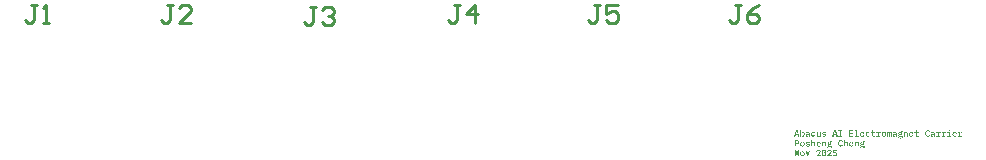
<source format=gto>
G04*
G04 #@! TF.GenerationSoftware,Altium Limited,Altium Designer,25.8.1 (18)*
G04*
G04 Layer_Color=65535*
%FSLAX25Y25*%
%MOIN*%
G70*
G04*
G04 #@! TF.SameCoordinates,0CE66172-F43F-4570-B83B-1FF72FA804C9*
G04*
G04*
G04 #@! TF.FilePolarity,Positive*
G04*
G01*
G75*
%ADD10C,0.01000*%
G36*
X334137Y32414D02*
X334173Y32407D01*
X334203Y32399D01*
X334228Y32390D01*
X334245Y32382D01*
X334258Y32373D01*
X334267Y32367D01*
X334269Y32365D01*
X334286Y32346D01*
X334299Y32324D01*
X334309Y32303D01*
X334314Y32284D01*
X334318Y32267D01*
X334320Y32252D01*
Y32243D01*
Y32239D01*
Y32175D01*
X334318Y32148D01*
X334314Y32122D01*
X334305Y32101D01*
X334295Y32084D01*
X334286Y32069D01*
X334278Y32056D01*
X334271Y32050D01*
X334269Y32048D01*
X334248Y32030D01*
X334220Y32020D01*
X334192Y32011D01*
X334165Y32005D01*
X334139Y32001D01*
X334118Y31999D01*
X334099D01*
X334056Y32001D01*
X334020Y32007D01*
X333988Y32013D01*
X333964Y32024D01*
X333945Y32033D01*
X333932Y32039D01*
X333924Y32045D01*
X333922Y32048D01*
X333905Y32069D01*
X333892Y32090D01*
X333883Y32111D01*
X333879Y32131D01*
X333875Y32148D01*
X333873Y32162D01*
Y32171D01*
Y32175D01*
Y32239D01*
X333875Y32267D01*
X333879Y32290D01*
X333888Y32314D01*
X333896Y32331D01*
X333905Y32346D01*
X333913Y32356D01*
X333920Y32363D01*
X333922Y32365D01*
X333945Y32382D01*
X333971Y32395D01*
X334001Y32403D01*
X334028Y32410D01*
X334054Y32414D01*
X334075Y32416D01*
X334094D01*
X334137Y32414D01*
D02*
G37*
G36*
X318460Y31700D02*
X318098D01*
Y31628D01*
X318134Y31600D01*
X318166Y31570D01*
X318192Y31541D01*
X318215Y31511D01*
X318232Y31487D01*
X318243Y31466D01*
X318251Y31453D01*
X318253Y31451D01*
Y31449D01*
X318273Y31409D01*
X318285Y31366D01*
X318296Y31323D01*
X318302Y31285D01*
X318307Y31251D01*
Y31236D01*
X318309Y31223D01*
Y31215D01*
Y31206D01*
Y31202D01*
Y31200D01*
X318307Y31153D01*
X318300Y31110D01*
X318292Y31070D01*
X318281Y31032D01*
X318268Y30997D01*
X318253Y30963D01*
X318239Y30933D01*
X318221Y30908D01*
X318207Y30885D01*
X318190Y30863D01*
X318177Y30844D01*
X318164Y30831D01*
X318151Y30819D01*
X318143Y30810D01*
X318139Y30806D01*
X318136Y30804D01*
X318102Y30778D01*
X318068Y30757D01*
X318030Y30738D01*
X317991Y30720D01*
X317953Y30708D01*
X317915Y30695D01*
X317842Y30678D01*
X317806Y30672D01*
X317776Y30667D01*
X317746Y30663D01*
X317723Y30661D01*
X317702D01*
X317687Y30659D01*
X317638D01*
X317621Y30661D01*
X317593D01*
X317583Y30663D01*
X317574D01*
X317538Y30667D01*
X317523Y30669D01*
X317508Y30672D01*
X317497Y30674D01*
X317489D01*
X317482Y30676D01*
X317480D01*
X317459Y30669D01*
X317440Y30663D01*
X317421Y30654D01*
X317404Y30646D01*
X317391Y30637D01*
X317380Y30631D01*
X317374Y30627D01*
X317372Y30625D01*
X317355Y30610D01*
X317342Y30595D01*
X317331Y30578D01*
X317325Y30561D01*
X317320Y30546D01*
X317318Y30535D01*
X317316Y30527D01*
Y30525D01*
X317320Y30501D01*
X317329Y30480D01*
X317340Y30465D01*
X317353Y30452D01*
X317365Y30444D01*
X317376Y30437D01*
X317384Y30435D01*
X317387Y30433D01*
X317414Y30426D01*
X317442Y30420D01*
X317472Y30418D01*
X317499Y30416D01*
X317523Y30414D01*
X317911D01*
X317968Y30412D01*
X318019Y30407D01*
X318068Y30401D01*
X318113Y30395D01*
X318156Y30386D01*
X318192Y30375D01*
X318226Y30365D01*
X318256Y30354D01*
X318281Y30341D01*
X318302Y30331D01*
X318322Y30322D01*
X318337Y30314D01*
X318349Y30305D01*
X318358Y30299D01*
X318362Y30297D01*
X318364Y30294D01*
X318390Y30271D01*
X318411Y30248D01*
X318430Y30222D01*
X318445Y30196D01*
X318458Y30171D01*
X318471Y30145D01*
X318486Y30096D01*
X318492Y30073D01*
X318496Y30052D01*
X318498Y30035D01*
X318501Y30018D01*
X318503Y30005D01*
Y29994D01*
Y29988D01*
Y29986D01*
X318501Y29943D01*
X318494Y29900D01*
X318486Y29864D01*
X318473Y29828D01*
X318456Y29796D01*
X318439Y29768D01*
X318422Y29741D01*
X318403Y29717D01*
X318383Y29696D01*
X318364Y29679D01*
X318347Y29664D01*
X318332Y29651D01*
X318320Y29643D01*
X318309Y29636D01*
X318302Y29632D01*
X318300Y29630D01*
X318260Y29609D01*
X318215Y29592D01*
X318168Y29577D01*
X318117Y29562D01*
X318015Y29543D01*
X317966Y29534D01*
X317917Y29528D01*
X317870Y29523D01*
X317825Y29521D01*
X317787Y29517D01*
X317753D01*
X317723Y29515D01*
X317685D01*
X317612Y29517D01*
X317546Y29519D01*
X317484Y29523D01*
X317429Y29530D01*
X317378Y29538D01*
X317331Y29547D01*
X317291Y29555D01*
X317252Y29566D01*
X317220Y29574D01*
X317195Y29583D01*
X317171Y29592D01*
X317152Y29600D01*
X317137Y29607D01*
X317129Y29611D01*
X317122Y29615D01*
X317120D01*
X317091Y29634D01*
X317065Y29656D01*
X317044Y29677D01*
X317024Y29698D01*
X317009Y29722D01*
X316997Y29745D01*
X316986Y29766D01*
X316978Y29787D01*
X316967Y29828D01*
X316965Y29845D01*
X316963Y29860D01*
X316961Y29871D01*
Y29879D01*
Y29886D01*
Y29888D01*
X316963Y29932D01*
X316971Y29971D01*
X316982Y30005D01*
X316997Y30035D01*
X317009Y30056D01*
X317020Y30073D01*
X317029Y30081D01*
X317031Y30086D01*
X317061Y30111D01*
X317091Y30130D01*
X317125Y30150D01*
X317157Y30162D01*
X317184Y30175D01*
X317208Y30182D01*
X317216Y30184D01*
X317223Y30186D01*
X317227Y30188D01*
X317229D01*
Y30218D01*
X317201Y30231D01*
X317176Y30243D01*
X317154Y30258D01*
X317137Y30271D01*
X317122Y30282D01*
X317112Y30292D01*
X317105Y30299D01*
X317103Y30301D01*
X317088Y30322D01*
X317078Y30348D01*
X317069Y30371D01*
X317065Y30395D01*
X317061Y30414D01*
X317058Y30431D01*
Y30441D01*
Y30446D01*
X317063Y30486D01*
X317071Y30520D01*
X317084Y30550D01*
X317099Y30576D01*
X317114Y30595D01*
X317125Y30610D01*
X317133Y30618D01*
X317137Y30620D01*
X317167Y30642D01*
X317201Y30661D01*
X317235Y30676D01*
X317267Y30689D01*
X317295Y30697D01*
X317318Y30706D01*
X317327Y30708D01*
X317333D01*
X317338Y30710D01*
X317340D01*
Y30725D01*
X317291Y30752D01*
X317246Y30782D01*
X317208Y30812D01*
X317178Y30844D01*
X317152Y30870D01*
X317135Y30893D01*
X317129Y30902D01*
X317125Y30908D01*
X317120Y30910D01*
Y30912D01*
X317095Y30959D01*
X317076Y31008D01*
X317061Y31057D01*
X317052Y31102D01*
X317046Y31142D01*
X317044Y31159D01*
Y31174D01*
X317041Y31185D01*
Y31196D01*
Y31200D01*
Y31202D01*
X317044Y31249D01*
X317050Y31291D01*
X317058Y31332D01*
X317069Y31370D01*
X317082Y31404D01*
X317097Y31438D01*
X317112Y31468D01*
X317129Y31494D01*
X317144Y31517D01*
X317161Y31538D01*
X317174Y31558D01*
X317189Y31572D01*
X317199Y31583D01*
X317208Y31592D01*
X317212Y31596D01*
X317214Y31598D01*
X317248Y31624D01*
X317282Y31647D01*
X317320Y31666D01*
X317359Y31683D01*
X317397Y31698D01*
X317436Y31711D01*
X317472Y31719D01*
X317508Y31728D01*
X317542Y31734D01*
X317574Y31739D01*
X317602Y31743D01*
X317627Y31745D01*
X317646D01*
X317661Y31747D01*
X317704D01*
X317734Y31745D01*
X317759Y31743D01*
X317783Y31741D01*
X317802Y31739D01*
X317817Y31736D01*
X317825Y31734D01*
X317830D01*
X317857Y31730D01*
X317883Y31724D01*
X317906Y31717D01*
X317928Y31711D01*
X317945Y31705D01*
X317957Y31700D01*
X317966Y31698D01*
X317968Y31696D01*
Y31747D01*
X317970Y31781D01*
X317977Y31811D01*
X317985Y31837D01*
X317994Y31858D01*
X318002Y31875D01*
X318011Y31888D01*
X318017Y31896D01*
X318019Y31898D01*
X318040Y31918D01*
X318066Y31933D01*
X318092Y31943D01*
X318117Y31952D01*
X318141Y31956D01*
X318160Y31958D01*
X318460D01*
Y31700D01*
D02*
G37*
G36*
X326882Y32294D02*
X326948Y32286D01*
X326978Y32280D01*
X327006Y32275D01*
X327031Y32269D01*
X327055Y32263D01*
X327076Y32254D01*
X327095Y32248D01*
X327110Y32243D01*
X327125Y32237D01*
X327133Y32233D01*
X327142Y32228D01*
X327146Y32226D01*
X327148D01*
X327197Y32199D01*
X327242Y32167D01*
X327280Y32135D01*
X327310Y32105D01*
X327336Y32077D01*
X327355Y32056D01*
X327361Y32048D01*
X327366Y32043D01*
X327370Y32039D01*
Y32037D01*
X327400Y31992D01*
X327427Y31947D01*
X327449Y31903D01*
X327468Y31862D01*
X327483Y31826D01*
X327489Y31811D01*
X327493Y31800D01*
X327498Y31790D01*
X327500Y31781D01*
X327502Y31777D01*
Y31775D01*
X327197Y31673D01*
X327178Y31726D01*
X327159Y31775D01*
X327138Y31815D01*
X327116Y31852D01*
X327097Y31879D01*
X327082Y31901D01*
X327072Y31913D01*
X327067Y31918D01*
X327050Y31935D01*
X327031Y31949D01*
X326991Y31973D01*
X326948Y31992D01*
X326905Y32003D01*
X326867Y32011D01*
X326850Y32013D01*
X326835Y32015D01*
X326825Y32018D01*
X326807D01*
X326767Y32015D01*
X326729Y32009D01*
X326695Y32001D01*
X326663Y31990D01*
X326633Y31975D01*
X326605Y31962D01*
X326582Y31945D01*
X326560Y31930D01*
X326541Y31913D01*
X326524Y31898D01*
X326512Y31883D01*
X326499Y31871D01*
X326490Y31860D01*
X326484Y31852D01*
X326482Y31847D01*
X326480Y31845D01*
X326463Y31813D01*
X326445Y31777D01*
X326420Y31702D01*
X326403Y31626D01*
X326390Y31553D01*
X326386Y31519D01*
X326384Y31487D01*
X326379Y31457D01*
Y31434D01*
X326377Y31413D01*
Y31398D01*
Y31389D01*
Y31385D01*
Y31029D01*
X326379Y30976D01*
X326382Y30925D01*
X326386Y30878D01*
X326394Y30833D01*
X326401Y30793D01*
X326409Y30755D01*
X326420Y30718D01*
X326428Y30689D01*
X326439Y30661D01*
X326448Y30635D01*
X326456Y30616D01*
X326465Y30599D01*
X326471Y30584D01*
X326475Y30576D01*
X326477Y30569D01*
X326480Y30567D01*
X326501Y30537D01*
X326524Y30512D01*
X326548Y30490D01*
X326575Y30471D01*
X326601Y30454D01*
X326629Y30439D01*
X326656Y30429D01*
X326682Y30420D01*
X326707Y30412D01*
X326731Y30407D01*
X326752Y30403D01*
X326771Y30401D01*
X326786Y30399D01*
X326797Y30397D01*
X326807D01*
X326839Y30399D01*
X326869Y30403D01*
X326923Y30414D01*
X326967Y30431D01*
X327004Y30448D01*
X327031Y30467D01*
X327052Y30482D01*
X327063Y30493D01*
X327067Y30497D01*
X327097Y30535D01*
X327123Y30576D01*
X327146Y30616D01*
X327165Y30654D01*
X327178Y30691D01*
X327185Y30703D01*
X327189Y30716D01*
X327193Y30727D01*
X327195Y30735D01*
X327197Y30740D01*
Y30742D01*
X327502Y30639D01*
X327483Y30586D01*
X327462Y30537D01*
X327440Y30493D01*
X327419Y30454D01*
X327400Y30420D01*
X327391Y30407D01*
X327385Y30397D01*
X327378Y30388D01*
X327374Y30382D01*
X327370Y30378D01*
Y30375D01*
X327336Y30333D01*
X327300Y30297D01*
X327263Y30265D01*
X327227Y30237D01*
X327197Y30216D01*
X327172Y30201D01*
X327161Y30194D01*
X327155Y30192D01*
X327151Y30188D01*
X327148D01*
X327095Y30165D01*
X327038Y30150D01*
X326982Y30137D01*
X326929Y30128D01*
X326903Y30126D01*
X326880Y30124D01*
X326861Y30122D01*
X326844D01*
X326829Y30120D01*
X326810D01*
X326737Y30124D01*
X326669Y30133D01*
X326605Y30147D01*
X326548Y30165D01*
X326494Y30186D01*
X326445Y30209D01*
X326401Y30235D01*
X326362Y30260D01*
X326326Y30288D01*
X326296Y30314D01*
X326271Y30337D01*
X326250Y30358D01*
X326235Y30375D01*
X326222Y30388D01*
X326215Y30399D01*
X326213Y30401D01*
X326179Y30456D01*
X326149Y30516D01*
X326122Y30580D01*
X326100Y30646D01*
X326081Y30712D01*
X326066Y30780D01*
X326054Y30846D01*
X326043Y30910D01*
X326034Y30970D01*
X326030Y31025D01*
X326026Y31076D01*
X326022Y31121D01*
Y31138D01*
Y31155D01*
X326020Y31170D01*
Y31183D01*
Y31193D01*
Y31200D01*
Y31204D01*
Y31206D01*
X326022Y31302D01*
X326028Y31391D01*
X326037Y31477D01*
X326049Y31553D01*
X326064Y31626D01*
X326079Y31692D01*
X326098Y31754D01*
X326115Y31807D01*
X326134Y31856D01*
X326151Y31896D01*
X326169Y31933D01*
X326184Y31962D01*
X326196Y31984D01*
X326205Y32001D01*
X326211Y32009D01*
X326213Y32013D01*
X326252Y32062D01*
X326294Y32107D01*
X326341Y32143D01*
X326390Y32177D01*
X326439Y32203D01*
X326488Y32226D01*
X326537Y32246D01*
X326586Y32261D01*
X326631Y32273D01*
X326673Y32282D01*
X326712Y32288D01*
X326744Y32292D01*
X326771Y32294D01*
X326793Y32297D01*
X326810D01*
X326882Y32294D01*
D02*
G37*
G36*
X314541Y31745D02*
X314571Y31741D01*
X314598Y31734D01*
X314622Y31728D01*
X314645Y31717D01*
X314667Y31707D01*
X314684Y31696D01*
X314701Y31683D01*
X314726Y31660D01*
X314743Y31639D01*
X314750Y31632D01*
X314754Y31626D01*
X314758Y31622D01*
Y31619D01*
X314771Y31594D01*
X314784Y31568D01*
X314801Y31509D01*
X314813Y31447D01*
X314822Y31387D01*
X314826Y31359D01*
X314828Y31334D01*
Y31310D01*
X314831Y31291D01*
Y31274D01*
Y31262D01*
Y31253D01*
Y31251D01*
Y30154D01*
X314551D01*
Y31208D01*
Y31236D01*
X314549Y31264D01*
X314545Y31310D01*
X314539Y31349D01*
X314532Y31379D01*
X314524Y31402D01*
X314517Y31419D01*
X314513Y31430D01*
X314511Y31432D01*
X314494Y31453D01*
X314475Y31470D01*
X314454Y31481D01*
X314434Y31489D01*
X314415Y31494D01*
X314400Y31496D01*
X314385D01*
X314356Y31494D01*
X314330Y31487D01*
X314309Y31479D01*
X314289Y31470D01*
X314275Y31460D01*
X314262Y31451D01*
X314255Y31445D01*
X314253Y31442D01*
X314236Y31421D01*
X314224Y31396D01*
X314215Y31368D01*
X314209Y31342D01*
X314204Y31319D01*
X314202Y31300D01*
X314200Y31287D01*
Y31285D01*
Y31283D01*
Y30154D01*
X313921D01*
Y31208D01*
Y31236D01*
X313919Y31264D01*
X313915Y31310D01*
X313908Y31349D01*
X313902Y31379D01*
X313896Y31402D01*
X313889Y31419D01*
X313885Y31430D01*
X313883Y31432D01*
X313866Y31453D01*
X313846Y31470D01*
X313825Y31481D01*
X313806Y31489D01*
X313787Y31494D01*
X313772Y31496D01*
X313757D01*
X313727Y31494D01*
X313702Y31487D01*
X313678Y31479D01*
X313657Y31470D01*
X313642Y31460D01*
X313631Y31451D01*
X313623Y31445D01*
X313621Y31442D01*
X313604Y31421D01*
X313591Y31396D01*
X313582Y31368D01*
X313576Y31342D01*
X313572Y31319D01*
X313570Y31300D01*
X313567Y31287D01*
Y31285D01*
Y31283D01*
Y30154D01*
X313288D01*
Y31711D01*
X313567D01*
Y31511D01*
X313584D01*
X313599Y31547D01*
X313614Y31579D01*
X313631Y31607D01*
X313648Y31632D01*
X313663Y31651D01*
X313676Y31664D01*
X313685Y31675D01*
X313687Y31677D01*
X313714Y31700D01*
X313746Y31717D01*
X313780Y31730D01*
X313810Y31739D01*
X313840Y31743D01*
X313861Y31745D01*
X313870Y31747D01*
X313883D01*
X313927Y31745D01*
X313966Y31736D01*
X313998Y31726D01*
X314025Y31713D01*
X314047Y31700D01*
X314062Y31690D01*
X314072Y31681D01*
X314074Y31679D01*
X314098Y31651D01*
X314117Y31624D01*
X314134Y31592D01*
X314145Y31562D01*
X314153Y31536D01*
X314158Y31515D01*
X314160Y31506D01*
X314162Y31500D01*
Y31498D01*
Y31496D01*
X314175D01*
X314192Y31534D01*
X314209Y31570D01*
X314228Y31600D01*
X314247Y31626D01*
X314264Y31647D01*
X314279Y31662D01*
X314287Y31673D01*
X314292Y31675D01*
X314324Y31698D01*
X314360Y31715D01*
X314396Y31728D01*
X314430Y31736D01*
X314462Y31743D01*
X314486Y31745D01*
X314496Y31747D01*
X314509D01*
X314541Y31745D01*
D02*
G37*
G36*
X319685D02*
X319727Y31741D01*
X319766Y31732D01*
X319802Y31724D01*
X319836Y31711D01*
X319868Y31698D01*
X319896Y31685D01*
X319921Y31670D01*
X319945Y31655D01*
X319964Y31643D01*
X319981Y31630D01*
X319996Y31617D01*
X320006Y31609D01*
X320015Y31600D01*
X320019Y31596D01*
X320021Y31594D01*
X320047Y31564D01*
X320068Y31532D01*
X320087Y31496D01*
X320104Y31462D01*
X320117Y31425D01*
X320130Y31389D01*
X320147Y31319D01*
X320153Y31285D01*
X320158Y31255D01*
X320162Y31227D01*
X320164Y31204D01*
Y31185D01*
X320166Y31170D01*
Y31161D01*
Y31157D01*
Y30154D01*
X319838D01*
Y31108D01*
X319836Y31142D01*
X319834Y31174D01*
X319830Y31202D01*
X319825Y31230D01*
X319819Y31255D01*
X319811Y31278D01*
X319804Y31298D01*
X319796Y31317D01*
X319789Y31334D01*
X319781Y31349D01*
X319774Y31359D01*
X319768Y31370D01*
X319764Y31376D01*
X319759Y31383D01*
X319755Y31387D01*
X319740Y31404D01*
X319721Y31419D01*
X319683Y31440D01*
X319644Y31457D01*
X319604Y31470D01*
X319570Y31477D01*
X319555Y31479D01*
X319540D01*
X319529Y31481D01*
X319514D01*
X319468Y31479D01*
X319423Y31470D01*
X319382Y31460D01*
X319348Y31447D01*
X319321Y31434D01*
X319299Y31423D01*
X319293Y31419D01*
X319286Y31415D01*
X319284Y31413D01*
X319282D01*
X319265Y31400D01*
X319248Y31385D01*
X319223Y31353D01*
X319206Y31319D01*
X319191Y31287D01*
X319182Y31257D01*
X319178Y31234D01*
Y31223D01*
X319176Y31217D01*
Y31212D01*
Y31210D01*
Y30154D01*
X318848D01*
Y31711D01*
X319176D01*
Y31447D01*
X319191D01*
X319212Y31492D01*
X319235Y31532D01*
X319261Y31568D01*
X319286Y31600D01*
X319308Y31624D01*
X319327Y31643D01*
X319340Y31653D01*
X319342Y31658D01*
X319344D01*
X319387Y31688D01*
X319436Y31709D01*
X319485Y31724D01*
X319534Y31734D01*
X319576Y31743D01*
X319595Y31745D01*
X319610D01*
X319623Y31747D01*
X319642D01*
X319685Y31745D01*
D02*
G37*
G36*
X292412D02*
X292485Y31736D01*
X292517Y31732D01*
X292549Y31728D01*
X292576Y31722D01*
X292602Y31715D01*
X292625Y31709D01*
X292647Y31705D01*
X292666Y31698D01*
X292681Y31694D01*
X292693Y31690D01*
X292702Y31685D01*
X292706Y31683D01*
X292708D01*
X292766Y31658D01*
X292817Y31628D01*
X292864Y31598D01*
X292902Y31568D01*
X292932Y31543D01*
X292945Y31532D01*
X292955Y31521D01*
X292964Y31513D01*
X292970Y31506D01*
X292972Y31504D01*
X292975Y31502D01*
X292791Y31310D01*
X292766Y31336D01*
X292738Y31362D01*
X292708Y31383D01*
X292681Y31402D01*
X292655Y31417D01*
X292636Y31428D01*
X292627Y31432D01*
X292621Y31436D01*
X292619Y31438D01*
X292617D01*
X292572Y31457D01*
X292523Y31470D01*
X292474Y31481D01*
X292427Y31489D01*
X292387Y31494D01*
X292368Y31496D01*
X292353D01*
X292340Y31498D01*
X292323D01*
X292265Y31496D01*
X292216Y31489D01*
X292174Y31479D01*
X292140Y31470D01*
X292112Y31460D01*
X292093Y31451D01*
X292082Y31445D01*
X292078Y31442D01*
X292050Y31421D01*
X292029Y31398D01*
X292014Y31372D01*
X292003Y31347D01*
X291997Y31323D01*
X291995Y31306D01*
X291993Y31293D01*
Y31291D01*
Y31289D01*
X291997Y31255D01*
X292005Y31225D01*
X292016Y31202D01*
X292029Y31183D01*
X292042Y31168D01*
X292052Y31159D01*
X292061Y31153D01*
X292063Y31151D01*
X292091Y31138D01*
X292118Y31127D01*
X292146Y31119D01*
X292174Y31112D01*
X292195Y31108D01*
X292214Y31104D01*
X292227Y31102D01*
X292231D01*
X292480Y31061D01*
X292527Y31055D01*
X292572Y31046D01*
X292613Y31036D01*
X292649Y31025D01*
X292681Y31017D01*
X292704Y31008D01*
X292713Y31006D01*
X292719Y31004D01*
X292721Y31002D01*
X292723D01*
X292766Y30985D01*
X292804Y30963D01*
X292838Y30942D01*
X292866Y30921D01*
X292889Y30899D01*
X292906Y30885D01*
X292915Y30874D01*
X292919Y30870D01*
X292945Y30833D01*
X292964Y30793D01*
X292979Y30752D01*
X292987Y30712D01*
X292994Y30676D01*
X292996Y30661D01*
Y30646D01*
X292998Y30635D01*
Y30627D01*
Y30623D01*
Y30620D01*
X292996Y30578D01*
X292989Y30537D01*
X292981Y30499D01*
X292968Y30463D01*
X292955Y30431D01*
X292938Y30401D01*
X292923Y30373D01*
X292906Y30348D01*
X292889Y30326D01*
X292872Y30307D01*
X292858Y30290D01*
X292843Y30275D01*
X292832Y30265D01*
X292823Y30258D01*
X292817Y30254D01*
X292815Y30252D01*
X292781Y30228D01*
X292742Y30209D01*
X292702Y30192D01*
X292661Y30177D01*
X292619Y30165D01*
X292579Y30154D01*
X292497Y30137D01*
X292459Y30133D01*
X292425Y30128D01*
X292395Y30124D01*
X292368Y30122D01*
X292346D01*
X292329Y30120D01*
X292314D01*
X292223Y30124D01*
X292180Y30126D01*
X292140Y30133D01*
X292101Y30139D01*
X292065Y30145D01*
X292031Y30152D01*
X292001Y30160D01*
X291973Y30167D01*
X291950Y30173D01*
X291929Y30180D01*
X291910Y30186D01*
X291897Y30192D01*
X291886Y30194D01*
X291880Y30199D01*
X291878D01*
X291812Y30231D01*
X291754Y30267D01*
X291703Y30303D01*
X291682Y30320D01*
X291660Y30337D01*
X291643Y30352D01*
X291626Y30369D01*
X291614Y30382D01*
X291603Y30393D01*
X291592Y30403D01*
X291586Y30410D01*
X291584Y30414D01*
X291582Y30416D01*
X291786Y30597D01*
X291824Y30559D01*
X291865Y30525D01*
X291903Y30495D01*
X291939Y30471D01*
X291969Y30452D01*
X291995Y30437D01*
X292003Y30433D01*
X292010Y30429D01*
X292014Y30426D01*
X292016D01*
X292067Y30407D01*
X292118Y30393D01*
X292169Y30382D01*
X292216Y30375D01*
X292238Y30373D01*
X292257Y30371D01*
X292274Y30369D01*
X292289D01*
X292302Y30367D01*
X292319D01*
X292376Y30369D01*
X292427Y30375D01*
X292472Y30384D01*
X292508Y30395D01*
X292538Y30403D01*
X292559Y30412D01*
X292566Y30416D01*
X292572Y30418D01*
X292576Y30420D01*
X292593Y30431D01*
X292608Y30444D01*
X292632Y30471D01*
X292651Y30499D01*
X292661Y30527D01*
X292670Y30552D01*
X292674Y30571D01*
X292676Y30580D01*
Y30586D01*
Y30588D01*
Y30591D01*
X292672Y30625D01*
X292664Y30652D01*
X292653Y30676D01*
X292640Y30695D01*
X292627Y30710D01*
X292617Y30720D01*
X292608Y30725D01*
X292606Y30727D01*
X292581Y30742D01*
X292553Y30752D01*
X292523Y30761D01*
X292497Y30767D01*
X292474Y30772D01*
X292455Y30776D01*
X292442Y30778D01*
X292438D01*
X292189Y30819D01*
X292142Y30825D01*
X292099Y30833D01*
X292057Y30844D01*
X292020Y30852D01*
X291991Y30861D01*
X291967Y30870D01*
X291959Y30872D01*
X291952Y30874D01*
X291948Y30876D01*
X291946D01*
X291903Y30895D01*
X291865Y30916D01*
X291833Y30940D01*
X291803Y30961D01*
X291782Y30980D01*
X291765Y30997D01*
X291754Y31008D01*
X291750Y31012D01*
X291724Y31049D01*
X291705Y31089D01*
X291692Y31132D01*
X291682Y31172D01*
X291675Y31206D01*
X291673Y31223D01*
Y31236D01*
X291671Y31247D01*
Y31255D01*
Y31259D01*
Y31262D01*
X291673Y31304D01*
X291680Y31345D01*
X291690Y31383D01*
X291701Y31419D01*
X291716Y31451D01*
X291731Y31481D01*
X291746Y31509D01*
X291763Y31532D01*
X291780Y31553D01*
X291797Y31572D01*
X291812Y31587D01*
X291824Y31600D01*
X291835Y31611D01*
X291844Y31617D01*
X291850Y31622D01*
X291852Y31624D01*
X291886Y31645D01*
X291925Y31664D01*
X291963Y31681D01*
X292003Y31696D01*
X292044Y31707D01*
X292082Y31717D01*
X292161Y31732D01*
X292195Y31736D01*
X292229Y31741D01*
X292259Y31743D01*
X292284Y31745D01*
X292304Y31747D01*
X292334D01*
X292412Y31745D01*
D02*
G37*
G36*
X338412Y31398D02*
X338103D01*
X338067Y31396D01*
X338033Y31391D01*
X337999Y31385D01*
X337969Y31379D01*
X337943Y31368D01*
X337918Y31359D01*
X337894Y31349D01*
X337873Y31338D01*
X337856Y31328D01*
X337841Y31317D01*
X337826Y31306D01*
X337815Y31298D01*
X337807Y31291D01*
X337801Y31285D01*
X337798Y31283D01*
X337796Y31281D01*
X337779Y31259D01*
X337762Y31236D01*
X337737Y31191D01*
X337717Y31144D01*
X337707Y31100D01*
X337698Y31061D01*
X337696Y31044D01*
X337694Y31029D01*
X337692Y31019D01*
Y31010D01*
Y31004D01*
Y31002D01*
Y30418D01*
X338137D01*
Y30154D01*
X336948D01*
Y30418D01*
X337364D01*
Y31447D01*
X336948D01*
Y31711D01*
X337692D01*
Y31298D01*
X337711D01*
X337724Y31338D01*
X337739Y31376D01*
X337752Y31411D01*
X337766Y31442D01*
X337779Y31466D01*
X337790Y31485D01*
X337798Y31498D01*
X337801Y31502D01*
X337824Y31536D01*
X337852Y31566D01*
X337877Y31592D01*
X337905Y31613D01*
X337926Y31630D01*
X337945Y31643D01*
X337958Y31651D01*
X337960Y31653D01*
X337962D01*
X338003Y31673D01*
X338048Y31688D01*
X338090Y31696D01*
X338133Y31705D01*
X338169Y31709D01*
X338184D01*
X338199Y31711D01*
X338412D01*
Y31398D01*
D02*
G37*
G36*
X332974D02*
X332665D01*
X332629Y31396D01*
X332595Y31391D01*
X332561Y31385D01*
X332531Y31379D01*
X332505Y31368D01*
X332480Y31359D01*
X332456Y31349D01*
X332435Y31338D01*
X332418Y31328D01*
X332403Y31317D01*
X332388Y31306D01*
X332378Y31298D01*
X332369Y31291D01*
X332363Y31285D01*
X332361Y31283D01*
X332358Y31281D01*
X332341Y31259D01*
X332324Y31236D01*
X332299Y31191D01*
X332279Y31144D01*
X332269Y31100D01*
X332260Y31061D01*
X332258Y31044D01*
X332256Y31029D01*
X332254Y31019D01*
Y31010D01*
Y31004D01*
Y31002D01*
Y30418D01*
X332699D01*
Y30154D01*
X331511D01*
Y30418D01*
X331926D01*
Y31447D01*
X331511D01*
Y31711D01*
X332254D01*
Y31298D01*
X332273D01*
X332286Y31338D01*
X332301Y31376D01*
X332314Y31411D01*
X332329Y31442D01*
X332341Y31466D01*
X332352Y31485D01*
X332361Y31498D01*
X332363Y31502D01*
X332386Y31536D01*
X332414Y31566D01*
X332439Y31592D01*
X332467Y31613D01*
X332488Y31630D01*
X332507Y31643D01*
X332520Y31651D01*
X332522Y31653D01*
X332524D01*
X332565Y31673D01*
X332610Y31688D01*
X332652Y31696D01*
X332695Y31705D01*
X332731Y31709D01*
X332746D01*
X332761Y31711D01*
X332974D01*
Y31398D01*
D02*
G37*
G36*
X331161D02*
X330852D01*
X330816Y31396D01*
X330782Y31391D01*
X330748Y31385D01*
X330718Y31379D01*
X330693Y31368D01*
X330667Y31359D01*
X330644Y31349D01*
X330622Y31338D01*
X330605Y31328D01*
X330590Y31317D01*
X330575Y31306D01*
X330565Y31298D01*
X330556Y31291D01*
X330550Y31285D01*
X330548Y31283D01*
X330546Y31281D01*
X330529Y31259D01*
X330512Y31236D01*
X330486Y31191D01*
X330467Y31144D01*
X330456Y31100D01*
X330448Y31061D01*
X330446Y31044D01*
X330444Y31029D01*
X330441Y31019D01*
Y31010D01*
Y31004D01*
Y31002D01*
Y30418D01*
X330887D01*
Y30154D01*
X329698D01*
Y30418D01*
X330113D01*
Y31447D01*
X329698D01*
Y31711D01*
X330441D01*
Y31298D01*
X330461D01*
X330473Y31338D01*
X330488Y31376D01*
X330501Y31411D01*
X330516Y31442D01*
X330529Y31466D01*
X330539Y31485D01*
X330548Y31498D01*
X330550Y31502D01*
X330573Y31536D01*
X330601Y31566D01*
X330627Y31592D01*
X330654Y31613D01*
X330676Y31630D01*
X330695Y31643D01*
X330708Y31651D01*
X330710Y31653D01*
X330712D01*
X330752Y31673D01*
X330797Y31688D01*
X330840Y31696D01*
X330882Y31705D01*
X330918Y31709D01*
X330933D01*
X330948Y31711D01*
X331161D01*
Y31398D01*
D02*
G37*
G36*
X311222D02*
X310913D01*
X310877Y31396D01*
X310843Y31391D01*
X310809Y31385D01*
X310779Y31379D01*
X310754Y31368D01*
X310728Y31359D01*
X310705Y31349D01*
X310683Y31338D01*
X310666Y31328D01*
X310651Y31317D01*
X310637Y31306D01*
X310626Y31298D01*
X310617Y31291D01*
X310611Y31285D01*
X310609Y31283D01*
X310607Y31281D01*
X310590Y31259D01*
X310573Y31236D01*
X310547Y31191D01*
X310528Y31144D01*
X310517Y31100D01*
X310509Y31061D01*
X310507Y31044D01*
X310505Y31029D01*
X310502Y31019D01*
Y31010D01*
Y31004D01*
Y31002D01*
Y30418D01*
X310948D01*
Y30154D01*
X309759D01*
Y30418D01*
X310174D01*
Y31447D01*
X309759D01*
Y31711D01*
X310502D01*
Y31298D01*
X310522D01*
X310534Y31338D01*
X310549Y31376D01*
X310562Y31411D01*
X310577Y31442D01*
X310590Y31466D01*
X310600Y31485D01*
X310609Y31498D01*
X310611Y31502D01*
X310634Y31536D01*
X310662Y31566D01*
X310688Y31592D01*
X310715Y31613D01*
X310737Y31630D01*
X310756Y31643D01*
X310769Y31651D01*
X310771Y31653D01*
X310773D01*
X310813Y31673D01*
X310858Y31688D01*
X310901Y31696D01*
X310943Y31705D01*
X310980Y31709D01*
X310994D01*
X311009Y31711D01*
X311222D01*
Y31398D01*
D02*
G37*
G36*
X306911Y31745D02*
X306952Y31743D01*
X306990Y31736D01*
X307028Y31730D01*
X307062Y31722D01*
X307094Y31713D01*
X307122Y31705D01*
X307150Y31696D01*
X307173Y31685D01*
X307192Y31677D01*
X307211Y31668D01*
X307226Y31660D01*
X307237Y31653D01*
X307246Y31649D01*
X307250Y31647D01*
X307252Y31645D01*
X307305Y31604D01*
X307350Y31562D01*
X307388Y31517D01*
X307418Y31475D01*
X307444Y31436D01*
X307452Y31421D01*
X307461Y31406D01*
X307465Y31396D01*
X307469Y31385D01*
X307473Y31381D01*
Y31379D01*
X307216Y31240D01*
X307199Y31278D01*
X307180Y31315D01*
X307158Y31345D01*
X307137Y31368D01*
X307118Y31387D01*
X307103Y31402D01*
X307092Y31411D01*
X307088Y31413D01*
X307054Y31434D01*
X307016Y31449D01*
X306979Y31460D01*
X306945Y31468D01*
X306913Y31472D01*
X306890Y31475D01*
X306879Y31477D01*
X306867D01*
X306832Y31475D01*
X306801Y31470D01*
X306743Y31457D01*
X306715Y31449D01*
X306692Y31438D01*
X306670Y31428D01*
X306651Y31417D01*
X306634Y31406D01*
X306619Y31398D01*
X306607Y31387D01*
X306596Y31379D01*
X306588Y31372D01*
X306581Y31366D01*
X306579Y31364D01*
X306577Y31362D01*
X306560Y31340D01*
X306543Y31317D01*
X306517Y31268D01*
X306498Y31219D01*
X306487Y31170D01*
X306479Y31127D01*
X306477Y31108D01*
X306475Y31093D01*
X306472Y31080D01*
Y31070D01*
Y31063D01*
Y31061D01*
Y30804D01*
X306475Y30770D01*
X306477Y30738D01*
X306489Y30678D01*
X306506Y30627D01*
X306515Y30603D01*
X306526Y30584D01*
X306534Y30565D01*
X306545Y30548D01*
X306553Y30535D01*
X306562Y30525D01*
X306568Y30516D01*
X306573Y30507D01*
X306575Y30505D01*
X306577Y30503D01*
X306598Y30484D01*
X306619Y30467D01*
X306643Y30452D01*
X306666Y30439D01*
X306715Y30418D01*
X306764Y30405D01*
X306807Y30395D01*
X306824Y30393D01*
X306841Y30390D01*
X306854D01*
X306864Y30388D01*
X306873D01*
X306924Y30393D01*
X306971Y30399D01*
X307011Y30412D01*
X307045Y30422D01*
X307073Y30435D01*
X307092Y30446D01*
X307105Y30454D01*
X307109Y30456D01*
X307143Y30484D01*
X307171Y30512D01*
X307197Y30544D01*
X307218Y30571D01*
X307235Y30597D01*
X307246Y30618D01*
X307250Y30627D01*
X307254Y30633D01*
X307256Y30635D01*
Y30637D01*
X307497Y30488D01*
X307465Y30429D01*
X307429Y30378D01*
X307390Y30331D01*
X307354Y30292D01*
X307320Y30263D01*
X307305Y30250D01*
X307293Y30241D01*
X307282Y30233D01*
X307273Y30226D01*
X307269Y30224D01*
X307267Y30222D01*
X307237Y30205D01*
X307205Y30188D01*
X307139Y30165D01*
X307073Y30145D01*
X307011Y30133D01*
X306981Y30128D01*
X306954Y30126D01*
X306930Y30124D01*
X306909Y30122D01*
X306892Y30120D01*
X306869D01*
X306805Y30124D01*
X306745Y30130D01*
X306688Y30141D01*
X306634Y30156D01*
X306588Y30173D01*
X306543Y30192D01*
X306500Y30211D01*
X306464Y30231D01*
X306432Y30252D01*
X306404Y30271D01*
X306379Y30290D01*
X306360Y30305D01*
X306345Y30320D01*
X306332Y30331D01*
X306326Y30337D01*
X306323Y30339D01*
X306289Y30382D01*
X306259Y30426D01*
X306234Y30473D01*
X306213Y30522D01*
X306193Y30571D01*
X306178Y30620D01*
X306166Y30669D01*
X306155Y30716D01*
X306147Y30761D01*
X306140Y30801D01*
X306136Y30838D01*
X306134Y30870D01*
X306132Y30895D01*
X306130Y30914D01*
Y30927D01*
Y30931D01*
X306132Y30999D01*
X306138Y31065D01*
X306149Y31127D01*
X306161Y31185D01*
X306176Y31238D01*
X306193Y31287D01*
X306210Y31330D01*
X306227Y31370D01*
X306247Y31406D01*
X306264Y31438D01*
X306281Y31464D01*
X306296Y31485D01*
X306308Y31504D01*
X306317Y31515D01*
X306323Y31523D01*
X306326Y31526D01*
X306364Y31564D01*
X306404Y31598D01*
X306447Y31628D01*
X306492Y31651D01*
X306536Y31673D01*
X306581Y31692D01*
X306626Y31707D01*
X306668Y31717D01*
X306709Y31728D01*
X306747Y31734D01*
X306779Y31739D01*
X306809Y31743D01*
X306832Y31745D01*
X306852Y31747D01*
X306867D01*
X306911Y31745D01*
D02*
G37*
G36*
X288785D02*
X288825Y31743D01*
X288864Y31736D01*
X288902Y31730D01*
X288936Y31722D01*
X288968Y31713D01*
X288996Y31705D01*
X289023Y31696D01*
X289047Y31685D01*
X289066Y31677D01*
X289085Y31668D01*
X289100Y31660D01*
X289111Y31653D01*
X289119Y31649D01*
X289124Y31647D01*
X289126Y31645D01*
X289179Y31604D01*
X289224Y31562D01*
X289262Y31517D01*
X289292Y31475D01*
X289317Y31436D01*
X289326Y31421D01*
X289335Y31406D01*
X289339Y31396D01*
X289343Y31385D01*
X289347Y31381D01*
Y31379D01*
X289089Y31240D01*
X289072Y31278D01*
X289053Y31315D01*
X289032Y31345D01*
X289011Y31368D01*
X288991Y31387D01*
X288977Y31402D01*
X288966Y31411D01*
X288962Y31413D01*
X288928Y31434D01*
X288889Y31449D01*
X288853Y31460D01*
X288819Y31468D01*
X288787Y31472D01*
X288764Y31475D01*
X288753Y31477D01*
X288740D01*
X288706Y31475D01*
X288674Y31470D01*
X288617Y31457D01*
X288589Y31449D01*
X288565Y31438D01*
X288544Y31428D01*
X288525Y31417D01*
X288508Y31406D01*
X288493Y31398D01*
X288480Y31387D01*
X288470Y31379D01*
X288461Y31372D01*
X288455Y31366D01*
X288453Y31364D01*
X288451Y31362D01*
X288434Y31340D01*
X288416Y31317D01*
X288391Y31268D01*
X288372Y31219D01*
X288361Y31170D01*
X288352Y31127D01*
X288350Y31108D01*
X288348Y31093D01*
X288346Y31080D01*
Y31070D01*
Y31063D01*
Y31061D01*
Y30804D01*
X288348Y30770D01*
X288350Y30738D01*
X288363Y30678D01*
X288380Y30627D01*
X288389Y30603D01*
X288399Y30584D01*
X288408Y30565D01*
X288419Y30548D01*
X288427Y30535D01*
X288436Y30525D01*
X288442Y30516D01*
X288446Y30507D01*
X288448Y30505D01*
X288451Y30503D01*
X288472Y30484D01*
X288493Y30467D01*
X288516Y30452D01*
X288540Y30439D01*
X288589Y30418D01*
X288638Y30405D01*
X288681Y30395D01*
X288698Y30393D01*
X288715Y30390D01*
X288727D01*
X288738Y30388D01*
X288747D01*
X288798Y30393D01*
X288845Y30399D01*
X288885Y30412D01*
X288919Y30422D01*
X288947Y30435D01*
X288966Y30446D01*
X288979Y30454D01*
X288983Y30456D01*
X289017Y30484D01*
X289045Y30512D01*
X289070Y30544D01*
X289092Y30571D01*
X289109Y30597D01*
X289119Y30618D01*
X289124Y30627D01*
X289128Y30633D01*
X289130Y30635D01*
Y30637D01*
X289371Y30488D01*
X289339Y30429D01*
X289302Y30378D01*
X289264Y30331D01*
X289228Y30292D01*
X289194Y30263D01*
X289179Y30250D01*
X289166Y30241D01*
X289156Y30233D01*
X289147Y30226D01*
X289143Y30224D01*
X289141Y30222D01*
X289111Y30205D01*
X289079Y30188D01*
X289013Y30165D01*
X288947Y30145D01*
X288885Y30133D01*
X288855Y30128D01*
X288827Y30126D01*
X288804Y30124D01*
X288783Y30122D01*
X288766Y30120D01*
X288742D01*
X288678Y30124D01*
X288619Y30130D01*
X288561Y30141D01*
X288508Y30156D01*
X288461Y30173D01*
X288416Y30192D01*
X288374Y30211D01*
X288338Y30231D01*
X288306Y30252D01*
X288278Y30271D01*
X288252Y30290D01*
X288233Y30305D01*
X288218Y30320D01*
X288206Y30331D01*
X288199Y30337D01*
X288197Y30339D01*
X288163Y30382D01*
X288133Y30426D01*
X288108Y30473D01*
X288086Y30522D01*
X288067Y30571D01*
X288052Y30620D01*
X288039Y30669D01*
X288029Y30716D01*
X288020Y30761D01*
X288014Y30801D01*
X288010Y30838D01*
X288007Y30870D01*
X288005Y30895D01*
X288003Y30914D01*
Y30927D01*
Y30931D01*
X288005Y30999D01*
X288012Y31065D01*
X288022Y31127D01*
X288035Y31185D01*
X288050Y31238D01*
X288067Y31287D01*
X288084Y31330D01*
X288101Y31370D01*
X288120Y31406D01*
X288137Y31438D01*
X288154Y31464D01*
X288169Y31485D01*
X288182Y31504D01*
X288191Y31515D01*
X288197Y31523D01*
X288199Y31526D01*
X288238Y31564D01*
X288278Y31598D01*
X288321Y31628D01*
X288365Y31651D01*
X288410Y31673D01*
X288455Y31692D01*
X288499Y31707D01*
X288542Y31717D01*
X288583Y31728D01*
X288621Y31734D01*
X288653Y31739D01*
X288683Y31743D01*
X288706Y31745D01*
X288725Y31747D01*
X288740D01*
X288785Y31745D01*
D02*
G37*
G36*
X291149Y30154D02*
X290821D01*
Y30418D01*
X290806D01*
X290785Y30373D01*
X290762Y30333D01*
X290736Y30297D01*
X290710Y30265D01*
X290687Y30241D01*
X290668Y30222D01*
X290655Y30211D01*
X290653Y30207D01*
X290651D01*
X290608Y30180D01*
X290561Y30158D01*
X290512Y30141D01*
X290463Y30133D01*
X290421Y30124D01*
X290402Y30122D01*
X290387D01*
X290374Y30120D01*
X290355D01*
X290312Y30122D01*
X290269Y30126D01*
X290231Y30135D01*
X290195Y30143D01*
X290161Y30154D01*
X290129Y30167D01*
X290101Y30182D01*
X290076Y30196D01*
X290052Y30209D01*
X290031Y30224D01*
X290014Y30237D01*
X289999Y30248D01*
X289988Y30256D01*
X289980Y30265D01*
X289976Y30269D01*
X289973Y30271D01*
X289948Y30301D01*
X289927Y30335D01*
X289907Y30369D01*
X289893Y30403D01*
X289878Y30439D01*
X289867Y30478D01*
X289850Y30548D01*
X289844Y30580D01*
X289839Y30610D01*
X289835Y30637D01*
X289833Y30661D01*
Y30680D01*
X289831Y30695D01*
Y30706D01*
Y30708D01*
Y31711D01*
X290159D01*
Y30757D01*
X290161Y30723D01*
X290163Y30691D01*
X290167Y30663D01*
X290174Y30635D01*
X290180Y30610D01*
X290187Y30586D01*
X290193Y30567D01*
X290201Y30548D01*
X290208Y30531D01*
X290216Y30518D01*
X290223Y30505D01*
X290229Y30495D01*
X290235Y30488D01*
X290238Y30482D01*
X290242Y30480D01*
Y30478D01*
X290259Y30461D01*
X290276Y30448D01*
X290314Y30424D01*
X290353Y30407D01*
X290393Y30397D01*
X290427Y30388D01*
X290442Y30386D01*
X290457D01*
X290468Y30384D01*
X290482D01*
X290531Y30386D01*
X290574Y30395D01*
X290615Y30405D01*
X290649Y30418D01*
X290676Y30429D01*
X290698Y30439D01*
X290704Y30444D01*
X290710Y30448D01*
X290713Y30450D01*
X290715D01*
X290732Y30463D01*
X290749Y30478D01*
X290774Y30512D01*
X290793Y30544D01*
X290806Y30578D01*
X290815Y30608D01*
X290819Y30633D01*
Y30642D01*
X290821Y30648D01*
Y30652D01*
Y30654D01*
Y31711D01*
X291149D01*
Y30154D01*
D02*
G37*
G36*
X334260Y30418D02*
X334759D01*
Y30154D01*
X333400D01*
Y30418D01*
X333932D01*
Y31447D01*
X333400D01*
Y31711D01*
X334260D01*
Y30418D01*
D02*
G37*
G36*
X328569Y31745D02*
X328620Y31741D01*
X328667Y31734D01*
X328712Y31726D01*
X328754Y31713D01*
X328793Y31702D01*
X328827Y31690D01*
X328859Y31677D01*
X328886Y31662D01*
X328910Y31649D01*
X328931Y31639D01*
X328948Y31628D01*
X328961Y31617D01*
X328970Y31611D01*
X328976Y31607D01*
X328978Y31604D01*
X329008Y31577D01*
X329033Y31547D01*
X329057Y31515D01*
X329076Y31481D01*
X329093Y31447D01*
X329106Y31413D01*
X329117Y31381D01*
X329127Y31347D01*
X329134Y31317D01*
X329140Y31287D01*
X329142Y31262D01*
X329146Y31240D01*
Y31221D01*
X329148Y31208D01*
Y31198D01*
Y31196D01*
Y30412D01*
X329346D01*
Y30154D01*
X329144D01*
X329095Y30156D01*
X329050Y30165D01*
X329014Y30175D01*
X328984Y30190D01*
X328961Y30203D01*
X328944Y30213D01*
X328933Y30222D01*
X328929Y30224D01*
X328906Y30254D01*
X328884Y30284D01*
X328869Y30316D01*
X328859Y30346D01*
X328852Y30373D01*
X328848Y30395D01*
X328846Y30403D01*
X328844Y30410D01*
Y30412D01*
Y30414D01*
X328829D01*
X328808Y30365D01*
X328784Y30320D01*
X328756Y30284D01*
X328729Y30252D01*
X328703Y30228D01*
X328682Y30211D01*
X328673Y30205D01*
X328667Y30201D01*
X328665Y30196D01*
X328663D01*
X328616Y30171D01*
X328565Y30152D01*
X328514Y30139D01*
X328467Y30130D01*
X328424Y30124D01*
X328407Y30122D01*
X328390D01*
X328377Y30120D01*
X328360D01*
X328316Y30122D01*
X328275Y30124D01*
X328237Y30130D01*
X328198Y30139D01*
X328164Y30147D01*
X328134Y30158D01*
X328105Y30169D01*
X328079Y30182D01*
X328056Y30192D01*
X328037Y30203D01*
X328019Y30213D01*
X328005Y30222D01*
X327994Y30231D01*
X327985Y30237D01*
X327981Y30239D01*
X327979Y30241D01*
X327956Y30265D01*
X327934Y30292D01*
X327915Y30320D01*
X327898Y30348D01*
X327885Y30378D01*
X327875Y30405D01*
X327858Y30461D01*
X327851Y30486D01*
X327847Y30512D01*
X327843Y30533D01*
X327841Y30552D01*
Y30567D01*
X327838Y30578D01*
Y30586D01*
Y30588D01*
X327841Y30629D01*
X327845Y30669D01*
X327853Y30706D01*
X327864Y30738D01*
X327877Y30770D01*
X327890Y30797D01*
X327905Y30823D01*
X327922Y30846D01*
X327937Y30867D01*
X327951Y30885D01*
X327966Y30899D01*
X327979Y30912D01*
X327990Y30921D01*
X327998Y30927D01*
X328003Y30931D01*
X328005Y30933D01*
X328039Y30955D01*
X328075Y30974D01*
X328115Y30989D01*
X328158Y31002D01*
X328243Y31023D01*
X328326Y31038D01*
X328365Y31042D01*
X328403Y31046D01*
X328435Y31049D01*
X328463Y31051D01*
X328488Y31053D01*
X328820D01*
Y31174D01*
X328816Y31230D01*
X328808Y31276D01*
X328793Y31317D01*
X328778Y31351D01*
X328763Y31376D01*
X328748Y31396D01*
X328740Y31406D01*
X328735Y31411D01*
X328701Y31438D01*
X328661Y31457D01*
X328620Y31472D01*
X328578Y31481D01*
X328541Y31487D01*
X328526Y31489D01*
X328512D01*
X328501Y31492D01*
X328484D01*
X328431Y31489D01*
X328384Y31481D01*
X328341Y31472D01*
X328307Y31462D01*
X328277Y31451D01*
X328256Y31440D01*
X328250Y31438D01*
X328243Y31434D01*
X328241Y31432D01*
X328239D01*
X328205Y31409D01*
X328173Y31383D01*
X328147Y31357D01*
X328124Y31332D01*
X328107Y31310D01*
X328092Y31293D01*
X328083Y31281D01*
X328081Y31278D01*
Y31276D01*
X327885Y31436D01*
X327898Y31460D01*
X327913Y31483D01*
X327949Y31526D01*
X327985Y31562D01*
X328022Y31594D01*
X328056Y31622D01*
X328071Y31630D01*
X328083Y31641D01*
X328094Y31647D01*
X328103Y31651D01*
X328107Y31655D01*
X328109D01*
X328171Y31685D01*
X328239Y31707D01*
X328307Y31724D01*
X328371Y31734D01*
X328401Y31739D01*
X328426Y31743D01*
X328452Y31745D01*
X328473D01*
X328490Y31747D01*
X328514D01*
X328569Y31745D01*
D02*
G37*
G36*
X323148Y31711D02*
X323813D01*
Y31447D01*
X323148D01*
Y30418D01*
X323813D01*
Y30154D01*
X323218D01*
X323182Y30156D01*
X323146Y30160D01*
X323114Y30165D01*
X323084Y30171D01*
X323059Y30180D01*
X323033Y30190D01*
X323010Y30199D01*
X322991Y30209D01*
X322973Y30220D01*
X322959Y30228D01*
X322946Y30237D01*
X322935Y30246D01*
X322927Y30252D01*
X322920Y30258D01*
X322918Y30260D01*
X322916Y30263D01*
X322899Y30284D01*
X322884Y30305D01*
X322861Y30352D01*
X322844Y30401D01*
X322831Y30446D01*
X322824Y30486D01*
X322822Y30503D01*
Y30518D01*
X322820Y30531D01*
Y30539D01*
Y30546D01*
Y30548D01*
Y31447D01*
X322339D01*
Y31711D01*
X322680D01*
X322709Y31713D01*
X322735Y31717D01*
X322756Y31722D01*
X322773Y31730D01*
X322786Y31736D01*
X322797Y31741D01*
X322801Y31745D01*
X322803Y31747D01*
X322816Y31762D01*
X322824Y31781D01*
X322833Y31802D01*
X322837Y31824D01*
X322839Y31843D01*
X322842Y31858D01*
Y31868D01*
Y31873D01*
Y32261D01*
X323148D01*
Y31711D01*
D02*
G37*
G36*
X315881Y31745D02*
X315932Y31741D01*
X315979Y31734D01*
X316023Y31726D01*
X316066Y31713D01*
X316104Y31702D01*
X316138Y31690D01*
X316170Y31677D01*
X316198Y31662D01*
X316221Y31649D01*
X316243Y31639D01*
X316260Y31628D01*
X316273Y31617D01*
X316281Y31611D01*
X316287Y31607D01*
X316290Y31604D01*
X316319Y31577D01*
X316345Y31547D01*
X316368Y31515D01*
X316388Y31481D01*
X316405Y31447D01*
X316417Y31413D01*
X316428Y31381D01*
X316439Y31347D01*
X316445Y31317D01*
X316452Y31287D01*
X316454Y31262D01*
X316458Y31240D01*
Y31221D01*
X316460Y31208D01*
Y31198D01*
Y31196D01*
Y30412D01*
X316658D01*
Y30154D01*
X316456D01*
X316407Y30156D01*
X316362Y30165D01*
X316326Y30175D01*
X316296Y30190D01*
X316273Y30203D01*
X316255Y30213D01*
X316245Y30222D01*
X316241Y30224D01*
X316217Y30254D01*
X316196Y30284D01*
X316181Y30316D01*
X316170Y30346D01*
X316164Y30373D01*
X316160Y30395D01*
X316158Y30403D01*
X316155Y30410D01*
Y30412D01*
Y30414D01*
X316141D01*
X316119Y30365D01*
X316096Y30320D01*
X316068Y30284D01*
X316040Y30252D01*
X316015Y30228D01*
X315993Y30211D01*
X315985Y30205D01*
X315979Y30201D01*
X315977Y30196D01*
X315974D01*
X315928Y30171D01*
X315876Y30152D01*
X315825Y30139D01*
X315778Y30130D01*
X315736Y30124D01*
X315719Y30122D01*
X315702D01*
X315689Y30120D01*
X315672D01*
X315627Y30122D01*
X315587Y30124D01*
X315548Y30130D01*
X315510Y30139D01*
X315476Y30147D01*
X315446Y30158D01*
X315416Y30169D01*
X315391Y30182D01*
X315367Y30192D01*
X315348Y30203D01*
X315331Y30213D01*
X315316Y30222D01*
X315305Y30231D01*
X315297Y30237D01*
X315293Y30239D01*
X315291Y30241D01*
X315267Y30265D01*
X315246Y30292D01*
X315227Y30320D01*
X315210Y30348D01*
X315197Y30378D01*
X315186Y30405D01*
X315169Y30461D01*
X315163Y30486D01*
X315159Y30512D01*
X315154Y30533D01*
X315152Y30552D01*
Y30567D01*
X315150Y30578D01*
Y30586D01*
Y30588D01*
X315152Y30629D01*
X315156Y30669D01*
X315165Y30706D01*
X315176Y30738D01*
X315188Y30770D01*
X315201Y30797D01*
X315216Y30823D01*
X315233Y30846D01*
X315248Y30867D01*
X315263Y30885D01*
X315278Y30899D01*
X315291Y30912D01*
X315301Y30921D01*
X315310Y30927D01*
X315314Y30931D01*
X315316Y30933D01*
X315350Y30955D01*
X315387Y30974D01*
X315427Y30989D01*
X315470Y31002D01*
X315555Y31023D01*
X315638Y31038D01*
X315676Y31042D01*
X315715Y31046D01*
X315746Y31049D01*
X315774Y31051D01*
X315800Y31053D01*
X316132D01*
Y31174D01*
X316128Y31230D01*
X316119Y31276D01*
X316104Y31317D01*
X316089Y31351D01*
X316074Y31376D01*
X316060Y31396D01*
X316051Y31406D01*
X316047Y31411D01*
X316013Y31438D01*
X315972Y31457D01*
X315932Y31472D01*
X315889Y31481D01*
X315853Y31487D01*
X315838Y31489D01*
X315823D01*
X315812Y31492D01*
X315795D01*
X315742Y31489D01*
X315695Y31481D01*
X315653Y31472D01*
X315619Y31462D01*
X315589Y31451D01*
X315567Y31440D01*
X315561Y31438D01*
X315555Y31434D01*
X315553Y31432D01*
X315550D01*
X315516Y31409D01*
X315484Y31383D01*
X315459Y31357D01*
X315436Y31332D01*
X315418Y31310D01*
X315404Y31293D01*
X315395Y31281D01*
X315393Y31278D01*
Y31276D01*
X315197Y31436D01*
X315210Y31460D01*
X315225Y31483D01*
X315261Y31526D01*
X315297Y31562D01*
X315333Y31594D01*
X315367Y31622D01*
X315382Y31630D01*
X315395Y31641D01*
X315406Y31647D01*
X315414Y31651D01*
X315418Y31655D01*
X315421D01*
X315482Y31685D01*
X315550Y31707D01*
X315619Y31724D01*
X315683Y31734D01*
X315712Y31739D01*
X315738Y31743D01*
X315763Y31745D01*
X315785D01*
X315802Y31747D01*
X315825D01*
X315881Y31745D01*
D02*
G37*
G36*
X308647Y31711D02*
X309312D01*
Y31447D01*
X308647D01*
Y30418D01*
X309312D01*
Y30154D01*
X308717D01*
X308681Y30156D01*
X308645Y30160D01*
X308613Y30165D01*
X308583Y30171D01*
X308558Y30180D01*
X308532Y30190D01*
X308509Y30199D01*
X308490Y30209D01*
X308472Y30220D01*
X308458Y30228D01*
X308445Y30237D01*
X308434Y30246D01*
X308426Y30252D01*
X308419Y30258D01*
X308417Y30260D01*
X308415Y30263D01*
X308398Y30284D01*
X308383Y30305D01*
X308360Y30352D01*
X308343Y30401D01*
X308330Y30446D01*
X308323Y30486D01*
X308321Y30503D01*
Y30518D01*
X308319Y30531D01*
Y30539D01*
Y30546D01*
Y30548D01*
Y31447D01*
X307838D01*
Y31711D01*
X308179D01*
X308208Y31713D01*
X308234Y31717D01*
X308255Y31722D01*
X308272Y31730D01*
X308285Y31736D01*
X308296Y31741D01*
X308300Y31745D01*
X308302Y31747D01*
X308315Y31762D01*
X308323Y31781D01*
X308332Y31802D01*
X308336Y31824D01*
X308338Y31843D01*
X308341Y31858D01*
Y31868D01*
Y31873D01*
Y32261D01*
X308647D01*
Y31711D01*
D02*
G37*
G36*
X303352Y30418D02*
X303870D01*
Y30154D01*
X302506D01*
Y30418D01*
X303024D01*
Y32124D01*
X302506D01*
Y32388D01*
X303352D01*
Y30418D01*
D02*
G37*
G36*
X302046Y31979D02*
X301064D01*
Y31364D01*
X302010D01*
Y31083D01*
X301064D01*
Y30435D01*
X302046D01*
Y30154D01*
X300728D01*
Y32261D01*
X302046D01*
Y31979D01*
D02*
G37*
G36*
X298412Y32005D02*
X297916D01*
Y30410D01*
X298412D01*
Y30154D01*
X297083D01*
Y30410D01*
X297580D01*
Y32005D01*
X297083D01*
Y32261D01*
X298412D01*
Y32005D01*
D02*
G37*
G36*
X296783Y30154D02*
X296425D01*
X296263Y30716D01*
X295595D01*
X295433Y30154D01*
X295090D01*
X295705Y32261D01*
X296167D01*
X296783Y30154D01*
D02*
G37*
G36*
X286879Y31745D02*
X286930Y31741D01*
X286977Y31734D01*
X287021Y31726D01*
X287064Y31713D01*
X287102Y31702D01*
X287136Y31690D01*
X287168Y31677D01*
X287196Y31662D01*
X287219Y31649D01*
X287241Y31639D01*
X287258Y31628D01*
X287270Y31617D01*
X287279Y31611D01*
X287285Y31607D01*
X287287Y31604D01*
X287317Y31577D01*
X287343Y31547D01*
X287366Y31515D01*
X287386Y31481D01*
X287403Y31447D01*
X287415Y31413D01*
X287426Y31381D01*
X287437Y31347D01*
X287443Y31317D01*
X287449Y31287D01*
X287452Y31262D01*
X287456Y31240D01*
Y31221D01*
X287458Y31208D01*
Y31198D01*
Y31196D01*
Y30412D01*
X287656D01*
Y30154D01*
X287454D01*
X287405Y30156D01*
X287360Y30165D01*
X287324Y30175D01*
X287294Y30190D01*
X287270Y30203D01*
X287253Y30213D01*
X287243Y30222D01*
X287239Y30224D01*
X287215Y30254D01*
X287194Y30284D01*
X287179Y30316D01*
X287168Y30346D01*
X287162Y30373D01*
X287158Y30395D01*
X287156Y30403D01*
X287153Y30410D01*
Y30412D01*
Y30414D01*
X287138D01*
X287117Y30365D01*
X287094Y30320D01*
X287066Y30284D01*
X287038Y30252D01*
X287013Y30228D01*
X286992Y30211D01*
X286983Y30205D01*
X286977Y30201D01*
X286974Y30196D01*
X286972D01*
X286925Y30171D01*
X286874Y30152D01*
X286823Y30139D01*
X286776Y30130D01*
X286734Y30124D01*
X286717Y30122D01*
X286700D01*
X286687Y30120D01*
X286670D01*
X286625Y30122D01*
X286585Y30124D01*
X286546Y30130D01*
X286508Y30139D01*
X286474Y30147D01*
X286444Y30158D01*
X286414Y30169D01*
X286389Y30182D01*
X286365Y30192D01*
X286346Y30203D01*
X286329Y30213D01*
X286314Y30222D01*
X286303Y30231D01*
X286295Y30237D01*
X286291Y30239D01*
X286289Y30241D01*
X286265Y30265D01*
X286244Y30292D01*
X286225Y30320D01*
X286208Y30348D01*
X286195Y30378D01*
X286184Y30405D01*
X286167Y30461D01*
X286161Y30486D01*
X286157Y30512D01*
X286152Y30533D01*
X286150Y30552D01*
Y30567D01*
X286148Y30578D01*
Y30586D01*
Y30588D01*
X286150Y30629D01*
X286154Y30669D01*
X286163Y30706D01*
X286174Y30738D01*
X286186Y30770D01*
X286199Y30797D01*
X286214Y30823D01*
X286231Y30846D01*
X286246Y30867D01*
X286261Y30885D01*
X286276Y30899D01*
X286289Y30912D01*
X286299Y30921D01*
X286308Y30927D01*
X286312Y30931D01*
X286314Y30933D01*
X286348Y30955D01*
X286384Y30974D01*
X286425Y30989D01*
X286468Y31002D01*
X286553Y31023D01*
X286636Y31038D01*
X286674Y31042D01*
X286712Y31046D01*
X286744Y31049D01*
X286772Y31051D01*
X286798Y31053D01*
X287130D01*
Y31174D01*
X287126Y31230D01*
X287117Y31276D01*
X287102Y31317D01*
X287087Y31351D01*
X287072Y31376D01*
X287057Y31396D01*
X287049Y31406D01*
X287045Y31411D01*
X287011Y31438D01*
X286970Y31457D01*
X286930Y31472D01*
X286887Y31481D01*
X286851Y31487D01*
X286836Y31489D01*
X286821D01*
X286810Y31492D01*
X286793D01*
X286740Y31489D01*
X286693Y31481D01*
X286651Y31472D01*
X286617Y31462D01*
X286587Y31451D01*
X286565Y31440D01*
X286559Y31438D01*
X286553Y31434D01*
X286551Y31432D01*
X286548D01*
X286514Y31409D01*
X286482Y31383D01*
X286457Y31357D01*
X286433Y31332D01*
X286416Y31310D01*
X286402Y31293D01*
X286393Y31281D01*
X286391Y31278D01*
Y31276D01*
X286195Y31436D01*
X286208Y31460D01*
X286223Y31483D01*
X286259Y31526D01*
X286295Y31562D01*
X286331Y31594D01*
X286365Y31622D01*
X286380Y31630D01*
X286393Y31641D01*
X286404Y31647D01*
X286412Y31651D01*
X286416Y31655D01*
X286419D01*
X286480Y31685D01*
X286548Y31707D01*
X286617Y31724D01*
X286681Y31734D01*
X286710Y31739D01*
X286736Y31743D01*
X286761Y31745D01*
X286783D01*
X286800Y31747D01*
X286823D01*
X286879Y31745D01*
D02*
G37*
G36*
X284095Y30154D02*
X283737D01*
X283575Y30716D01*
X282906D01*
X282744Y30154D01*
X282401D01*
X283017Y32261D01*
X283479D01*
X284095Y30154D01*
D02*
G37*
G36*
X335883Y31745D02*
X335941Y31736D01*
X335994Y31726D01*
X336045Y31711D01*
X336092Y31696D01*
X336135Y31677D01*
X336173Y31658D01*
X336209Y31639D01*
X336241Y31617D01*
X336269Y31598D01*
X336292Y31581D01*
X336312Y31566D01*
X336327Y31551D01*
X336337Y31541D01*
X336344Y31534D01*
X336346Y31532D01*
X336380Y31492D01*
X336407Y31449D01*
X336433Y31402D01*
X336456Y31357D01*
X336473Y31310D01*
X336491Y31264D01*
X336503Y31219D01*
X336512Y31174D01*
X336520Y31134D01*
X336527Y31095D01*
X336531Y31061D01*
X336533Y31032D01*
X336535Y31008D01*
X336537Y30989D01*
Y30978D01*
Y30974D01*
Y30852D01*
X335419D01*
Y30799D01*
X335421Y30765D01*
X335425Y30733D01*
X335438Y30674D01*
X335457Y30623D01*
X335466Y30601D01*
X335477Y30580D01*
X335487Y30561D01*
X335498Y30546D01*
X335509Y30531D01*
X335517Y30520D01*
X335524Y30512D01*
X335530Y30505D01*
X335532Y30501D01*
X335534Y30499D01*
X335558Y30480D01*
X335581Y30461D01*
X335607Y30446D01*
X335632Y30433D01*
X335685Y30412D01*
X335736Y30399D01*
X335760Y30393D01*
X335783Y30388D01*
X335803Y30386D01*
X335820Y30384D01*
X335835D01*
X335845Y30382D01*
X335854D01*
X335907Y30386D01*
X335956Y30393D01*
X336001Y30403D01*
X336039Y30416D01*
X336069Y30426D01*
X336082Y30433D01*
X336092Y30437D01*
X336101Y30441D01*
X336107Y30446D01*
X336109Y30448D01*
X336111D01*
X336150Y30473D01*
X336184Y30503D01*
X336214Y30531D01*
X336239Y30559D01*
X336261Y30584D01*
X336273Y30603D01*
X336280Y30612D01*
X336284Y30618D01*
X336286Y30620D01*
Y30623D01*
X336491Y30439D01*
X336459Y30390D01*
X336420Y30346D01*
X336380Y30307D01*
X336341Y30273D01*
X336305Y30248D01*
X336290Y30237D01*
X336275Y30228D01*
X336265Y30220D01*
X336256Y30216D01*
X336252Y30213D01*
X336250Y30211D01*
X336186Y30182D01*
X336118Y30160D01*
X336052Y30143D01*
X335988Y30133D01*
X335958Y30128D01*
X335932Y30126D01*
X335909Y30124D01*
X335888Y30122D01*
X335871Y30120D01*
X335847D01*
X335781Y30124D01*
X335719Y30130D01*
X335662Y30141D01*
X335607Y30156D01*
X335558Y30173D01*
X335511Y30192D01*
X335468Y30211D01*
X335432Y30231D01*
X335398Y30252D01*
X335368Y30271D01*
X335345Y30290D01*
X335323Y30305D01*
X335308Y30320D01*
X335296Y30331D01*
X335289Y30337D01*
X335287Y30339D01*
X335253Y30382D01*
X335223Y30426D01*
X335195Y30473D01*
X335174Y30522D01*
X335155Y30571D01*
X335138Y30620D01*
X335125Y30669D01*
X335115Y30714D01*
X335106Y30759D01*
X335100Y30799D01*
X335095Y30836D01*
X335093Y30867D01*
X335091Y30893D01*
X335089Y30912D01*
Y30925D01*
Y30929D01*
X335091Y30999D01*
X335100Y31063D01*
X335108Y31125D01*
X335123Y31183D01*
X335138Y31236D01*
X335155Y31285D01*
X335172Y31330D01*
X335191Y31370D01*
X335208Y31406D01*
X335227Y31438D01*
X335244Y31464D01*
X335259Y31485D01*
X335272Y31504D01*
X335281Y31515D01*
X335287Y31523D01*
X335289Y31526D01*
X335328Y31564D01*
X335368Y31598D01*
X335411Y31628D01*
X335455Y31651D01*
X335500Y31673D01*
X335545Y31692D01*
X335587Y31707D01*
X335630Y31717D01*
X335668Y31728D01*
X335705Y31734D01*
X335739Y31739D01*
X335766Y31743D01*
X335790Y31745D01*
X335807Y31747D01*
X335822D01*
X335883Y31745D01*
D02*
G37*
G36*
X321382D02*
X321440Y31736D01*
X321493Y31726D01*
X321544Y31711D01*
X321591Y31696D01*
X321634Y31677D01*
X321672Y31658D01*
X321708Y31639D01*
X321740Y31617D01*
X321768Y31598D01*
X321791Y31581D01*
X321811Y31566D01*
X321826Y31551D01*
X321836Y31541D01*
X321843Y31534D01*
X321845Y31532D01*
X321879Y31492D01*
X321906Y31449D01*
X321932Y31402D01*
X321955Y31357D01*
X321972Y31310D01*
X321989Y31264D01*
X322002Y31219D01*
X322011Y31174D01*
X322019Y31134D01*
X322026Y31095D01*
X322030Y31061D01*
X322032Y31032D01*
X322034Y31008D01*
X322036Y30989D01*
Y30978D01*
Y30974D01*
Y30852D01*
X320918D01*
Y30799D01*
X320920Y30765D01*
X320924Y30733D01*
X320937Y30674D01*
X320956Y30623D01*
X320965Y30601D01*
X320976Y30580D01*
X320986Y30561D01*
X320997Y30546D01*
X321008Y30531D01*
X321016Y30520D01*
X321023Y30512D01*
X321029Y30505D01*
X321031Y30501D01*
X321033Y30499D01*
X321057Y30480D01*
X321080Y30461D01*
X321106Y30446D01*
X321131Y30433D01*
X321184Y30412D01*
X321235Y30399D01*
X321259Y30393D01*
X321282Y30388D01*
X321302Y30386D01*
X321319Y30384D01*
X321333D01*
X321344Y30382D01*
X321353D01*
X321406Y30386D01*
X321455Y30393D01*
X321500Y30403D01*
X321538Y30416D01*
X321568Y30426D01*
X321581Y30433D01*
X321591Y30437D01*
X321600Y30441D01*
X321606Y30446D01*
X321608Y30448D01*
X321610D01*
X321649Y30473D01*
X321683Y30503D01*
X321713Y30531D01*
X321738Y30559D01*
X321760Y30584D01*
X321772Y30603D01*
X321779Y30612D01*
X321783Y30618D01*
X321785Y30620D01*
Y30623D01*
X321989Y30439D01*
X321957Y30390D01*
X321919Y30346D01*
X321879Y30307D01*
X321840Y30273D01*
X321804Y30248D01*
X321789Y30237D01*
X321774Y30228D01*
X321764Y30220D01*
X321755Y30216D01*
X321751Y30213D01*
X321749Y30211D01*
X321685Y30182D01*
X321617Y30160D01*
X321551Y30143D01*
X321487Y30133D01*
X321457Y30128D01*
X321431Y30126D01*
X321408Y30124D01*
X321387Y30122D01*
X321370Y30120D01*
X321346D01*
X321280Y30124D01*
X321218Y30130D01*
X321161Y30141D01*
X321106Y30156D01*
X321057Y30173D01*
X321010Y30192D01*
X320967Y30211D01*
X320931Y30231D01*
X320897Y30252D01*
X320867Y30271D01*
X320844Y30290D01*
X320822Y30305D01*
X320807Y30320D01*
X320795Y30331D01*
X320788Y30337D01*
X320786Y30339D01*
X320752Y30382D01*
X320722Y30426D01*
X320694Y30473D01*
X320673Y30522D01*
X320654Y30571D01*
X320637Y30620D01*
X320624Y30669D01*
X320614Y30714D01*
X320605Y30759D01*
X320599Y30799D01*
X320594Y30836D01*
X320592Y30867D01*
X320590Y30893D01*
X320588Y30912D01*
Y30925D01*
Y30929D01*
X320590Y30999D01*
X320599Y31063D01*
X320607Y31125D01*
X320622Y31183D01*
X320637Y31236D01*
X320654Y31285D01*
X320671Y31330D01*
X320690Y31370D01*
X320707Y31406D01*
X320726Y31438D01*
X320743Y31464D01*
X320758Y31485D01*
X320771Y31504D01*
X320780Y31515D01*
X320786Y31523D01*
X320788Y31526D01*
X320827Y31564D01*
X320867Y31598D01*
X320910Y31628D01*
X320954Y31651D01*
X320999Y31673D01*
X321044Y31692D01*
X321086Y31707D01*
X321129Y31717D01*
X321167Y31728D01*
X321203Y31734D01*
X321238Y31739D01*
X321265Y31743D01*
X321289Y31745D01*
X321306Y31747D01*
X321321D01*
X321382Y31745D01*
D02*
G37*
G36*
X312313D02*
X312372Y31736D01*
X312428Y31726D01*
X312479Y31711D01*
X312528Y31694D01*
X312573Y31675D01*
X312613Y31655D01*
X312649Y31634D01*
X312681Y31615D01*
X312711Y31594D01*
X312735Y31577D01*
X312754Y31560D01*
X312771Y31545D01*
X312782Y31534D01*
X312788Y31528D01*
X312790Y31526D01*
X312824Y31483D01*
X312854Y31438D01*
X312882Y31391D01*
X312903Y31342D01*
X312922Y31293D01*
X312939Y31242D01*
X312952Y31196D01*
X312963Y31149D01*
X312971Y31104D01*
X312978Y31063D01*
X312982Y31025D01*
X312984Y30993D01*
X312986Y30968D01*
X312988Y30948D01*
Y30936D01*
Y30933D01*
Y30931D01*
X312986Y30863D01*
X312980Y30797D01*
X312969Y30738D01*
X312956Y30680D01*
X312941Y30627D01*
X312924Y30578D01*
X312907Y30533D01*
X312888Y30495D01*
X312871Y30459D01*
X312852Y30426D01*
X312835Y30401D01*
X312820Y30380D01*
X312809Y30363D01*
X312799Y30350D01*
X312792Y30341D01*
X312790Y30339D01*
X312752Y30301D01*
X312711Y30269D01*
X312669Y30239D01*
X312624Y30213D01*
X312579Y30192D01*
X312534Y30175D01*
X312490Y30160D01*
X312447Y30150D01*
X312407Y30139D01*
X312368Y30133D01*
X312336Y30128D01*
X312306Y30124D01*
X312283Y30122D01*
X312264Y30120D01*
X312249D01*
X312185Y30124D01*
X312125Y30130D01*
X312070Y30141D01*
X312017Y30156D01*
X311970Y30173D01*
X311925Y30192D01*
X311885Y30211D01*
X311846Y30231D01*
X311814Y30252D01*
X311787Y30271D01*
X311761Y30290D01*
X311742Y30305D01*
X311727Y30320D01*
X311714Y30331D01*
X311708Y30337D01*
X311706Y30339D01*
X311672Y30382D01*
X311642Y30426D01*
X311616Y30473D01*
X311593Y30522D01*
X311574Y30571D01*
X311559Y30620D01*
X311546Y30669D01*
X311535Y30716D01*
X311527Y30761D01*
X311521Y30801D01*
X311516Y30838D01*
X311514Y30870D01*
X311512Y30895D01*
X311510Y30914D01*
Y30927D01*
Y30931D01*
X311512Y30999D01*
X311518Y31065D01*
X311529Y31127D01*
X311542Y31185D01*
X311557Y31238D01*
X311574Y31287D01*
X311591Y31330D01*
X311608Y31370D01*
X311627Y31406D01*
X311644Y31438D01*
X311661Y31464D01*
X311676Y31485D01*
X311689Y31504D01*
X311697Y31515D01*
X311704Y31523D01*
X311706Y31526D01*
X311744Y31564D01*
X311785Y31598D01*
X311829Y31628D01*
X311874Y31651D01*
X311919Y31673D01*
X311964Y31692D01*
X312008Y31707D01*
X312051Y31717D01*
X312091Y31728D01*
X312130Y31734D01*
X312162Y31739D01*
X312192Y31743D01*
X312215Y31745D01*
X312234Y31747D01*
X312249D01*
X312313Y31745D01*
D02*
G37*
G36*
X305069D02*
X305126Y31736D01*
X305180Y31726D01*
X305231Y31711D01*
X305277Y31696D01*
X305320Y31677D01*
X305358Y31658D01*
X305395Y31639D01*
X305427Y31617D01*
X305454Y31598D01*
X305478Y31581D01*
X305497Y31566D01*
X305512Y31551D01*
X305522Y31541D01*
X305529Y31534D01*
X305531Y31532D01*
X305565Y31492D01*
X305593Y31449D01*
X305618Y31402D01*
X305642Y31357D01*
X305659Y31310D01*
X305676Y31264D01*
X305689Y31219D01*
X305697Y31174D01*
X305706Y31134D01*
X305712Y31095D01*
X305716Y31061D01*
X305718Y31032D01*
X305721Y31008D01*
X305723Y30989D01*
Y30978D01*
Y30974D01*
Y30852D01*
X304604D01*
Y30799D01*
X304607Y30765D01*
X304611Y30733D01*
X304624Y30674D01*
X304643Y30623D01*
X304651Y30601D01*
X304662Y30580D01*
X304673Y30561D01*
X304683Y30546D01*
X304694Y30531D01*
X304702Y30520D01*
X304709Y30512D01*
X304715Y30505D01*
X304717Y30501D01*
X304719Y30499D01*
X304743Y30480D01*
X304766Y30461D01*
X304792Y30446D01*
X304817Y30433D01*
X304871Y30412D01*
X304922Y30399D01*
X304945Y30393D01*
X304969Y30388D01*
X304988Y30386D01*
X305005Y30384D01*
X305020D01*
X305030Y30382D01*
X305039D01*
X305092Y30386D01*
X305141Y30393D01*
X305186Y30403D01*
X305224Y30416D01*
X305254Y30426D01*
X305267Y30433D01*
X305277Y30437D01*
X305286Y30441D01*
X305292Y30446D01*
X305294Y30448D01*
X305297D01*
X305335Y30473D01*
X305369Y30503D01*
X305399Y30531D01*
X305424Y30559D01*
X305446Y30584D01*
X305459Y30603D01*
X305465Y30612D01*
X305469Y30618D01*
X305471Y30620D01*
Y30623D01*
X305676Y30439D01*
X305644Y30390D01*
X305606Y30346D01*
X305565Y30307D01*
X305527Y30273D01*
X305490Y30248D01*
X305476Y30237D01*
X305461Y30228D01*
X305450Y30220D01*
X305441Y30216D01*
X305437Y30213D01*
X305435Y30211D01*
X305371Y30182D01*
X305303Y30160D01*
X305237Y30143D01*
X305173Y30133D01*
X305143Y30128D01*
X305118Y30126D01*
X305094Y30124D01*
X305073Y30122D01*
X305056Y30120D01*
X305033D01*
X304966Y30124D01*
X304905Y30130D01*
X304847Y30141D01*
X304792Y30156D01*
X304743Y30173D01*
X304696Y30192D01*
X304653Y30211D01*
X304617Y30231D01*
X304583Y30252D01*
X304553Y30271D01*
X304530Y30290D01*
X304509Y30305D01*
X304494Y30320D01*
X304481Y30331D01*
X304474Y30337D01*
X304472Y30339D01*
X304438Y30382D01*
X304409Y30426D01*
X304381Y30473D01*
X304360Y30522D01*
X304340Y30571D01*
X304323Y30620D01*
X304310Y30669D01*
X304300Y30714D01*
X304291Y30759D01*
X304285Y30799D01*
X304281Y30836D01*
X304278Y30867D01*
X304276Y30893D01*
X304274Y30912D01*
Y30925D01*
Y30929D01*
X304276Y30999D01*
X304285Y31063D01*
X304293Y31125D01*
X304308Y31183D01*
X304323Y31236D01*
X304340Y31285D01*
X304357Y31330D01*
X304377Y31370D01*
X304394Y31406D01*
X304413Y31438D01*
X304430Y31464D01*
X304445Y31485D01*
X304457Y31504D01*
X304466Y31515D01*
X304472Y31523D01*
X304474Y31526D01*
X304513Y31564D01*
X304553Y31598D01*
X304596Y31628D01*
X304641Y31651D01*
X304685Y31673D01*
X304730Y31692D01*
X304773Y31707D01*
X304815Y31717D01*
X304854Y31728D01*
X304890Y31734D01*
X304924Y31739D01*
X304952Y31743D01*
X304975Y31745D01*
X304992Y31747D01*
X305007D01*
X305069Y31745D01*
D02*
G37*
G36*
X284721Y31447D02*
X284740D01*
X284768Y31496D01*
X284798Y31541D01*
X284827Y31579D01*
X284857Y31609D01*
X284883Y31634D01*
X284904Y31651D01*
X284913Y31658D01*
X284919Y31662D01*
X284921Y31666D01*
X284923D01*
X284970Y31694D01*
X285017Y31713D01*
X285066Y31728D01*
X285111Y31736D01*
X285151Y31743D01*
X285168Y31745D01*
X285183D01*
X285194Y31747D01*
X285211D01*
X285262Y31745D01*
X285309Y31739D01*
X285356Y31728D01*
X285396Y31715D01*
X285437Y31700D01*
X285473Y31681D01*
X285505Y31664D01*
X285535Y31645D01*
X285562Y31624D01*
X285583Y31607D01*
X285605Y31589D01*
X285620Y31572D01*
X285632Y31560D01*
X285643Y31549D01*
X285647Y31543D01*
X285650Y31541D01*
X285677Y31500D01*
X285703Y31455D01*
X285724Y31409D01*
X285743Y31357D01*
X285758Y31308D01*
X285771Y31257D01*
X285782Y31206D01*
X285790Y31159D01*
X285796Y31112D01*
X285803Y31070D01*
X285807Y31032D01*
X285809Y30997D01*
Y30970D01*
X285811Y30948D01*
Y30942D01*
Y30936D01*
Y30933D01*
Y30931D01*
X285809Y30859D01*
X285803Y30791D01*
X285796Y30727D01*
X285786Y30667D01*
X285773Y30614D01*
X285760Y30563D01*
X285745Y30518D01*
X285731Y30478D01*
X285716Y30441D01*
X285701Y30412D01*
X285686Y30384D01*
X285675Y30363D01*
X285665Y30346D01*
X285656Y30335D01*
X285652Y30326D01*
X285650Y30324D01*
X285618Y30288D01*
X285586Y30256D01*
X285549Y30231D01*
X285513Y30207D01*
X285477Y30186D01*
X285441Y30169D01*
X285405Y30156D01*
X285370Y30145D01*
X285339Y30137D01*
X285307Y30130D01*
X285281Y30126D01*
X285258Y30124D01*
X285239Y30122D01*
X285224Y30120D01*
X285211D01*
X285149Y30124D01*
X285094Y30133D01*
X285045Y30145D01*
X285004Y30160D01*
X284985Y30167D01*
X284970Y30173D01*
X284955Y30180D01*
X284945Y30186D01*
X284936Y30192D01*
X284930Y30194D01*
X284925Y30199D01*
X284923D01*
X284883Y30231D01*
X284846Y30267D01*
X284815Y30303D01*
X284789Y30337D01*
X284768Y30369D01*
X284753Y30395D01*
X284746Y30405D01*
X284744Y30412D01*
X284740Y30416D01*
Y30418D01*
X284721D01*
Y30154D01*
X284393D01*
Y32388D01*
X284721D01*
Y31447D01*
D02*
G37*
G36*
X305772Y28406D02*
X305410D01*
Y28333D01*
X305446Y28306D01*
X305478Y28276D01*
X305503Y28246D01*
X305527Y28216D01*
X305544Y28193D01*
X305554Y28171D01*
X305563Y28159D01*
X305565Y28156D01*
Y28154D01*
X305584Y28114D01*
X305597Y28071D01*
X305608Y28029D01*
X305614Y27990D01*
X305618Y27956D01*
Y27941D01*
X305620Y27929D01*
Y27920D01*
Y27911D01*
Y27907D01*
Y27905D01*
X305618Y27858D01*
X305612Y27816D01*
X305603Y27775D01*
X305593Y27737D01*
X305580Y27703D01*
X305565Y27669D01*
X305550Y27639D01*
X305533Y27613D01*
X305518Y27590D01*
X305501Y27569D01*
X305488Y27549D01*
X305476Y27537D01*
X305463Y27524D01*
X305454Y27515D01*
X305450Y27511D01*
X305448Y27509D01*
X305414Y27483D01*
X305380Y27462D01*
X305341Y27443D01*
X305303Y27426D01*
X305265Y27413D01*
X305226Y27400D01*
X305154Y27383D01*
X305118Y27377D01*
X305088Y27373D01*
X305058Y27368D01*
X305035Y27366D01*
X305013D01*
X304998Y27364D01*
X304949D01*
X304932Y27366D01*
X304905D01*
X304894Y27368D01*
X304886D01*
X304849Y27373D01*
X304835Y27375D01*
X304820Y27377D01*
X304809Y27379D01*
X304800D01*
X304794Y27381D01*
X304792D01*
X304771Y27375D01*
X304751Y27368D01*
X304732Y27360D01*
X304715Y27351D01*
X304702Y27343D01*
X304692Y27336D01*
X304685Y27332D01*
X304683Y27330D01*
X304666Y27315D01*
X304653Y27300D01*
X304643Y27283D01*
X304636Y27266D01*
X304632Y27251D01*
X304630Y27240D01*
X304628Y27232D01*
Y27230D01*
X304632Y27206D01*
X304641Y27185D01*
X304651Y27170D01*
X304664Y27157D01*
X304677Y27149D01*
X304688Y27143D01*
X304696Y27140D01*
X304698Y27138D01*
X304726Y27132D01*
X304753Y27125D01*
X304783Y27123D01*
X304811Y27121D01*
X304835Y27119D01*
X305222D01*
X305280Y27117D01*
X305331Y27113D01*
X305380Y27106D01*
X305424Y27100D01*
X305467Y27091D01*
X305503Y27081D01*
X305537Y27070D01*
X305567Y27059D01*
X305593Y27047D01*
X305614Y27036D01*
X305633Y27027D01*
X305648Y27019D01*
X305661Y27010D01*
X305669Y27004D01*
X305674Y27002D01*
X305676Y27000D01*
X305701Y26976D01*
X305723Y26953D01*
X305742Y26927D01*
X305757Y26902D01*
X305769Y26876D01*
X305782Y26851D01*
X305797Y26802D01*
X305804Y26778D01*
X305808Y26757D01*
X305810Y26740D01*
X305812Y26723D01*
X305814Y26710D01*
Y26700D01*
Y26693D01*
Y26691D01*
X305812Y26648D01*
X305806Y26606D01*
X305797Y26570D01*
X305785Y26533D01*
X305767Y26501D01*
X305750Y26474D01*
X305733Y26446D01*
X305714Y26423D01*
X305695Y26401D01*
X305676Y26384D01*
X305659Y26369D01*
X305644Y26357D01*
X305631Y26348D01*
X305620Y26342D01*
X305614Y26337D01*
X305612Y26335D01*
X305572Y26314D01*
X305527Y26297D01*
X305480Y26282D01*
X305429Y26267D01*
X305327Y26248D01*
X305277Y26239D01*
X305228Y26233D01*
X305182Y26229D01*
X305137Y26227D01*
X305099Y26222D01*
X305065D01*
X305035Y26220D01*
X304996D01*
X304924Y26222D01*
X304858Y26224D01*
X304796Y26229D01*
X304741Y26235D01*
X304690Y26244D01*
X304643Y26252D01*
X304602Y26261D01*
X304564Y26271D01*
X304532Y26280D01*
X304506Y26288D01*
X304483Y26297D01*
X304464Y26305D01*
X304449Y26312D01*
X304440Y26316D01*
X304434Y26320D01*
X304432D01*
X304402Y26340D01*
X304377Y26361D01*
X304355Y26382D01*
X304336Y26403D01*
X304321Y26427D01*
X304308Y26450D01*
X304298Y26472D01*
X304289Y26493D01*
X304278Y26533D01*
X304276Y26550D01*
X304274Y26565D01*
X304272Y26576D01*
Y26584D01*
Y26591D01*
Y26593D01*
X304274Y26638D01*
X304283Y26676D01*
X304293Y26710D01*
X304308Y26740D01*
X304321Y26761D01*
X304332Y26778D01*
X304340Y26787D01*
X304342Y26791D01*
X304372Y26817D01*
X304402Y26836D01*
X304436Y26855D01*
X304468Y26868D01*
X304496Y26880D01*
X304519Y26887D01*
X304528Y26889D01*
X304534Y26891D01*
X304538Y26893D01*
X304540D01*
Y26923D01*
X304513Y26936D01*
X304487Y26949D01*
X304466Y26964D01*
X304449Y26976D01*
X304434Y26987D01*
X304423Y26998D01*
X304417Y27004D01*
X304415Y27006D01*
X304400Y27027D01*
X304389Y27053D01*
X304381Y27077D01*
X304377Y27100D01*
X304372Y27119D01*
X304370Y27136D01*
Y27147D01*
Y27151D01*
X304374Y27191D01*
X304383Y27226D01*
X304396Y27255D01*
X304411Y27281D01*
X304426Y27300D01*
X304436Y27315D01*
X304445Y27324D01*
X304449Y27326D01*
X304479Y27347D01*
X304513Y27366D01*
X304547Y27381D01*
X304579Y27394D01*
X304607Y27402D01*
X304630Y27411D01*
X304639Y27413D01*
X304645D01*
X304649Y27415D01*
X304651D01*
Y27430D01*
X304602Y27458D01*
X304558Y27488D01*
X304519Y27517D01*
X304489Y27549D01*
X304464Y27575D01*
X304447Y27598D01*
X304440Y27607D01*
X304436Y27613D01*
X304432Y27615D01*
Y27617D01*
X304406Y27664D01*
X304387Y27713D01*
X304372Y27762D01*
X304364Y27807D01*
X304357Y27847D01*
X304355Y27865D01*
Y27880D01*
X304353Y27890D01*
Y27901D01*
Y27905D01*
Y27907D01*
X304355Y27954D01*
X304362Y27997D01*
X304370Y28037D01*
X304381Y28076D01*
X304394Y28109D01*
X304409Y28144D01*
X304423Y28173D01*
X304440Y28199D01*
X304455Y28222D01*
X304472Y28244D01*
X304485Y28263D01*
X304500Y28278D01*
X304511Y28288D01*
X304519Y28297D01*
X304523Y28301D01*
X304526Y28303D01*
X304560Y28329D01*
X304594Y28352D01*
X304632Y28372D01*
X304671Y28389D01*
X304709Y28403D01*
X304747Y28416D01*
X304783Y28425D01*
X304820Y28433D01*
X304854Y28440D01*
X304886Y28444D01*
X304913Y28448D01*
X304939Y28450D01*
X304958D01*
X304973Y28453D01*
X305015D01*
X305045Y28450D01*
X305071Y28448D01*
X305094Y28446D01*
X305114Y28444D01*
X305128Y28442D01*
X305137Y28440D01*
X305141D01*
X305169Y28435D01*
X305194Y28429D01*
X305218Y28423D01*
X305239Y28416D01*
X305256Y28410D01*
X305269Y28406D01*
X305277Y28403D01*
X305280Y28401D01*
Y28453D01*
X305282Y28486D01*
X305288Y28516D01*
X305297Y28542D01*
X305305Y28563D01*
X305314Y28580D01*
X305322Y28593D01*
X305329Y28602D01*
X305331Y28604D01*
X305352Y28623D01*
X305378Y28638D01*
X305403Y28648D01*
X305429Y28657D01*
X305452Y28661D01*
X305471Y28663D01*
X305772D01*
Y28406D01*
D02*
G37*
G36*
X294896D02*
X294534D01*
Y28333D01*
X294570Y28306D01*
X294602Y28276D01*
X294627Y28246D01*
X294651Y28216D01*
X294668Y28193D01*
X294679Y28171D01*
X294687Y28159D01*
X294689Y28156D01*
Y28154D01*
X294708Y28114D01*
X294721Y28071D01*
X294732Y28029D01*
X294738Y27990D01*
X294742Y27956D01*
Y27941D01*
X294745Y27929D01*
Y27920D01*
Y27911D01*
Y27907D01*
Y27905D01*
X294742Y27858D01*
X294736Y27816D01*
X294728Y27775D01*
X294717Y27737D01*
X294704Y27703D01*
X294689Y27669D01*
X294674Y27639D01*
X294657Y27613D01*
X294642Y27590D01*
X294625Y27569D01*
X294613Y27549D01*
X294600Y27537D01*
X294587Y27524D01*
X294579Y27515D01*
X294574Y27511D01*
X294572Y27509D01*
X294538Y27483D01*
X294504Y27462D01*
X294466Y27443D01*
X294427Y27426D01*
X294389Y27413D01*
X294351Y27400D01*
X294278Y27383D01*
X294242Y27377D01*
X294212Y27373D01*
X294182Y27368D01*
X294159Y27366D01*
X294138D01*
X294123Y27364D01*
X294074D01*
X294057Y27366D01*
X294029D01*
X294018Y27368D01*
X294010D01*
X293974Y27373D01*
X293959Y27375D01*
X293944Y27377D01*
X293933Y27379D01*
X293925D01*
X293918Y27381D01*
X293916D01*
X293895Y27375D01*
X293876Y27368D01*
X293856Y27360D01*
X293839Y27351D01*
X293827Y27343D01*
X293816Y27336D01*
X293810Y27332D01*
X293808Y27330D01*
X293790Y27315D01*
X293778Y27300D01*
X293767Y27283D01*
X293761Y27266D01*
X293756Y27251D01*
X293754Y27240D01*
X293752Y27232D01*
Y27230D01*
X293756Y27206D01*
X293765Y27185D01*
X293776Y27170D01*
X293788Y27157D01*
X293801Y27149D01*
X293812Y27143D01*
X293820Y27140D01*
X293822Y27138D01*
X293850Y27132D01*
X293878Y27125D01*
X293908Y27123D01*
X293935Y27121D01*
X293959Y27119D01*
X294346D01*
X294404Y27117D01*
X294455Y27113D01*
X294504Y27106D01*
X294549Y27100D01*
X294591Y27091D01*
X294627Y27081D01*
X294662Y27070D01*
X294691Y27059D01*
X294717Y27047D01*
X294738Y27036D01*
X294757Y27027D01*
X294772Y27019D01*
X294785Y27010D01*
X294794Y27004D01*
X294798Y27002D01*
X294800Y27000D01*
X294826Y26976D01*
X294847Y26953D01*
X294866Y26927D01*
X294881Y26902D01*
X294894Y26876D01*
X294906Y26851D01*
X294921Y26802D01*
X294928Y26778D01*
X294932Y26757D01*
X294934Y26740D01*
X294936Y26723D01*
X294938Y26710D01*
Y26700D01*
Y26693D01*
Y26691D01*
X294936Y26648D01*
X294930Y26606D01*
X294921Y26570D01*
X294909Y26533D01*
X294892Y26501D01*
X294875Y26474D01*
X294858Y26446D01*
X294838Y26423D01*
X294819Y26401D01*
X294800Y26384D01*
X294783Y26369D01*
X294768Y26357D01*
X294755Y26348D01*
X294745Y26342D01*
X294738Y26337D01*
X294736Y26335D01*
X294696Y26314D01*
X294651Y26297D01*
X294604Y26282D01*
X294553Y26267D01*
X294451Y26248D01*
X294402Y26239D01*
X294353Y26233D01*
X294306Y26229D01*
X294261Y26227D01*
X294223Y26222D01*
X294189D01*
X294159Y26220D01*
X294121D01*
X294048Y26222D01*
X293982Y26224D01*
X293920Y26229D01*
X293865Y26235D01*
X293814Y26244D01*
X293767Y26252D01*
X293726Y26261D01*
X293688Y26271D01*
X293656Y26280D01*
X293631Y26288D01*
X293607Y26297D01*
X293588Y26305D01*
X293573Y26312D01*
X293565Y26316D01*
X293558Y26320D01*
X293556D01*
X293526Y26340D01*
X293501Y26361D01*
X293479Y26382D01*
X293460Y26403D01*
X293445Y26427D01*
X293433Y26450D01*
X293422Y26472D01*
X293413Y26493D01*
X293403Y26533D01*
X293401Y26550D01*
X293398Y26565D01*
X293396Y26576D01*
Y26584D01*
Y26591D01*
Y26593D01*
X293398Y26638D01*
X293407Y26676D01*
X293418Y26710D01*
X293433Y26740D01*
X293445Y26761D01*
X293456Y26778D01*
X293464Y26787D01*
X293467Y26791D01*
X293496Y26817D01*
X293526Y26836D01*
X293560Y26855D01*
X293592Y26868D01*
X293620Y26880D01*
X293643Y26887D01*
X293652Y26889D01*
X293658Y26891D01*
X293663Y26893D01*
X293665D01*
Y26923D01*
X293637Y26936D01*
X293612Y26949D01*
X293590Y26964D01*
X293573Y26976D01*
X293558Y26987D01*
X293548Y26998D01*
X293541Y27004D01*
X293539Y27006D01*
X293524Y27027D01*
X293513Y27053D01*
X293505Y27077D01*
X293501Y27100D01*
X293496Y27119D01*
X293494Y27136D01*
Y27147D01*
Y27151D01*
X293499Y27191D01*
X293507Y27226D01*
X293520Y27255D01*
X293535Y27281D01*
X293550Y27300D01*
X293560Y27315D01*
X293569Y27324D01*
X293573Y27326D01*
X293603Y27347D01*
X293637Y27366D01*
X293671Y27381D01*
X293703Y27394D01*
X293731Y27402D01*
X293754Y27411D01*
X293763Y27413D01*
X293769D01*
X293773Y27415D01*
X293776D01*
Y27430D01*
X293726Y27458D01*
X293682Y27488D01*
X293643Y27517D01*
X293614Y27549D01*
X293588Y27575D01*
X293571Y27598D01*
X293565Y27607D01*
X293560Y27613D01*
X293556Y27615D01*
Y27617D01*
X293531Y27664D01*
X293511Y27713D01*
X293496Y27762D01*
X293488Y27807D01*
X293482Y27847D01*
X293479Y27865D01*
Y27880D01*
X293477Y27890D01*
Y27901D01*
Y27905D01*
Y27907D01*
X293479Y27954D01*
X293486Y27997D01*
X293494Y28037D01*
X293505Y28076D01*
X293518Y28109D01*
X293533Y28144D01*
X293548Y28173D01*
X293565Y28199D01*
X293580Y28222D01*
X293597Y28244D01*
X293609Y28263D01*
X293624Y28278D01*
X293635Y28288D01*
X293643Y28297D01*
X293648Y28301D01*
X293650Y28303D01*
X293684Y28329D01*
X293718Y28352D01*
X293756Y28372D01*
X293795Y28389D01*
X293833Y28403D01*
X293871Y28416D01*
X293908Y28425D01*
X293944Y28433D01*
X293978Y28440D01*
X294010Y28444D01*
X294038Y28448D01*
X294063Y28450D01*
X294082D01*
X294097Y28453D01*
X294140D01*
X294170Y28450D01*
X294195Y28448D01*
X294219Y28446D01*
X294238Y28444D01*
X294253Y28442D01*
X294261Y28440D01*
X294265D01*
X294293Y28435D01*
X294319Y28429D01*
X294342Y28423D01*
X294363Y28416D01*
X294380Y28410D01*
X294393Y28406D01*
X294402Y28403D01*
X294404Y28401D01*
Y28453D01*
X294406Y28486D01*
X294412Y28516D01*
X294421Y28542D01*
X294429Y28563D01*
X294438Y28580D01*
X294446Y28593D01*
X294453Y28602D01*
X294455Y28604D01*
X294476Y28623D01*
X294502Y28638D01*
X294527Y28648D01*
X294553Y28657D01*
X294576Y28661D01*
X294596Y28663D01*
X294896D01*
Y28406D01*
D02*
G37*
G36*
X297880Y29000D02*
X297946Y28991D01*
X297976Y28985D01*
X298004Y28981D01*
X298029Y28974D01*
X298053Y28968D01*
X298074Y28959D01*
X298093Y28953D01*
X298108Y28949D01*
X298123Y28942D01*
X298131Y28938D01*
X298140Y28934D01*
X298144Y28932D01*
X298146D01*
X298195Y28904D01*
X298240Y28872D01*
X298278Y28840D01*
X298308Y28810D01*
X298334Y28783D01*
X298353Y28761D01*
X298359Y28753D01*
X298363Y28749D01*
X298368Y28744D01*
Y28742D01*
X298398Y28697D01*
X298425Y28653D01*
X298447Y28608D01*
X298466Y28567D01*
X298481Y28531D01*
X298487Y28516D01*
X298491Y28506D01*
X298496Y28495D01*
X298498Y28486D01*
X298500Y28482D01*
Y28480D01*
X298195Y28378D01*
X298176Y28431D01*
X298157Y28480D01*
X298136Y28521D01*
X298114Y28557D01*
X298095Y28585D01*
X298080Y28606D01*
X298070Y28619D01*
X298065Y28623D01*
X298048Y28640D01*
X298029Y28655D01*
X297989Y28678D01*
X297946Y28697D01*
X297903Y28708D01*
X297865Y28717D01*
X297848Y28719D01*
X297833Y28721D01*
X297822Y28723D01*
X297806D01*
X297765Y28721D01*
X297727Y28714D01*
X297693Y28706D01*
X297661Y28695D01*
X297631Y28680D01*
X297603Y28668D01*
X297580Y28651D01*
X297558Y28636D01*
X297539Y28619D01*
X297522Y28604D01*
X297509Y28589D01*
X297497Y28576D01*
X297488Y28565D01*
X297482Y28557D01*
X297480Y28553D01*
X297477Y28550D01*
X297460Y28519D01*
X297443Y28482D01*
X297418Y28408D01*
X297401Y28331D01*
X297388Y28259D01*
X297384Y28225D01*
X297382Y28193D01*
X297377Y28163D01*
Y28139D01*
X297375Y28118D01*
Y28103D01*
Y28095D01*
Y28090D01*
Y27735D01*
X297377Y27681D01*
X297379Y27630D01*
X297384Y27583D01*
X297392Y27539D01*
X297399Y27498D01*
X297407Y27460D01*
X297418Y27424D01*
X297426Y27394D01*
X297437Y27366D01*
X297446Y27341D01*
X297454Y27321D01*
X297463Y27304D01*
X297469Y27290D01*
X297473Y27281D01*
X297475Y27275D01*
X297477Y27272D01*
X297499Y27243D01*
X297522Y27217D01*
X297546Y27196D01*
X297573Y27177D01*
X297599Y27160D01*
X297626Y27145D01*
X297654Y27134D01*
X297680Y27125D01*
X297705Y27117D01*
X297729Y27113D01*
X297750Y27108D01*
X297769Y27106D01*
X297784Y27104D01*
X297795Y27102D01*
X297806D01*
X297837Y27104D01*
X297867Y27108D01*
X297920Y27119D01*
X297965Y27136D01*
X298001Y27153D01*
X298029Y27172D01*
X298050Y27187D01*
X298061Y27198D01*
X298065Y27202D01*
X298095Y27240D01*
X298121Y27281D01*
X298144Y27321D01*
X298163Y27360D01*
X298176Y27396D01*
X298183Y27409D01*
X298187Y27422D01*
X298191Y27432D01*
X298193Y27441D01*
X298195Y27445D01*
Y27447D01*
X298500Y27345D01*
X298481Y27292D01*
X298459Y27243D01*
X298438Y27198D01*
X298417Y27160D01*
X298398Y27125D01*
X298389Y27113D01*
X298383Y27102D01*
X298376Y27093D01*
X298372Y27087D01*
X298368Y27083D01*
Y27081D01*
X298334Y27038D01*
X298298Y27002D01*
X298261Y26970D01*
X298225Y26942D01*
X298195Y26921D01*
X298170Y26906D01*
X298159Y26900D01*
X298153Y26898D01*
X298148Y26893D01*
X298146D01*
X298093Y26870D01*
X298036Y26855D01*
X297980Y26842D01*
X297927Y26834D01*
X297901Y26831D01*
X297878Y26829D01*
X297859Y26827D01*
X297842D01*
X297827Y26825D01*
X297808D01*
X297735Y26829D01*
X297667Y26838D01*
X297603Y26853D01*
X297546Y26870D01*
X297492Y26891D01*
X297443Y26915D01*
X297399Y26940D01*
X297360Y26966D01*
X297324Y26993D01*
X297294Y27019D01*
X297269Y27042D01*
X297247Y27064D01*
X297233Y27081D01*
X297220Y27093D01*
X297213Y27104D01*
X297211Y27106D01*
X297177Y27162D01*
X297147Y27221D01*
X297120Y27285D01*
X297098Y27351D01*
X297079Y27417D01*
X297064Y27485D01*
X297052Y27551D01*
X297041Y27615D01*
X297032Y27675D01*
X297028Y27730D01*
X297024Y27782D01*
X297020Y27826D01*
Y27843D01*
Y27860D01*
X297017Y27875D01*
Y27888D01*
Y27899D01*
Y27905D01*
Y27909D01*
Y27911D01*
X297020Y28007D01*
X297026Y28097D01*
X297034Y28182D01*
X297047Y28259D01*
X297062Y28331D01*
X297077Y28397D01*
X297096Y28459D01*
X297113Y28512D01*
X297132Y28561D01*
X297149Y28602D01*
X297166Y28638D01*
X297181Y28668D01*
X297194Y28689D01*
X297203Y28706D01*
X297209Y28714D01*
X297211Y28719D01*
X297250Y28768D01*
X297292Y28812D01*
X297339Y28849D01*
X297388Y28883D01*
X297437Y28908D01*
X297486Y28932D01*
X297535Y28951D01*
X297584Y28966D01*
X297629Y28979D01*
X297671Y28987D01*
X297710Y28993D01*
X297742Y28998D01*
X297769Y29000D01*
X297791Y29002D01*
X297808D01*
X297880Y29000D01*
D02*
G37*
G36*
X303371Y28450D02*
X303414Y28446D01*
X303452Y28438D01*
X303488Y28429D01*
X303522Y28416D01*
X303554Y28403D01*
X303582Y28391D01*
X303608Y28376D01*
X303631Y28361D01*
X303650Y28348D01*
X303667Y28335D01*
X303682Y28322D01*
X303693Y28314D01*
X303701Y28306D01*
X303706Y28301D01*
X303708Y28299D01*
X303733Y28269D01*
X303755Y28237D01*
X303774Y28201D01*
X303791Y28167D01*
X303803Y28131D01*
X303816Y28095D01*
X303833Y28024D01*
X303840Y27990D01*
X303844Y27960D01*
X303848Y27933D01*
X303850Y27909D01*
Y27890D01*
X303853Y27875D01*
Y27867D01*
Y27863D01*
Y26859D01*
X303524D01*
Y27814D01*
X303522Y27847D01*
X303520Y27880D01*
X303516Y27907D01*
X303512Y27935D01*
X303505Y27960D01*
X303497Y27984D01*
X303490Y28003D01*
X303482Y28022D01*
X303475Y28039D01*
X303467Y28054D01*
X303461Y28065D01*
X303454Y28076D01*
X303450Y28082D01*
X303446Y28088D01*
X303441Y28093D01*
X303427Y28109D01*
X303407Y28124D01*
X303369Y28146D01*
X303331Y28163D01*
X303290Y28176D01*
X303256Y28182D01*
X303241Y28184D01*
X303226D01*
X303216Y28186D01*
X303201D01*
X303154Y28184D01*
X303109Y28176D01*
X303069Y28165D01*
X303035Y28152D01*
X303007Y28139D01*
X302986Y28129D01*
X302979Y28124D01*
X302973Y28120D01*
X302971Y28118D01*
X302969D01*
X302952Y28105D01*
X302935Y28090D01*
X302909Y28058D01*
X302892Y28024D01*
X302877Y27992D01*
X302869Y27963D01*
X302864Y27939D01*
Y27929D01*
X302862Y27922D01*
Y27918D01*
Y27916D01*
Y26859D01*
X302534D01*
Y28416D01*
X302862D01*
Y28152D01*
X302877D01*
X302898Y28197D01*
X302922Y28237D01*
X302947Y28273D01*
X302973Y28306D01*
X302994Y28329D01*
X303013Y28348D01*
X303026Y28359D01*
X303028Y28363D01*
X303030D01*
X303073Y28393D01*
X303122Y28414D01*
X303171Y28429D01*
X303220Y28440D01*
X303262Y28448D01*
X303282Y28450D01*
X303297D01*
X303309Y28453D01*
X303329D01*
X303371Y28450D01*
D02*
G37*
G36*
X292495D02*
X292538Y28446D01*
X292576Y28438D01*
X292613Y28429D01*
X292647Y28416D01*
X292679Y28403D01*
X292706Y28391D01*
X292732Y28376D01*
X292755Y28361D01*
X292774Y28348D01*
X292791Y28335D01*
X292806Y28322D01*
X292817Y28314D01*
X292826Y28306D01*
X292830Y28301D01*
X292832Y28299D01*
X292858Y28269D01*
X292879Y28237D01*
X292898Y28201D01*
X292915Y28167D01*
X292928Y28131D01*
X292940Y28095D01*
X292958Y28024D01*
X292964Y27990D01*
X292968Y27960D01*
X292972Y27933D01*
X292975Y27909D01*
Y27890D01*
X292977Y27875D01*
Y27867D01*
Y27863D01*
Y26859D01*
X292649D01*
Y27814D01*
X292647Y27847D01*
X292645Y27880D01*
X292640Y27907D01*
X292636Y27935D01*
X292630Y27960D01*
X292621Y27984D01*
X292615Y28003D01*
X292606Y28022D01*
X292600Y28039D01*
X292591Y28054D01*
X292585Y28065D01*
X292579Y28076D01*
X292574Y28082D01*
X292570Y28088D01*
X292566Y28093D01*
X292551Y28109D01*
X292532Y28124D01*
X292493Y28146D01*
X292455Y28163D01*
X292414Y28176D01*
X292380Y28182D01*
X292366Y28184D01*
X292351D01*
X292340Y28186D01*
X292325D01*
X292278Y28184D01*
X292233Y28176D01*
X292193Y28165D01*
X292159Y28152D01*
X292131Y28139D01*
X292110Y28129D01*
X292104Y28124D01*
X292097Y28120D01*
X292095Y28118D01*
X292093D01*
X292076Y28105D01*
X292059Y28090D01*
X292033Y28058D01*
X292016Y28024D01*
X292001Y27992D01*
X291993Y27963D01*
X291988Y27939D01*
Y27929D01*
X291986Y27922D01*
Y27918D01*
Y27916D01*
Y26859D01*
X291658D01*
Y28416D01*
X291986D01*
Y28152D01*
X292001D01*
X292022Y28197D01*
X292046Y28237D01*
X292072Y28273D01*
X292097Y28306D01*
X292118Y28329D01*
X292138Y28348D01*
X292150Y28359D01*
X292152Y28363D01*
X292155D01*
X292197Y28393D01*
X292246Y28414D01*
X292295Y28429D01*
X292344Y28440D01*
X292387Y28448D01*
X292406Y28450D01*
X292421D01*
X292434Y28453D01*
X292453D01*
X292495Y28450D01*
D02*
G37*
G36*
X286974D02*
X287047Y28442D01*
X287079Y28438D01*
X287111Y28433D01*
X287138Y28427D01*
X287164Y28420D01*
X287187Y28414D01*
X287209Y28410D01*
X287228Y28403D01*
X287243Y28399D01*
X287256Y28395D01*
X287264Y28391D01*
X287268Y28389D01*
X287270D01*
X287328Y28363D01*
X287379Y28333D01*
X287426Y28303D01*
X287464Y28273D01*
X287494Y28248D01*
X287507Y28237D01*
X287518Y28227D01*
X287526Y28218D01*
X287532Y28212D01*
X287535Y28210D01*
X287537Y28207D01*
X287354Y28016D01*
X287328Y28041D01*
X287300Y28067D01*
X287270Y28088D01*
X287243Y28107D01*
X287217Y28122D01*
X287198Y28133D01*
X287190Y28137D01*
X287183Y28141D01*
X287181Y28144D01*
X287179D01*
X287134Y28163D01*
X287085Y28176D01*
X287036Y28186D01*
X286989Y28195D01*
X286949Y28199D01*
X286930Y28201D01*
X286915D01*
X286902Y28203D01*
X286885D01*
X286827Y28201D01*
X286778Y28195D01*
X286736Y28184D01*
X286702Y28176D01*
X286674Y28165D01*
X286655Y28156D01*
X286644Y28150D01*
X286640Y28148D01*
X286612Y28127D01*
X286591Y28103D01*
X286576Y28078D01*
X286565Y28052D01*
X286559Y28029D01*
X286557Y28012D01*
X286555Y27999D01*
Y27997D01*
Y27994D01*
X286559Y27960D01*
X286568Y27931D01*
X286578Y27907D01*
X286591Y27888D01*
X286604Y27873D01*
X286614Y27865D01*
X286623Y27858D01*
X286625Y27856D01*
X286653Y27843D01*
X286681Y27833D01*
X286708Y27824D01*
X286736Y27818D01*
X286757Y27814D01*
X286776Y27809D01*
X286789Y27807D01*
X286793D01*
X287043Y27767D01*
X287089Y27760D01*
X287134Y27752D01*
X287175Y27741D01*
X287211Y27730D01*
X287243Y27722D01*
X287266Y27713D01*
X287275Y27711D01*
X287281Y27709D01*
X287283Y27707D01*
X287285D01*
X287328Y27690D01*
X287366Y27669D01*
X287400Y27647D01*
X287428Y27626D01*
X287452Y27605D01*
X287469Y27590D01*
X287477Y27579D01*
X287481Y27575D01*
X287507Y27539D01*
X287526Y27498D01*
X287541Y27458D01*
X287549Y27417D01*
X287556Y27381D01*
X287558Y27366D01*
Y27351D01*
X287560Y27341D01*
Y27332D01*
Y27328D01*
Y27326D01*
X287558Y27283D01*
X287552Y27243D01*
X287543Y27204D01*
X287530Y27168D01*
X287518Y27136D01*
X287501Y27106D01*
X287486Y27079D01*
X287469Y27053D01*
X287452Y27032D01*
X287435Y27013D01*
X287420Y26996D01*
X287405Y26981D01*
X287394Y26970D01*
X287386Y26964D01*
X287379Y26959D01*
X287377Y26957D01*
X287343Y26934D01*
X287305Y26915D01*
X287264Y26898D01*
X287224Y26883D01*
X287181Y26870D01*
X287141Y26859D01*
X287060Y26842D01*
X287021Y26838D01*
X286987Y26834D01*
X286957Y26829D01*
X286930Y26827D01*
X286908D01*
X286891Y26825D01*
X286876D01*
X286785Y26829D01*
X286742Y26831D01*
X286702Y26838D01*
X286663Y26844D01*
X286627Y26851D01*
X286593Y26857D01*
X286563Y26866D01*
X286536Y26872D01*
X286512Y26878D01*
X286491Y26885D01*
X286472Y26891D01*
X286459Y26898D01*
X286448Y26900D01*
X286442Y26904D01*
X286440D01*
X286374Y26936D01*
X286316Y26972D01*
X286265Y27008D01*
X286244Y27025D01*
X286223Y27042D01*
X286206Y27057D01*
X286189Y27074D01*
X286176Y27087D01*
X286165Y27098D01*
X286154Y27108D01*
X286148Y27115D01*
X286146Y27119D01*
X286144Y27121D01*
X286348Y27302D01*
X286386Y27264D01*
X286427Y27230D01*
X286465Y27200D01*
X286502Y27177D01*
X286531Y27157D01*
X286557Y27143D01*
X286565Y27138D01*
X286572Y27134D01*
X286576Y27132D01*
X286578D01*
X286629Y27113D01*
X286681Y27098D01*
X286732Y27087D01*
X286778Y27081D01*
X286800Y27079D01*
X286819Y27077D01*
X286836Y27074D01*
X286851D01*
X286864Y27072D01*
X286881D01*
X286938Y27074D01*
X286989Y27081D01*
X287034Y27089D01*
X287070Y27100D01*
X287100Y27108D01*
X287121Y27117D01*
X287128Y27121D01*
X287134Y27123D01*
X287138Y27125D01*
X287156Y27136D01*
X287170Y27149D01*
X287194Y27177D01*
X287213Y27204D01*
X287224Y27232D01*
X287232Y27257D01*
X287236Y27277D01*
X287239Y27285D01*
Y27292D01*
Y27294D01*
Y27296D01*
X287234Y27330D01*
X287226Y27358D01*
X287215Y27381D01*
X287202Y27400D01*
X287190Y27415D01*
X287179Y27426D01*
X287170Y27430D01*
X287168Y27432D01*
X287143Y27447D01*
X287115Y27458D01*
X287085Y27466D01*
X287060Y27473D01*
X287036Y27477D01*
X287017Y27481D01*
X287004Y27483D01*
X287000D01*
X286751Y27524D01*
X286704Y27530D01*
X286661Y27539D01*
X286619Y27549D01*
X286582Y27558D01*
X286553Y27566D01*
X286529Y27575D01*
X286521Y27577D01*
X286514Y27579D01*
X286510Y27581D01*
X286508D01*
X286465Y27600D01*
X286427Y27622D01*
X286395Y27645D01*
X286365Y27667D01*
X286344Y27686D01*
X286327Y27703D01*
X286316Y27713D01*
X286312Y27718D01*
X286286Y27754D01*
X286267Y27794D01*
X286255Y27837D01*
X286244Y27877D01*
X286237Y27911D01*
X286235Y27929D01*
Y27941D01*
X286233Y27952D01*
Y27960D01*
Y27965D01*
Y27967D01*
X286235Y28009D01*
X286242Y28050D01*
X286252Y28088D01*
X286263Y28124D01*
X286278Y28156D01*
X286293Y28186D01*
X286308Y28214D01*
X286325Y28237D01*
X286342Y28259D01*
X286359Y28278D01*
X286374Y28293D01*
X286386Y28306D01*
X286397Y28316D01*
X286406Y28322D01*
X286412Y28327D01*
X286414Y28329D01*
X286448Y28350D01*
X286487Y28369D01*
X286525Y28386D01*
X286565Y28401D01*
X286606Y28412D01*
X286644Y28423D01*
X286723Y28438D01*
X286757Y28442D01*
X286791Y28446D01*
X286821Y28448D01*
X286847Y28450D01*
X286866Y28453D01*
X286896D01*
X286974Y28450D01*
D02*
G37*
G36*
X299237Y28152D02*
X299252D01*
X299273Y28197D01*
X299296Y28237D01*
X299322Y28273D01*
X299348Y28306D01*
X299369Y28329D01*
X299388Y28348D01*
X299401Y28359D01*
X299403Y28363D01*
X299405D01*
X299448Y28393D01*
X299497Y28414D01*
X299546Y28429D01*
X299595Y28440D01*
X299637Y28448D01*
X299656Y28450D01*
X299671D01*
X299684Y28453D01*
X299703D01*
X299746Y28450D01*
X299788Y28446D01*
X299827Y28438D01*
X299863Y28429D01*
X299897Y28416D01*
X299929Y28403D01*
X299957Y28391D01*
X299982Y28376D01*
X300006Y28361D01*
X300025Y28348D01*
X300042Y28335D01*
X300057Y28322D01*
X300067Y28314D01*
X300076Y28306D01*
X300080Y28301D01*
X300082Y28299D01*
X300108Y28269D01*
X300129Y28237D01*
X300149Y28201D01*
X300166Y28167D01*
X300178Y28131D01*
X300191Y28095D01*
X300208Y28024D01*
X300215Y27990D01*
X300219Y27960D01*
X300223Y27933D01*
X300225Y27909D01*
Y27890D01*
X300227Y27875D01*
Y27867D01*
Y27863D01*
Y26859D01*
X299899D01*
Y27814D01*
X299897Y27847D01*
X299895Y27880D01*
X299891Y27907D01*
X299886Y27935D01*
X299880Y27960D01*
X299872Y27984D01*
X299865Y28003D01*
X299857Y28022D01*
X299850Y28039D01*
X299842Y28054D01*
X299835Y28065D01*
X299829Y28076D01*
X299825Y28082D01*
X299820Y28088D01*
X299816Y28093D01*
X299801Y28109D01*
X299782Y28124D01*
X299744Y28146D01*
X299705Y28163D01*
X299665Y28176D01*
X299631Y28182D01*
X299616Y28184D01*
X299601D01*
X299590Y28186D01*
X299575D01*
X299529Y28184D01*
X299484Y28176D01*
X299443Y28165D01*
X299409Y28152D01*
X299382Y28139D01*
X299360Y28129D01*
X299354Y28124D01*
X299348Y28120D01*
X299345Y28118D01*
X299343D01*
X299326Y28105D01*
X299309Y28090D01*
X299284Y28058D01*
X299267Y28024D01*
X299252Y27992D01*
X299243Y27963D01*
X299239Y27939D01*
Y27929D01*
X299237Y27922D01*
Y27918D01*
Y27916D01*
Y26859D01*
X298909D01*
Y29094D01*
X299237D01*
Y28152D01*
D02*
G37*
G36*
X288361D02*
X288376D01*
X288397Y28197D01*
X288421Y28237D01*
X288446Y28273D01*
X288472Y28306D01*
X288493Y28329D01*
X288512Y28348D01*
X288525Y28359D01*
X288527Y28363D01*
X288529D01*
X288572Y28393D01*
X288621Y28414D01*
X288670Y28429D01*
X288719Y28440D01*
X288761Y28448D01*
X288781Y28450D01*
X288796D01*
X288808Y28453D01*
X288827D01*
X288870Y28450D01*
X288913Y28446D01*
X288951Y28438D01*
X288987Y28429D01*
X289021Y28416D01*
X289053Y28403D01*
X289081Y28391D01*
X289107Y28376D01*
X289130Y28361D01*
X289149Y28348D01*
X289166Y28335D01*
X289181Y28322D01*
X289192Y28314D01*
X289200Y28306D01*
X289205Y28301D01*
X289207Y28299D01*
X289232Y28269D01*
X289253Y28237D01*
X289273Y28201D01*
X289290Y28167D01*
X289302Y28131D01*
X289315Y28095D01*
X289332Y28024D01*
X289339Y27990D01*
X289343Y27960D01*
X289347Y27933D01*
X289349Y27909D01*
Y27890D01*
X289352Y27875D01*
Y27867D01*
Y27863D01*
Y26859D01*
X289023D01*
Y27814D01*
X289021Y27847D01*
X289019Y27880D01*
X289015Y27907D01*
X289011Y27935D01*
X289004Y27960D01*
X288996Y27984D01*
X288989Y28003D01*
X288981Y28022D01*
X288974Y28039D01*
X288966Y28054D01*
X288960Y28065D01*
X288953Y28076D01*
X288949Y28082D01*
X288945Y28088D01*
X288940Y28093D01*
X288926Y28109D01*
X288906Y28124D01*
X288868Y28146D01*
X288830Y28163D01*
X288789Y28176D01*
X288755Y28182D01*
X288740Y28184D01*
X288725D01*
X288715Y28186D01*
X288700D01*
X288653Y28184D01*
X288608Y28176D01*
X288568Y28165D01*
X288534Y28152D01*
X288506Y28139D01*
X288485Y28129D01*
X288478Y28124D01*
X288472Y28120D01*
X288470Y28118D01*
X288468D01*
X288451Y28105D01*
X288434Y28090D01*
X288408Y28058D01*
X288391Y28024D01*
X288376Y27992D01*
X288367Y27963D01*
X288363Y27939D01*
Y27929D01*
X288361Y27922D01*
Y27918D01*
Y27916D01*
Y26859D01*
X288033D01*
Y29094D01*
X288361D01*
Y28152D01*
D02*
G37*
G36*
X283439Y28964D02*
X283490Y28957D01*
X283537Y28949D01*
X283581Y28938D01*
X283622Y28925D01*
X283660Y28910D01*
X283694Y28896D01*
X283724Y28881D01*
X283752Y28863D01*
X283775Y28849D01*
X283797Y28834D01*
X283811Y28821D01*
X283824Y28810D01*
X283835Y28802D01*
X283839Y28798D01*
X283841Y28795D01*
X283869Y28763D01*
X283894Y28727D01*
X283916Y28691D01*
X283933Y28653D01*
X283950Y28614D01*
X283963Y28576D01*
X283973Y28538D01*
X283982Y28501D01*
X283988Y28467D01*
X283992Y28433D01*
X283997Y28406D01*
X283999Y28380D01*
X284001Y28359D01*
Y28344D01*
Y28335D01*
Y28331D01*
X283999Y28278D01*
X283995Y28227D01*
X283986Y28178D01*
X283975Y28133D01*
X283965Y28093D01*
X283950Y28054D01*
X283937Y28020D01*
X283922Y27988D01*
X283907Y27960D01*
X283892Y27935D01*
X283877Y27916D01*
X283867Y27899D01*
X283856Y27884D01*
X283848Y27875D01*
X283843Y27869D01*
X283841Y27867D01*
X283809Y27837D01*
X283777Y27811D01*
X283741Y27790D01*
X283703Y27771D01*
X283664Y27754D01*
X283626Y27741D01*
X283590Y27730D01*
X283554Y27720D01*
X283520Y27713D01*
X283488Y27707D01*
X283458Y27705D01*
X283432Y27701D01*
X283413D01*
X283396Y27698D01*
X282932D01*
Y26859D01*
X282595D01*
Y28966D01*
X283383D01*
X283439Y28964D01*
D02*
G37*
G36*
X301444Y28450D02*
X301501Y28442D01*
X301554Y28431D01*
X301605Y28416D01*
X301652Y28401D01*
X301695Y28382D01*
X301733Y28363D01*
X301769Y28344D01*
X301801Y28322D01*
X301829Y28303D01*
X301852Y28286D01*
X301872Y28271D01*
X301887Y28256D01*
X301897Y28246D01*
X301904Y28240D01*
X301906Y28237D01*
X301940Y28197D01*
X301968Y28154D01*
X301993Y28107D01*
X302016Y28063D01*
X302033Y28016D01*
X302051Y27969D01*
X302063Y27924D01*
X302072Y27880D01*
X302080Y27839D01*
X302087Y27801D01*
X302091Y27767D01*
X302093Y27737D01*
X302095Y27713D01*
X302097Y27694D01*
Y27683D01*
Y27679D01*
Y27558D01*
X300979D01*
Y27505D01*
X300981Y27470D01*
X300986Y27439D01*
X300998Y27379D01*
X301017Y27328D01*
X301026Y27307D01*
X301037Y27285D01*
X301047Y27266D01*
X301058Y27251D01*
X301069Y27236D01*
X301077Y27226D01*
X301083Y27217D01*
X301090Y27211D01*
X301092Y27206D01*
X301094Y27204D01*
X301118Y27185D01*
X301141Y27166D01*
X301167Y27151D01*
X301192Y27138D01*
X301245Y27117D01*
X301296Y27104D01*
X301320Y27098D01*
X301343Y27093D01*
X301363Y27091D01*
X301380Y27089D01*
X301395D01*
X301405Y27087D01*
X301414D01*
X301467Y27091D01*
X301516Y27098D01*
X301561Y27108D01*
X301599Y27121D01*
X301629Y27132D01*
X301642Y27138D01*
X301652Y27143D01*
X301661Y27147D01*
X301667Y27151D01*
X301669Y27153D01*
X301671D01*
X301710Y27179D01*
X301744Y27209D01*
X301774Y27236D01*
X301799Y27264D01*
X301820Y27290D01*
X301833Y27309D01*
X301840Y27317D01*
X301844Y27324D01*
X301846Y27326D01*
Y27328D01*
X302051Y27145D01*
X302019Y27096D01*
X301980Y27051D01*
X301940Y27013D01*
X301902Y26978D01*
X301865Y26953D01*
X301850Y26942D01*
X301835Y26934D01*
X301825Y26925D01*
X301816Y26921D01*
X301812Y26919D01*
X301810Y26917D01*
X301746Y26887D01*
X301678Y26866D01*
X301612Y26849D01*
X301548Y26838D01*
X301518Y26834D01*
X301493Y26831D01*
X301469Y26829D01*
X301448Y26827D01*
X301431Y26825D01*
X301407D01*
X301341Y26829D01*
X301279Y26836D01*
X301222Y26846D01*
X301167Y26861D01*
X301118Y26878D01*
X301071Y26898D01*
X301028Y26917D01*
X300992Y26936D01*
X300958Y26957D01*
X300928Y26976D01*
X300905Y26996D01*
X300883Y27010D01*
X300868Y27025D01*
X300856Y27036D01*
X300849Y27042D01*
X300847Y27044D01*
X300813Y27087D01*
X300783Y27132D01*
X300756Y27179D01*
X300734Y27228D01*
X300715Y27277D01*
X300698Y27326D01*
X300685Y27375D01*
X300675Y27419D01*
X300666Y27464D01*
X300660Y27505D01*
X300655Y27541D01*
X300653Y27573D01*
X300651Y27598D01*
X300649Y27617D01*
Y27630D01*
Y27635D01*
X300651Y27705D01*
X300660Y27769D01*
X300668Y27830D01*
X300683Y27888D01*
X300698Y27941D01*
X300715Y27990D01*
X300732Y28035D01*
X300751Y28076D01*
X300768Y28112D01*
X300787Y28144D01*
X300804Y28169D01*
X300819Y28190D01*
X300832Y28210D01*
X300841Y28220D01*
X300847Y28229D01*
X300849Y28231D01*
X300888Y28269D01*
X300928Y28303D01*
X300971Y28333D01*
X301015Y28357D01*
X301060Y28378D01*
X301105Y28397D01*
X301147Y28412D01*
X301190Y28423D01*
X301228Y28433D01*
X301265Y28440D01*
X301299Y28444D01*
X301326Y28448D01*
X301350Y28450D01*
X301367Y28453D01*
X301382D01*
X301444Y28450D01*
D02*
G37*
G36*
X290568D02*
X290625Y28442D01*
X290679Y28431D01*
X290730Y28416D01*
X290776Y28401D01*
X290819Y28382D01*
X290857Y28363D01*
X290894Y28344D01*
X290926Y28322D01*
X290953Y28303D01*
X290977Y28286D01*
X290996Y28271D01*
X291011Y28256D01*
X291021Y28246D01*
X291028Y28240D01*
X291030Y28237D01*
X291064Y28197D01*
X291092Y28154D01*
X291117Y28107D01*
X291141Y28063D01*
X291158Y28016D01*
X291175Y27969D01*
X291188Y27924D01*
X291196Y27880D01*
X291205Y27839D01*
X291211Y27801D01*
X291215Y27767D01*
X291217Y27737D01*
X291219Y27713D01*
X291222Y27694D01*
Y27683D01*
Y27679D01*
Y27558D01*
X290103D01*
Y27505D01*
X290106Y27470D01*
X290110Y27439D01*
X290123Y27379D01*
X290142Y27328D01*
X290150Y27307D01*
X290161Y27285D01*
X290172Y27266D01*
X290182Y27251D01*
X290193Y27236D01*
X290201Y27226D01*
X290208Y27217D01*
X290214Y27211D01*
X290216Y27206D01*
X290218Y27204D01*
X290242Y27185D01*
X290265Y27166D01*
X290291Y27151D01*
X290316Y27138D01*
X290370Y27117D01*
X290421Y27104D01*
X290444Y27098D01*
X290468Y27093D01*
X290487Y27091D01*
X290504Y27089D01*
X290519D01*
X290529Y27087D01*
X290538D01*
X290591Y27091D01*
X290640Y27098D01*
X290685Y27108D01*
X290723Y27121D01*
X290753Y27132D01*
X290766Y27138D01*
X290776Y27143D01*
X290785Y27147D01*
X290791Y27151D01*
X290793Y27153D01*
X290796D01*
X290834Y27179D01*
X290868Y27209D01*
X290898Y27236D01*
X290923Y27264D01*
X290945Y27290D01*
X290957Y27309D01*
X290964Y27317D01*
X290968Y27324D01*
X290970Y27326D01*
Y27328D01*
X291175Y27145D01*
X291143Y27096D01*
X291105Y27051D01*
X291064Y27013D01*
X291026Y26978D01*
X290989Y26953D01*
X290975Y26942D01*
X290960Y26934D01*
X290949Y26925D01*
X290940Y26921D01*
X290936Y26919D01*
X290934Y26917D01*
X290870Y26887D01*
X290802Y26866D01*
X290736Y26849D01*
X290672Y26838D01*
X290642Y26834D01*
X290617Y26831D01*
X290593Y26829D01*
X290572Y26827D01*
X290555Y26825D01*
X290531D01*
X290465Y26829D01*
X290404Y26836D01*
X290346Y26846D01*
X290291Y26861D01*
X290242Y26878D01*
X290195Y26898D01*
X290152Y26917D01*
X290116Y26936D01*
X290082Y26957D01*
X290052Y26976D01*
X290029Y26996D01*
X290007Y27010D01*
X289993Y27025D01*
X289980Y27036D01*
X289973Y27042D01*
X289971Y27044D01*
X289937Y27087D01*
X289907Y27132D01*
X289880Y27179D01*
X289858Y27228D01*
X289839Y27277D01*
X289822Y27326D01*
X289809Y27375D01*
X289799Y27419D01*
X289790Y27464D01*
X289784Y27505D01*
X289780Y27541D01*
X289777Y27573D01*
X289775Y27598D01*
X289773Y27617D01*
Y27630D01*
Y27635D01*
X289775Y27705D01*
X289784Y27769D01*
X289792Y27830D01*
X289807Y27888D01*
X289822Y27941D01*
X289839Y27990D01*
X289856Y28035D01*
X289876Y28076D01*
X289893Y28112D01*
X289912Y28144D01*
X289929Y28169D01*
X289944Y28190D01*
X289956Y28210D01*
X289965Y28220D01*
X289971Y28229D01*
X289973Y28231D01*
X290012Y28269D01*
X290052Y28303D01*
X290095Y28333D01*
X290140Y28357D01*
X290184Y28378D01*
X290229Y28397D01*
X290272Y28412D01*
X290314Y28423D01*
X290353Y28433D01*
X290389Y28440D01*
X290423Y28444D01*
X290451Y28448D01*
X290474Y28450D01*
X290491Y28453D01*
X290506D01*
X290568Y28450D01*
D02*
G37*
G36*
X285123D02*
X285183Y28442D01*
X285239Y28431D01*
X285290Y28416D01*
X285339Y28399D01*
X285383Y28380D01*
X285424Y28361D01*
X285460Y28340D01*
X285492Y28320D01*
X285522Y28299D01*
X285545Y28282D01*
X285564Y28265D01*
X285581Y28250D01*
X285592Y28240D01*
X285598Y28233D01*
X285601Y28231D01*
X285635Y28188D01*
X285665Y28144D01*
X285692Y28097D01*
X285714Y28048D01*
X285733Y27999D01*
X285750Y27948D01*
X285762Y27901D01*
X285773Y27854D01*
X285782Y27809D01*
X285788Y27769D01*
X285792Y27730D01*
X285794Y27698D01*
X285796Y27673D01*
X285799Y27654D01*
Y27641D01*
Y27639D01*
Y27637D01*
X285796Y27569D01*
X285790Y27503D01*
X285780Y27443D01*
X285767Y27385D01*
X285752Y27332D01*
X285735Y27283D01*
X285718Y27238D01*
X285699Y27200D01*
X285682Y27164D01*
X285662Y27132D01*
X285645Y27106D01*
X285630Y27085D01*
X285620Y27068D01*
X285609Y27055D01*
X285603Y27047D01*
X285601Y27044D01*
X285562Y27006D01*
X285522Y26974D01*
X285479Y26944D01*
X285434Y26919D01*
X285390Y26898D01*
X285345Y26880D01*
X285300Y26866D01*
X285258Y26855D01*
X285217Y26844D01*
X285179Y26838D01*
X285147Y26834D01*
X285117Y26829D01*
X285094Y26827D01*
X285074Y26825D01*
X285059D01*
X284996Y26829D01*
X284936Y26836D01*
X284881Y26846D01*
X284827Y26861D01*
X284781Y26878D01*
X284736Y26898D01*
X284695Y26917D01*
X284657Y26936D01*
X284625Y26957D01*
X284597Y26976D01*
X284572Y26996D01*
X284553Y27010D01*
X284538Y27025D01*
X284525Y27036D01*
X284519Y27042D01*
X284516Y27044D01*
X284482Y27087D01*
X284453Y27132D01*
X284427Y27179D01*
X284403Y27228D01*
X284384Y27277D01*
X284369Y27326D01*
X284357Y27375D01*
X284346Y27422D01*
X284337Y27466D01*
X284331Y27507D01*
X284327Y27543D01*
X284325Y27575D01*
X284323Y27600D01*
X284320Y27620D01*
Y27632D01*
Y27637D01*
X284323Y27705D01*
X284329Y27771D01*
X284340Y27833D01*
X284352Y27890D01*
X284367Y27943D01*
X284384Y27992D01*
X284401Y28035D01*
X284418Y28076D01*
X284438Y28112D01*
X284455Y28144D01*
X284472Y28169D01*
X284487Y28190D01*
X284499Y28210D01*
X284508Y28220D01*
X284514Y28229D01*
X284516Y28231D01*
X284555Y28269D01*
X284595Y28303D01*
X284640Y28333D01*
X284685Y28357D01*
X284729Y28378D01*
X284774Y28397D01*
X284819Y28412D01*
X284861Y28423D01*
X284902Y28433D01*
X284940Y28440D01*
X284972Y28444D01*
X285002Y28448D01*
X285026Y28450D01*
X285045Y28453D01*
X285059D01*
X285123Y28450D01*
D02*
G37*
G36*
X283935Y23656D02*
X283500D01*
X282881Y25279D01*
X282853D01*
Y23656D01*
X282559D01*
Y25763D01*
X282993D01*
X283613Y24140D01*
X283641D01*
Y25763D01*
X283935D01*
Y23656D01*
D02*
G37*
G36*
X287074D02*
X286670D01*
X286112Y25213D01*
X286453D01*
X286668Y24555D01*
X286870Y23929D01*
X286887D01*
X287089Y24555D01*
X287305Y25213D01*
X287633D01*
X287074Y23656D01*
D02*
G37*
G36*
X296572Y25471D02*
X295616D01*
X295560Y24721D01*
X295586D01*
X295614Y24766D01*
X295641Y24804D01*
X295671Y24838D01*
X295699Y24868D01*
X295722Y24889D01*
X295742Y24906D01*
X295754Y24915D01*
X295756Y24919D01*
X295759D01*
X295801Y24943D01*
X295848Y24962D01*
X295895Y24975D01*
X295940Y24983D01*
X295980Y24987D01*
X295997Y24990D01*
X296012Y24992D01*
X296042D01*
X296108Y24987D01*
X296170Y24979D01*
X296225Y24966D01*
X296251Y24960D01*
X296274Y24953D01*
X296295Y24945D01*
X296312Y24938D01*
X296329Y24932D01*
X296342Y24926D01*
X296353Y24919D01*
X296361Y24917D01*
X296366Y24913D01*
X296368D01*
X296419Y24881D01*
X296464Y24845D01*
X296504Y24809D01*
X296536Y24772D01*
X296562Y24740D01*
X296572Y24725D01*
X296581Y24713D01*
X296587Y24704D01*
X296591Y24696D01*
X296596Y24691D01*
Y24689D01*
X296623Y24632D01*
X296645Y24572D01*
X296659Y24512D01*
X296670Y24457D01*
X296674Y24431D01*
X296677Y24408D01*
X296679Y24389D01*
Y24370D01*
X296681Y24355D01*
Y24344D01*
Y24338D01*
Y24336D01*
X296677Y24259D01*
X296666Y24189D01*
X296659Y24157D01*
X296653Y24125D01*
X296645Y24097D01*
X296636Y24069D01*
X296628Y24046D01*
X296619Y24025D01*
X296613Y24008D01*
X296606Y23990D01*
X296600Y23980D01*
X296596Y23969D01*
X296593Y23965D01*
X296591Y23963D01*
X296555Y23905D01*
X296513Y23856D01*
X296470Y23814D01*
X296427Y23777D01*
X296391Y23750D01*
X296374Y23737D01*
X296359Y23729D01*
X296349Y23720D01*
X296340Y23716D01*
X296334Y23714D01*
X296332Y23711D01*
X296266Y23682D01*
X296197Y23660D01*
X296127Y23643D01*
X296063Y23633D01*
X296033Y23631D01*
X296006Y23626D01*
X295982Y23624D01*
X295961D01*
X295944Y23622D01*
X295920D01*
X295852Y23624D01*
X295791Y23631D01*
X295735Y23639D01*
X295709Y23643D01*
X295686Y23648D01*
X295667Y23652D01*
X295648Y23656D01*
X295633Y23660D01*
X295618Y23665D01*
X295609Y23669D01*
X295601Y23671D01*
X295597Y23673D01*
X295595D01*
X295546Y23695D01*
X295503Y23718D01*
X295462Y23741D01*
X295430Y23763D01*
X295403Y23782D01*
X295384Y23797D01*
X295371Y23807D01*
X295369Y23812D01*
X295367D01*
X295335Y23844D01*
X295303Y23876D01*
X295277Y23908D01*
X295254Y23935D01*
X295237Y23959D01*
X295222Y23978D01*
X295213Y23990D01*
X295211Y23995D01*
X295458Y24189D01*
X295488Y24144D01*
X295520Y24106D01*
X295550Y24069D01*
X295578Y24039D01*
X295603Y24016D01*
X295622Y23999D01*
X295635Y23988D01*
X295637Y23984D01*
X295639D01*
X295682Y23959D01*
X295729Y23937D01*
X295778Y23922D01*
X295822Y23914D01*
X295865Y23908D01*
X295882Y23905D01*
X295897Y23903D01*
X295910Y23901D01*
X295927D01*
X295963Y23903D01*
X295995Y23908D01*
X296027Y23912D01*
X296057Y23918D01*
X296082Y23927D01*
X296108Y23937D01*
X296129Y23946D01*
X296150Y23956D01*
X296167Y23967D01*
X296182Y23976D01*
X296195Y23984D01*
X296206Y23993D01*
X296214Y23999D01*
X296221Y24005D01*
X296223Y24008D01*
X296225Y24010D01*
X296242Y24031D01*
X296259Y24052D01*
X296285Y24101D01*
X296304Y24148D01*
X296317Y24195D01*
X296323Y24238D01*
X296325Y24255D01*
X296327Y24272D01*
X296329Y24284D01*
Y24293D01*
Y24299D01*
Y24302D01*
Y24325D01*
X296327Y24359D01*
X296325Y24391D01*
X296312Y24449D01*
X296295Y24498D01*
X296285Y24519D01*
X296276Y24538D01*
X296266Y24555D01*
X296257Y24570D01*
X296246Y24583D01*
X296240Y24593D01*
X296234Y24602D01*
X296227Y24608D01*
X296225Y24610D01*
X296223Y24612D01*
X296204Y24630D01*
X296180Y24647D01*
X296133Y24672D01*
X296084Y24691D01*
X296038Y24704D01*
X295993Y24711D01*
X295976Y24713D01*
X295959Y24715D01*
X295946Y24717D01*
X295927D01*
X295878Y24713D01*
X295833Y24706D01*
X295795Y24698D01*
X295763Y24689D01*
X295737Y24678D01*
X295718Y24672D01*
X295707Y24666D01*
X295703Y24664D01*
X295673Y24645D01*
X295646Y24625D01*
X295620Y24606D01*
X295601Y24587D01*
X295584Y24572D01*
X295571Y24559D01*
X295563Y24551D01*
X295560Y24549D01*
X295279Y24589D01*
X295358Y25763D01*
X296572D01*
Y25471D01*
D02*
G37*
G36*
X294167Y25797D02*
X294225Y25790D01*
X294278Y25782D01*
X294327Y25769D01*
X294372Y25756D01*
X294412Y25741D01*
X294451Y25727D01*
X294485Y25709D01*
X294515Y25695D01*
X294542Y25677D01*
X294564Y25665D01*
X294583Y25652D01*
X294596Y25639D01*
X294606Y25631D01*
X294613Y25626D01*
X294615Y25624D01*
X294647Y25592D01*
X294672Y25556D01*
X294698Y25520D01*
X294717Y25484D01*
X294734Y25445D01*
X294749Y25409D01*
X294760Y25373D01*
X294770Y25339D01*
X294777Y25307D01*
X294783Y25277D01*
X294785Y25249D01*
X294789Y25226D01*
Y25207D01*
X294792Y25194D01*
Y25183D01*
Y25181D01*
X294789Y25134D01*
X294785Y25092D01*
X294777Y25047D01*
X294768Y25006D01*
X294755Y24968D01*
X294745Y24932D01*
X294732Y24898D01*
X294717Y24868D01*
X294704Y24838D01*
X294691Y24815D01*
X294679Y24791D01*
X294668Y24774D01*
X294659Y24759D01*
X294653Y24749D01*
X294649Y24742D01*
X294647Y24740D01*
X294591Y24670D01*
X294532Y24602D01*
X294470Y24540D01*
X294440Y24512D01*
X294412Y24485D01*
X294387Y24461D01*
X294361Y24438D01*
X294340Y24419D01*
X294321Y24404D01*
X294304Y24389D01*
X294293Y24380D01*
X294285Y24374D01*
X294283Y24372D01*
X293771Y23942D01*
X294862D01*
Y23656D01*
X293407D01*
Y23978D01*
X294095Y24578D01*
X294152Y24632D01*
X294204Y24681D01*
X294246Y24727D01*
X294283Y24770D01*
X294310Y24804D01*
X294321Y24819D01*
X294329Y24830D01*
X294338Y24840D01*
X294342Y24847D01*
X294346Y24851D01*
Y24853D01*
X294376Y24904D01*
X294397Y24953D01*
X294414Y25000D01*
X294425Y25041D01*
X294434Y25077D01*
X294436Y25092D01*
Y25104D01*
X294438Y25115D01*
Y25122D01*
Y25126D01*
Y25128D01*
Y25162D01*
X294434Y25222D01*
X294423Y25273D01*
X294408Y25315D01*
X294391Y25352D01*
X294374Y25379D01*
X294359Y25398D01*
X294349Y25411D01*
X294346Y25416D01*
X294344D01*
X294308Y25445D01*
X294265Y25467D01*
X294223Y25484D01*
X294180Y25494D01*
X294144Y25503D01*
X294127Y25505D01*
X294112D01*
X294101Y25507D01*
X294084D01*
X294023Y25503D01*
X293969Y25490D01*
X293922Y25475D01*
X293884Y25458D01*
X293854Y25441D01*
X293842Y25433D01*
X293831Y25426D01*
X293825Y25420D01*
X293818Y25416D01*
X293816Y25413D01*
X293814Y25411D01*
X293780Y25375D01*
X293752Y25337D01*
X293729Y25296D01*
X293709Y25260D01*
X293695Y25226D01*
X293688Y25211D01*
X293684Y25198D01*
X293680Y25190D01*
X293677Y25181D01*
X293675Y25177D01*
Y25175D01*
X293379Y25286D01*
X293396Y25335D01*
X293418Y25381D01*
X293439Y25424D01*
X293462Y25462D01*
X293482Y25494D01*
X293490Y25507D01*
X293496Y25518D01*
X293503Y25526D01*
X293507Y25533D01*
X293511Y25535D01*
Y25537D01*
X293548Y25580D01*
X293586Y25616D01*
X293626Y25648D01*
X293663Y25675D01*
X293697Y25697D01*
X293712Y25705D01*
X293724Y25712D01*
X293733Y25718D01*
X293741Y25722D01*
X293746Y25724D01*
X293748D01*
X293805Y25748D01*
X293867Y25767D01*
X293927Y25780D01*
X293982Y25788D01*
X294010Y25793D01*
X294033Y25795D01*
X294055Y25797D01*
X294072D01*
X294087Y25799D01*
X294108D01*
X294167Y25797D01*
D02*
G37*
G36*
X290542D02*
X290600Y25790D01*
X290653Y25782D01*
X290702Y25769D01*
X290747Y25756D01*
X290787Y25741D01*
X290826Y25727D01*
X290860Y25709D01*
X290889Y25695D01*
X290917Y25677D01*
X290938Y25665D01*
X290957Y25652D01*
X290970Y25639D01*
X290981Y25631D01*
X290987Y25626D01*
X290989Y25624D01*
X291021Y25592D01*
X291047Y25556D01*
X291073Y25520D01*
X291092Y25484D01*
X291109Y25445D01*
X291124Y25409D01*
X291134Y25373D01*
X291145Y25339D01*
X291151Y25307D01*
X291158Y25277D01*
X291160Y25249D01*
X291164Y25226D01*
Y25207D01*
X291166Y25194D01*
Y25183D01*
Y25181D01*
X291164Y25134D01*
X291160Y25092D01*
X291151Y25047D01*
X291143Y25006D01*
X291130Y24968D01*
X291119Y24932D01*
X291107Y24898D01*
X291092Y24868D01*
X291079Y24838D01*
X291066Y24815D01*
X291053Y24791D01*
X291043Y24774D01*
X291034Y24759D01*
X291028Y24749D01*
X291023Y24742D01*
X291021Y24740D01*
X290966Y24670D01*
X290906Y24602D01*
X290845Y24540D01*
X290815Y24512D01*
X290787Y24485D01*
X290762Y24461D01*
X290736Y24438D01*
X290715Y24419D01*
X290696Y24404D01*
X290679Y24389D01*
X290668Y24380D01*
X290659Y24374D01*
X290657Y24372D01*
X290146Y23942D01*
X291236D01*
Y23656D01*
X289782D01*
Y23978D01*
X290470Y24578D01*
X290527Y24632D01*
X290578Y24681D01*
X290621Y24727D01*
X290657Y24770D01*
X290685Y24804D01*
X290696Y24819D01*
X290704Y24830D01*
X290713Y24840D01*
X290717Y24847D01*
X290721Y24851D01*
Y24853D01*
X290751Y24904D01*
X290772Y24953D01*
X290789Y25000D01*
X290800Y25041D01*
X290808Y25077D01*
X290811Y25092D01*
Y25104D01*
X290813Y25115D01*
Y25122D01*
Y25126D01*
Y25128D01*
Y25162D01*
X290808Y25222D01*
X290798Y25273D01*
X290783Y25315D01*
X290766Y25352D01*
X290749Y25379D01*
X290734Y25398D01*
X290723Y25411D01*
X290721Y25416D01*
X290719D01*
X290683Y25445D01*
X290640Y25467D01*
X290598Y25484D01*
X290555Y25494D01*
X290519Y25503D01*
X290502Y25505D01*
X290487D01*
X290476Y25507D01*
X290459D01*
X290397Y25503D01*
X290344Y25490D01*
X290297Y25475D01*
X290259Y25458D01*
X290229Y25441D01*
X290216Y25433D01*
X290206Y25426D01*
X290199Y25420D01*
X290193Y25416D01*
X290191Y25413D01*
X290189Y25411D01*
X290155Y25375D01*
X290127Y25337D01*
X290103Y25296D01*
X290084Y25260D01*
X290069Y25226D01*
X290063Y25211D01*
X290059Y25198D01*
X290054Y25190D01*
X290052Y25181D01*
X290050Y25177D01*
Y25175D01*
X289754Y25286D01*
X289771Y25335D01*
X289792Y25381D01*
X289814Y25424D01*
X289837Y25462D01*
X289856Y25494D01*
X289865Y25507D01*
X289871Y25518D01*
X289878Y25526D01*
X289882Y25533D01*
X289886Y25535D01*
Y25537D01*
X289922Y25580D01*
X289961Y25616D01*
X290001Y25648D01*
X290037Y25675D01*
X290071Y25697D01*
X290086Y25705D01*
X290099Y25712D01*
X290108Y25718D01*
X290116Y25722D01*
X290120Y25724D01*
X290123D01*
X290180Y25748D01*
X290242Y25767D01*
X290301Y25780D01*
X290357Y25788D01*
X290385Y25793D01*
X290408Y25795D01*
X290429Y25797D01*
X290446D01*
X290461Y25799D01*
X290482D01*
X290542Y25797D01*
D02*
G37*
G36*
X292380Y25793D02*
X292448Y25784D01*
X292510Y25769D01*
X292568Y25752D01*
X292621Y25731D01*
X292670Y25705D01*
X292713Y25680D01*
X292753Y25654D01*
X292785Y25626D01*
X292815Y25601D01*
X292840Y25577D01*
X292860Y25556D01*
X292877Y25537D01*
X292887Y25524D01*
X292894Y25516D01*
X292896Y25511D01*
X292930Y25456D01*
X292958Y25396D01*
X292983Y25332D01*
X293004Y25266D01*
X293021Y25200D01*
X293036Y25132D01*
X293049Y25066D01*
X293060Y25004D01*
X293066Y24943D01*
X293073Y24887D01*
X293077Y24838D01*
X293079Y24793D01*
Y24774D01*
X293081Y24757D01*
Y24745D01*
Y24732D01*
Y24721D01*
Y24715D01*
Y24711D01*
Y24708D01*
X293079Y24615D01*
X293075Y24525D01*
X293064Y24442D01*
X293053Y24363D01*
X293039Y24291D01*
X293024Y24227D01*
X293007Y24165D01*
X292989Y24112D01*
X292972Y24065D01*
X292955Y24023D01*
X292938Y23986D01*
X292926Y23959D01*
X292913Y23935D01*
X292904Y23918D01*
X292898Y23910D01*
X292896Y23905D01*
X292858Y23856D01*
X292817Y23812D01*
X292772Y23775D01*
X292725Y23743D01*
X292676Y23716D01*
X292627Y23692D01*
X292579Y23673D01*
X292532Y23658D01*
X292487Y23645D01*
X292444Y23637D01*
X292406Y23631D01*
X292374Y23626D01*
X292346Y23624D01*
X292325Y23622D01*
X292308D01*
X292235Y23626D01*
X292169Y23635D01*
X292106Y23650D01*
X292048Y23667D01*
X291995Y23688D01*
X291948Y23714D01*
X291905Y23739D01*
X291865Y23765D01*
X291831Y23790D01*
X291803Y23816D01*
X291778Y23839D01*
X291758Y23861D01*
X291741Y23880D01*
X291731Y23893D01*
X291724Y23903D01*
X291722Y23905D01*
X291690Y23961D01*
X291660Y24020D01*
X291635Y24084D01*
X291614Y24150D01*
X291597Y24216D01*
X291582Y24284D01*
X291569Y24351D01*
X291560Y24412D01*
X291552Y24474D01*
X291545Y24529D01*
X291541Y24578D01*
X291539Y24623D01*
Y24642D01*
Y24659D01*
X291537Y24674D01*
Y24685D01*
Y24696D01*
Y24702D01*
Y24706D01*
Y24708D01*
X291539Y24802D01*
X291543Y24892D01*
X291554Y24975D01*
X291565Y25053D01*
X291580Y25126D01*
X291594Y25192D01*
X291611Y25251D01*
X291629Y25305D01*
X291646Y25354D01*
X291663Y25394D01*
X291680Y25430D01*
X291692Y25458D01*
X291705Y25482D01*
X291714Y25499D01*
X291720Y25507D01*
X291722Y25511D01*
X291760Y25560D01*
X291801Y25605D01*
X291846Y25643D01*
X291893Y25675D01*
X291942Y25703D01*
X291991Y25727D01*
X292037Y25746D01*
X292086Y25761D01*
X292131Y25771D01*
X292172Y25782D01*
X292210Y25788D01*
X292242Y25793D01*
X292270Y25795D01*
X292291Y25797D01*
X292308D01*
X292380Y25793D01*
D02*
G37*
G36*
X285123Y25247D02*
X285183Y25239D01*
X285239Y25228D01*
X285290Y25213D01*
X285339Y25196D01*
X285383Y25177D01*
X285424Y25158D01*
X285460Y25137D01*
X285492Y25117D01*
X285522Y25096D01*
X285545Y25079D01*
X285564Y25062D01*
X285581Y25047D01*
X285592Y25036D01*
X285598Y25030D01*
X285601Y25028D01*
X285635Y24985D01*
X285665Y24940D01*
X285692Y24894D01*
X285714Y24845D01*
X285733Y24796D01*
X285750Y24745D01*
X285762Y24698D01*
X285773Y24651D01*
X285782Y24606D01*
X285788Y24566D01*
X285792Y24527D01*
X285794Y24495D01*
X285796Y24470D01*
X285799Y24451D01*
Y24438D01*
Y24436D01*
Y24434D01*
X285796Y24365D01*
X285790Y24299D01*
X285780Y24240D01*
X285767Y24182D01*
X285752Y24129D01*
X285735Y24080D01*
X285718Y24035D01*
X285699Y23997D01*
X285682Y23961D01*
X285662Y23929D01*
X285645Y23903D01*
X285630Y23882D01*
X285620Y23865D01*
X285609Y23852D01*
X285603Y23844D01*
X285601Y23841D01*
X285562Y23803D01*
X285522Y23771D01*
X285479Y23741D01*
X285434Y23716D01*
X285390Y23695D01*
X285345Y23677D01*
X285300Y23663D01*
X285258Y23652D01*
X285217Y23641D01*
X285179Y23635D01*
X285147Y23631D01*
X285117Y23626D01*
X285094Y23624D01*
X285074Y23622D01*
X285059D01*
X284996Y23626D01*
X284936Y23633D01*
X284881Y23643D01*
X284827Y23658D01*
X284781Y23675D01*
X284736Y23695D01*
X284695Y23714D01*
X284657Y23733D01*
X284625Y23754D01*
X284597Y23773D01*
X284572Y23792D01*
X284553Y23807D01*
X284538Y23822D01*
X284525Y23833D01*
X284519Y23839D01*
X284516Y23841D01*
X284482Y23884D01*
X284453Y23929D01*
X284427Y23976D01*
X284403Y24025D01*
X284384Y24074D01*
X284369Y24123D01*
X284357Y24172D01*
X284346Y24218D01*
X284337Y24263D01*
X284331Y24304D01*
X284327Y24340D01*
X284325Y24372D01*
X284323Y24397D01*
X284320Y24417D01*
Y24429D01*
Y24434D01*
X284323Y24502D01*
X284329Y24568D01*
X284340Y24630D01*
X284352Y24687D01*
X284367Y24740D01*
X284384Y24789D01*
X284401Y24832D01*
X284418Y24872D01*
X284438Y24909D01*
X284455Y24940D01*
X284472Y24966D01*
X284487Y24987D01*
X284499Y25006D01*
X284508Y25017D01*
X284514Y25026D01*
X284516Y25028D01*
X284555Y25066D01*
X284595Y25100D01*
X284640Y25130D01*
X284685Y25153D01*
X284729Y25175D01*
X284774Y25194D01*
X284819Y25209D01*
X284861Y25220D01*
X284902Y25230D01*
X284940Y25237D01*
X284972Y25241D01*
X285002Y25245D01*
X285026Y25247D01*
X285045Y25249D01*
X285059D01*
X285123Y25247D01*
D02*
G37*
%LPC*%
G36*
X317689Y31523D02*
X317674D01*
X317619Y31519D01*
X317572Y31511D01*
X317531Y31498D01*
X317497Y31483D01*
X317472Y31468D01*
X317455Y31457D01*
X317444Y31449D01*
X317440Y31445D01*
X317414Y31415D01*
X317395Y31383D01*
X317382Y31349D01*
X317374Y31317D01*
X317367Y31289D01*
X317365Y31266D01*
X317363Y31257D01*
Y31251D01*
Y31247D01*
Y31245D01*
Y31161D01*
X317367Y31117D01*
X317376Y31076D01*
X317387Y31042D01*
X317402Y31012D01*
X317416Y30991D01*
X317427Y30974D01*
X317436Y30963D01*
X317440Y30959D01*
X317472Y30933D01*
X317510Y30916D01*
X317548Y30902D01*
X317587Y30893D01*
X317621Y30887D01*
X317638Y30885D01*
X317651D01*
X317661Y30882D01*
X317674D01*
X317729Y30887D01*
X317778Y30895D01*
X317819Y30908D01*
X317853Y30921D01*
X317879Y30936D01*
X317896Y30948D01*
X317906Y30957D01*
X317911Y30959D01*
X317936Y30989D01*
X317955Y31023D01*
X317968Y31057D01*
X317979Y31089D01*
X317983Y31117D01*
X317985Y31140D01*
X317987Y31149D01*
Y31155D01*
Y31159D01*
Y31161D01*
Y31245D01*
X317983Y31289D01*
X317974Y31330D01*
X317964Y31364D01*
X317949Y31391D01*
X317934Y31415D01*
X317923Y31432D01*
X317915Y31440D01*
X317911Y31445D01*
X317879Y31470D01*
X317842Y31489D01*
X317802Y31504D01*
X317764Y31513D01*
X317729Y31519D01*
X317715Y31521D01*
X317700D01*
X317689Y31523D01*
D02*
G37*
G36*
X317930Y30137D02*
X317361D01*
X317342Y30126D01*
X317325Y30113D01*
X317310Y30103D01*
X317297Y30092D01*
X317289Y30081D01*
X317282Y30073D01*
X317278Y30069D01*
X317276Y30067D01*
X317265Y30049D01*
X317259Y30030D01*
X317250Y29996D01*
X317248Y29981D01*
X317246Y29971D01*
Y29962D01*
Y29960D01*
X317250Y29928D01*
X317259Y29898D01*
X317269Y29873D01*
X317284Y29851D01*
X317297Y29834D01*
X317310Y29822D01*
X317318Y29813D01*
X317320Y29811D01*
X317335Y29800D01*
X317353Y29790D01*
X317391Y29775D01*
X317433Y29762D01*
X317474Y29756D01*
X317510Y29749D01*
X317525Y29747D01*
X317540D01*
X317551Y29745D01*
X317813D01*
X317879Y29747D01*
X317936Y29756D01*
X317959Y29760D01*
X317983Y29764D01*
X318004Y29768D01*
X318023Y29775D01*
X318040Y29779D01*
X318055Y29785D01*
X318068Y29790D01*
X318077Y29794D01*
X318085Y29798D01*
X318092Y29800D01*
X318094Y29802D01*
X318096D01*
X318113Y29813D01*
X318128Y29824D01*
X318153Y29849D01*
X318170Y29877D01*
X318183Y29903D01*
X318190Y29928D01*
X318194Y29947D01*
X318196Y29960D01*
Y29962D01*
Y29964D01*
X318194Y29992D01*
X318187Y30018D01*
X318177Y30039D01*
X318164Y30056D01*
X318153Y30071D01*
X318143Y30081D01*
X318134Y30088D01*
X318132Y30090D01*
X318119Y30099D01*
X318102Y30105D01*
X318068Y30116D01*
X318030Y30124D01*
X317991Y30130D01*
X317957Y30135D01*
X317943D01*
X317930Y30137D01*
D02*
G37*
G36*
X328820Y30846D02*
X328495D01*
X328463Y30844D01*
X328435Y30840D01*
X328407Y30836D01*
X328384Y30831D01*
X328360Y30827D01*
X328324Y30816D01*
X328294Y30806D01*
X328273Y30797D01*
X328260Y30791D01*
X328256Y30789D01*
X328226Y30767D01*
X328205Y30742D01*
X328190Y30716D01*
X328179Y30691D01*
X328173Y30667D01*
X328171Y30648D01*
X328169Y30635D01*
Y30633D01*
Y30631D01*
Y30569D01*
X328173Y30533D01*
X328181Y30501D01*
X328194Y30473D01*
X328207Y30452D01*
X328222Y30435D01*
X328235Y30422D01*
X328243Y30414D01*
X328245Y30412D01*
X328277Y30395D01*
X328311Y30380D01*
X328345Y30371D01*
X328380Y30365D01*
X328409Y30360D01*
X328433Y30358D01*
X328441Y30356D01*
X328454D01*
X328512Y30360D01*
X328563Y30369D01*
X328607Y30380D01*
X328646Y30393D01*
X328676Y30407D01*
X328699Y30418D01*
X328705Y30422D01*
X328712Y30426D01*
X328714Y30429D01*
X328716D01*
X328733Y30444D01*
X328750Y30459D01*
X328776Y30488D01*
X328793Y30520D01*
X328805Y30550D01*
X328814Y30578D01*
X328818Y30599D01*
X328820Y30608D01*
Y30614D01*
Y30616D01*
Y30618D01*
Y30846D01*
D02*
G37*
G36*
X316132D02*
X315806D01*
X315774Y30844D01*
X315746Y30840D01*
X315719Y30836D01*
X315695Y30831D01*
X315672Y30827D01*
X315636Y30816D01*
X315606Y30806D01*
X315585Y30797D01*
X315572Y30791D01*
X315567Y30789D01*
X315538Y30767D01*
X315516Y30742D01*
X315501Y30716D01*
X315491Y30691D01*
X315484Y30667D01*
X315482Y30648D01*
X315480Y30635D01*
Y30633D01*
Y30631D01*
Y30569D01*
X315484Y30533D01*
X315493Y30501D01*
X315506Y30473D01*
X315519Y30452D01*
X315533Y30435D01*
X315546Y30422D01*
X315555Y30414D01*
X315557Y30412D01*
X315589Y30395D01*
X315623Y30380D01*
X315657Y30371D01*
X315691Y30365D01*
X315721Y30360D01*
X315744Y30358D01*
X315753Y30356D01*
X315766D01*
X315823Y30360D01*
X315874Y30369D01*
X315919Y30380D01*
X315957Y30393D01*
X315987Y30407D01*
X316011Y30418D01*
X316017Y30422D01*
X316023Y30426D01*
X316025Y30429D01*
X316028D01*
X316045Y30444D01*
X316062Y30459D01*
X316087Y30488D01*
X316104Y30520D01*
X316117Y30550D01*
X316126Y30578D01*
X316130Y30599D01*
X316132Y30608D01*
Y30614D01*
Y30616D01*
Y30618D01*
Y30846D01*
D02*
G37*
G36*
X295942Y31922D02*
X295916D01*
X295656Y30995D01*
X296202D01*
X295942Y31922D01*
D02*
G37*
G36*
X287130Y30846D02*
X286804D01*
X286772Y30844D01*
X286744Y30840D01*
X286717Y30836D01*
X286693Y30831D01*
X286670Y30827D01*
X286634Y30816D01*
X286604Y30806D01*
X286582Y30797D01*
X286570Y30791D01*
X286565Y30789D01*
X286536Y30767D01*
X286514Y30742D01*
X286499Y30716D01*
X286489Y30691D01*
X286482Y30667D01*
X286480Y30648D01*
X286478Y30635D01*
Y30633D01*
Y30631D01*
Y30569D01*
X286482Y30533D01*
X286491Y30501D01*
X286504Y30473D01*
X286516Y30452D01*
X286531Y30435D01*
X286544Y30422D01*
X286553Y30414D01*
X286555Y30412D01*
X286587Y30395D01*
X286621Y30380D01*
X286655Y30371D01*
X286689Y30365D01*
X286719Y30360D01*
X286742Y30358D01*
X286751Y30356D01*
X286764D01*
X286821Y30360D01*
X286872Y30369D01*
X286917Y30380D01*
X286955Y30393D01*
X286985Y30407D01*
X287009Y30418D01*
X287015Y30422D01*
X287021Y30426D01*
X287023Y30429D01*
X287025D01*
X287043Y30444D01*
X287060Y30459D01*
X287085Y30488D01*
X287102Y30520D01*
X287115Y30550D01*
X287123Y30578D01*
X287128Y30599D01*
X287130Y30608D01*
Y30614D01*
Y30616D01*
Y30618D01*
Y30846D01*
D02*
G37*
G36*
X283253Y31922D02*
X283228D01*
X282968Y30995D01*
X283513D01*
X283253Y31922D01*
D02*
G37*
G36*
X335839Y31498D02*
X335822D01*
X335790Y31496D01*
X335758Y31492D01*
X335700Y31479D01*
X335651Y31460D01*
X335611Y31438D01*
X335592Y31428D01*
X335577Y31417D01*
X335564Y31406D01*
X335551Y31398D01*
X335543Y31391D01*
X335536Y31385D01*
X335534Y31383D01*
X335532Y31381D01*
X335513Y31359D01*
X335496Y31336D01*
X335481Y31310D01*
X335468Y31287D01*
X335449Y31236D01*
X335434Y31189D01*
X335425Y31146D01*
X335423Y31129D01*
X335421Y31112D01*
Y31100D01*
X335419Y31091D01*
Y31085D01*
Y31083D01*
Y31061D01*
X336205D01*
Y31093D01*
X336203Y31127D01*
X336199Y31159D01*
X336186Y31217D01*
X336169Y31268D01*
X336160Y31289D01*
X336150Y31310D01*
X336141Y31328D01*
X336131Y31342D01*
X336122Y31357D01*
X336116Y31368D01*
X336107Y31376D01*
X336103Y31383D01*
X336101Y31385D01*
X336099Y31387D01*
X336079Y31406D01*
X336058Y31423D01*
X336037Y31438D01*
X336013Y31451D01*
X335967Y31470D01*
X335922Y31483D01*
X335883Y31492D01*
X335866Y31494D01*
X335852Y31496D01*
X335839Y31498D01*
D02*
G37*
G36*
X321338D02*
X321321D01*
X321289Y31496D01*
X321257Y31492D01*
X321199Y31479D01*
X321150Y31460D01*
X321110Y31438D01*
X321091Y31428D01*
X321076Y31417D01*
X321063Y31406D01*
X321050Y31398D01*
X321042Y31391D01*
X321035Y31385D01*
X321033Y31383D01*
X321031Y31381D01*
X321012Y31359D01*
X320995Y31336D01*
X320980Y31310D01*
X320967Y31287D01*
X320948Y31236D01*
X320933Y31189D01*
X320924Y31146D01*
X320922Y31129D01*
X320920Y31112D01*
Y31100D01*
X320918Y31091D01*
Y31085D01*
Y31083D01*
Y31061D01*
X321704D01*
Y31093D01*
X321702Y31127D01*
X321698Y31159D01*
X321685Y31217D01*
X321668Y31268D01*
X321659Y31289D01*
X321649Y31310D01*
X321640Y31328D01*
X321630Y31342D01*
X321621Y31357D01*
X321615Y31368D01*
X321606Y31376D01*
X321602Y31383D01*
X321600Y31385D01*
X321598Y31387D01*
X321578Y31406D01*
X321557Y31423D01*
X321536Y31438D01*
X321512Y31451D01*
X321465Y31470D01*
X321421Y31483D01*
X321382Y31492D01*
X321365Y31494D01*
X321351Y31496D01*
X321338Y31498D01*
D02*
G37*
G36*
X312266Y31489D02*
X312249D01*
X312217Y31487D01*
X312185Y31483D01*
X312128Y31470D01*
X312079Y31453D01*
X312038Y31432D01*
X312019Y31421D01*
X312004Y31413D01*
X311991Y31402D01*
X311981Y31394D01*
X311972Y31387D01*
X311966Y31381D01*
X311964Y31379D01*
X311962Y31376D01*
X311942Y31355D01*
X311925Y31332D01*
X311912Y31306D01*
X311900Y31281D01*
X311880Y31225D01*
X311868Y31172D01*
X311863Y31149D01*
X311859Y31125D01*
X311857Y31104D01*
X311855Y31087D01*
X311853Y31072D01*
Y31061D01*
Y31053D01*
Y31051D01*
Y30814D01*
X311855Y30774D01*
X311859Y30738D01*
X311863Y30703D01*
X311870Y30672D01*
X311878Y30642D01*
X311889Y30614D01*
X311898Y30591D01*
X311908Y30569D01*
X311919Y30550D01*
X311927Y30533D01*
X311936Y30518D01*
X311944Y30507D01*
X311951Y30499D01*
X311957Y30490D01*
X311959Y30488D01*
X311962Y30486D01*
X311983Y30467D01*
X312004Y30450D01*
X312028Y30435D01*
X312051Y30422D01*
X312100Y30403D01*
X312145Y30390D01*
X312187Y30382D01*
X312204Y30380D01*
X312219Y30378D01*
X312232Y30375D01*
X312249D01*
X312283Y30378D01*
X312313Y30382D01*
X312370Y30395D01*
X312419Y30412D01*
X312460Y30431D01*
X312479Y30441D01*
X312494Y30452D01*
X312507Y30461D01*
X312517Y30469D01*
X312526Y30476D01*
X312532Y30482D01*
X312534Y30484D01*
X312537Y30486D01*
X312556Y30507D01*
X312573Y30533D01*
X312585Y30559D01*
X312598Y30584D01*
X312617Y30639D01*
X312630Y30693D01*
X312634Y30716D01*
X312639Y30740D01*
X312641Y30761D01*
X312643Y30778D01*
X312645Y30793D01*
Y30806D01*
Y30812D01*
Y30814D01*
Y31051D01*
X312643Y31091D01*
X312641Y31127D01*
X312634Y31161D01*
X312628Y31193D01*
X312620Y31223D01*
X312609Y31249D01*
X312600Y31274D01*
X312590Y31296D01*
X312579Y31315D01*
X312571Y31332D01*
X312562Y31345D01*
X312554Y31355D01*
X312547Y31366D01*
X312541Y31372D01*
X312539Y31374D01*
X312537Y31376D01*
X312515Y31396D01*
X312494Y31413D01*
X312471Y31428D01*
X312447Y31440D01*
X312398Y31462D01*
X312353Y31475D01*
X312313Y31483D01*
X312294Y31485D01*
X312279Y31487D01*
X312266Y31489D01*
D02*
G37*
G36*
X305024Y31498D02*
X305007D01*
X304975Y31496D01*
X304943Y31492D01*
X304886Y31479D01*
X304837Y31460D01*
X304796Y31438D01*
X304777Y31428D01*
X304762Y31417D01*
X304749Y31406D01*
X304736Y31398D01*
X304728Y31391D01*
X304722Y31385D01*
X304719Y31383D01*
X304717Y31381D01*
X304698Y31359D01*
X304681Y31336D01*
X304666Y31310D01*
X304653Y31287D01*
X304634Y31236D01*
X304619Y31189D01*
X304611Y31146D01*
X304609Y31129D01*
X304607Y31112D01*
Y31100D01*
X304604Y31091D01*
Y31085D01*
Y31083D01*
Y31061D01*
X305390D01*
Y31093D01*
X305388Y31127D01*
X305384Y31159D01*
X305371Y31217D01*
X305354Y31268D01*
X305346Y31289D01*
X305335Y31310D01*
X305327Y31328D01*
X305316Y31342D01*
X305307Y31357D01*
X305301Y31368D01*
X305292Y31376D01*
X305288Y31383D01*
X305286Y31385D01*
X305284Y31387D01*
X305265Y31406D01*
X305243Y31423D01*
X305222Y31438D01*
X305199Y31451D01*
X305152Y31470D01*
X305107Y31483D01*
X305069Y31492D01*
X305052Y31494D01*
X305037Y31496D01*
X305024Y31498D01*
D02*
G37*
G36*
X285083Y31481D02*
X285074D01*
X285021Y31479D01*
X284974Y31470D01*
X284932Y31457D01*
X284895Y31445D01*
X284866Y31432D01*
X284844Y31419D01*
X284836Y31415D01*
X284829Y31411D01*
X284827Y31409D01*
X284825D01*
X284808Y31394D01*
X284791Y31379D01*
X284768Y31345D01*
X284749Y31308D01*
X284736Y31274D01*
X284727Y31242D01*
X284723Y31217D01*
Y31206D01*
X284721Y31200D01*
Y31196D01*
Y31193D01*
Y30672D01*
X284723Y30646D01*
X284727Y30620D01*
X284740Y30578D01*
X284755Y30542D01*
X284774Y30510D01*
X284793Y30486D01*
X284810Y30469D01*
X284821Y30461D01*
X284825Y30456D01*
X284866Y30433D01*
X284908Y30414D01*
X284949Y30401D01*
X284989Y30393D01*
X285023Y30388D01*
X285038Y30386D01*
X285051D01*
X285059Y30384D01*
X285074D01*
X285108Y30386D01*
X285140Y30390D01*
X285198Y30403D01*
X285224Y30412D01*
X285247Y30422D01*
X285268Y30433D01*
X285290Y30444D01*
X285307Y30454D01*
X285321Y30463D01*
X285332Y30473D01*
X285343Y30482D01*
X285351Y30488D01*
X285358Y30495D01*
X285360Y30497D01*
X285362Y30499D01*
X285379Y30520D01*
X285396Y30544D01*
X285422Y30595D01*
X285441Y30646D01*
X285454Y30695D01*
X285460Y30738D01*
X285462Y30757D01*
X285464Y30774D01*
X285466Y30786D01*
Y30797D01*
Y30804D01*
Y30806D01*
Y31059D01*
X285464Y31095D01*
X285462Y31127D01*
X285449Y31189D01*
X285441Y31217D01*
X285432Y31240D01*
X285424Y31264D01*
X285413Y31285D01*
X285405Y31302D01*
X285394Y31319D01*
X285385Y31332D01*
X285379Y31342D01*
X285370Y31353D01*
X285366Y31359D01*
X285364Y31362D01*
X285362Y31364D01*
X285343Y31383D01*
X285321Y31402D01*
X285298Y31417D01*
X285275Y31430D01*
X285228Y31451D01*
X285181Y31464D01*
X285138Y31475D01*
X285121Y31477D01*
X285106Y31479D01*
X285091D01*
X285083Y31481D01*
D02*
G37*
G36*
X305001Y28229D02*
X304986D01*
X304930Y28225D01*
X304884Y28216D01*
X304843Y28203D01*
X304809Y28188D01*
X304783Y28173D01*
X304766Y28163D01*
X304756Y28154D01*
X304751Y28150D01*
X304726Y28120D01*
X304707Y28088D01*
X304694Y28054D01*
X304685Y28022D01*
X304679Y27994D01*
X304677Y27971D01*
X304675Y27963D01*
Y27956D01*
Y27952D01*
Y27950D01*
Y27867D01*
X304679Y27822D01*
X304688Y27782D01*
X304698Y27747D01*
X304713Y27718D01*
X304728Y27696D01*
X304739Y27679D01*
X304747Y27669D01*
X304751Y27664D01*
X304783Y27639D01*
X304822Y27622D01*
X304860Y27607D01*
X304898Y27598D01*
X304932Y27592D01*
X304949Y27590D01*
X304962D01*
X304973Y27588D01*
X304986D01*
X305041Y27592D01*
X305090Y27600D01*
X305131Y27613D01*
X305165Y27626D01*
X305190Y27641D01*
X305207Y27654D01*
X305218Y27662D01*
X305222Y27664D01*
X305248Y27694D01*
X305267Y27728D01*
X305280Y27762D01*
X305290Y27794D01*
X305294Y27822D01*
X305297Y27845D01*
X305299Y27854D01*
Y27860D01*
Y27865D01*
Y27867D01*
Y27950D01*
X305294Y27994D01*
X305286Y28035D01*
X305275Y28069D01*
X305260Y28097D01*
X305246Y28120D01*
X305235Y28137D01*
X305226Y28146D01*
X305222Y28150D01*
X305190Y28176D01*
X305154Y28195D01*
X305114Y28210D01*
X305075Y28218D01*
X305041Y28225D01*
X305026Y28227D01*
X305011D01*
X305001Y28229D01*
D02*
G37*
G36*
X305241Y26842D02*
X304673D01*
X304653Y26831D01*
X304636Y26819D01*
X304622Y26808D01*
X304609Y26797D01*
X304600Y26787D01*
X304594Y26778D01*
X304590Y26774D01*
X304587Y26772D01*
X304577Y26755D01*
X304570Y26736D01*
X304562Y26702D01*
X304560Y26687D01*
X304558Y26676D01*
Y26667D01*
Y26665D01*
X304562Y26633D01*
X304570Y26604D01*
X304581Y26578D01*
X304596Y26557D01*
X304609Y26540D01*
X304622Y26527D01*
X304630Y26518D01*
X304632Y26516D01*
X304647Y26506D01*
X304664Y26495D01*
X304702Y26480D01*
X304745Y26467D01*
X304785Y26461D01*
X304822Y26454D01*
X304837Y26452D01*
X304852D01*
X304862Y26450D01*
X305124D01*
X305190Y26452D01*
X305248Y26461D01*
X305271Y26465D01*
X305294Y26469D01*
X305316Y26474D01*
X305335Y26480D01*
X305352Y26484D01*
X305367Y26491D01*
X305380Y26495D01*
X305388Y26499D01*
X305397Y26504D01*
X305403Y26506D01*
X305405Y26508D01*
X305407D01*
X305424Y26518D01*
X305439Y26529D01*
X305465Y26555D01*
X305482Y26582D01*
X305495Y26608D01*
X305501Y26633D01*
X305505Y26653D01*
X305507Y26665D01*
Y26667D01*
Y26670D01*
X305505Y26697D01*
X305499Y26723D01*
X305488Y26744D01*
X305476Y26761D01*
X305465Y26776D01*
X305454Y26787D01*
X305446Y26793D01*
X305444Y26795D01*
X305431Y26804D01*
X305414Y26810D01*
X305380Y26821D01*
X305341Y26829D01*
X305303Y26836D01*
X305269Y26840D01*
X305254D01*
X305241Y26842D01*
D02*
G37*
G36*
X294125Y28229D02*
X294110D01*
X294055Y28225D01*
X294008Y28216D01*
X293967Y28203D01*
X293933Y28188D01*
X293908Y28173D01*
X293891Y28163D01*
X293880Y28154D01*
X293876Y28150D01*
X293850Y28120D01*
X293831Y28088D01*
X293818Y28054D01*
X293810Y28022D01*
X293803Y27994D01*
X293801Y27971D01*
X293799Y27963D01*
Y27956D01*
Y27952D01*
Y27950D01*
Y27867D01*
X293803Y27822D01*
X293812Y27782D01*
X293822Y27747D01*
X293837Y27718D01*
X293852Y27696D01*
X293863Y27679D01*
X293871Y27669D01*
X293876Y27664D01*
X293908Y27639D01*
X293946Y27622D01*
X293984Y27607D01*
X294023Y27598D01*
X294057Y27592D01*
X294074Y27590D01*
X294087D01*
X294097Y27588D01*
X294110D01*
X294165Y27592D01*
X294214Y27600D01*
X294255Y27613D01*
X294289Y27626D01*
X294314Y27641D01*
X294331Y27654D01*
X294342Y27662D01*
X294346Y27664D01*
X294372Y27694D01*
X294391Y27728D01*
X294404Y27762D01*
X294414Y27794D01*
X294419Y27822D01*
X294421Y27845D01*
X294423Y27854D01*
Y27860D01*
Y27865D01*
Y27867D01*
Y27950D01*
X294419Y27994D01*
X294410Y28035D01*
X294400Y28069D01*
X294385Y28097D01*
X294370Y28120D01*
X294359Y28137D01*
X294351Y28146D01*
X294346Y28150D01*
X294314Y28176D01*
X294278Y28195D01*
X294238Y28210D01*
X294199Y28218D01*
X294165Y28225D01*
X294150Y28227D01*
X294135D01*
X294125Y28229D01*
D02*
G37*
G36*
X294366Y26842D02*
X293797D01*
X293778Y26831D01*
X293761Y26819D01*
X293746Y26808D01*
X293733Y26797D01*
X293724Y26787D01*
X293718Y26778D01*
X293714Y26774D01*
X293712Y26772D01*
X293701Y26755D01*
X293695Y26736D01*
X293686Y26702D01*
X293684Y26687D01*
X293682Y26676D01*
Y26667D01*
Y26665D01*
X293686Y26633D01*
X293695Y26604D01*
X293705Y26578D01*
X293720Y26557D01*
X293733Y26540D01*
X293746Y26527D01*
X293754Y26518D01*
X293756Y26516D01*
X293771Y26506D01*
X293788Y26495D01*
X293827Y26480D01*
X293869Y26467D01*
X293910Y26461D01*
X293946Y26454D01*
X293961Y26452D01*
X293976D01*
X293986Y26450D01*
X294248D01*
X294314Y26452D01*
X294372Y26461D01*
X294395Y26465D01*
X294419Y26469D01*
X294440Y26474D01*
X294459Y26480D01*
X294476Y26484D01*
X294491Y26491D01*
X294504Y26495D01*
X294513Y26499D01*
X294521Y26504D01*
X294527Y26506D01*
X294530Y26508D01*
X294532D01*
X294549Y26518D01*
X294564Y26529D01*
X294589Y26555D01*
X294606Y26582D01*
X294619Y26608D01*
X294625Y26633D01*
X294630Y26653D01*
X294632Y26665D01*
Y26667D01*
Y26670D01*
X294630Y26697D01*
X294623Y26723D01*
X294613Y26744D01*
X294600Y26761D01*
X294589Y26776D01*
X294579Y26787D01*
X294570Y26793D01*
X294568Y26795D01*
X294555Y26804D01*
X294538Y26810D01*
X294504Y26821D01*
X294466Y26829D01*
X294427Y26836D01*
X294393Y26840D01*
X294378D01*
X294366Y26842D01*
D02*
G37*
G36*
X283358Y28687D02*
X282932D01*
Y27977D01*
X283332D01*
X283387Y27980D01*
X283436Y27988D01*
X283477Y28001D01*
X283509Y28014D01*
X283535Y28027D01*
X283554Y28039D01*
X283564Y28048D01*
X283569Y28050D01*
X283594Y28082D01*
X283613Y28116D01*
X283628Y28152D01*
X283637Y28188D01*
X283643Y28220D01*
X283645Y28233D01*
Y28246D01*
X283647Y28256D01*
Y28263D01*
Y28267D01*
Y28269D01*
Y28399D01*
X283643Y28450D01*
X283635Y28495D01*
X283622Y28531D01*
X283609Y28561D01*
X283594Y28585D01*
X283581Y28602D01*
X283573Y28610D01*
X283569Y28614D01*
X283537Y28638D01*
X283498Y28657D01*
X283460Y28670D01*
X283422Y28678D01*
X283385Y28683D01*
X283370Y28685D01*
X283358Y28687D01*
D02*
G37*
G36*
X301399Y28203D02*
X301382D01*
X301350Y28201D01*
X301318Y28197D01*
X301260Y28184D01*
X301211Y28165D01*
X301171Y28144D01*
X301152Y28133D01*
X301137Y28122D01*
X301124Y28112D01*
X301111Y28103D01*
X301103Y28097D01*
X301096Y28090D01*
X301094Y28088D01*
X301092Y28086D01*
X301073Y28065D01*
X301056Y28041D01*
X301041Y28016D01*
X301028Y27992D01*
X301009Y27941D01*
X300994Y27894D01*
X300986Y27852D01*
X300983Y27835D01*
X300981Y27818D01*
Y27805D01*
X300979Y27796D01*
Y27790D01*
Y27788D01*
Y27767D01*
X301765D01*
Y27799D01*
X301763Y27833D01*
X301759Y27865D01*
X301746Y27922D01*
X301729Y27973D01*
X301720Y27994D01*
X301710Y28016D01*
X301701Y28033D01*
X301691Y28048D01*
X301682Y28063D01*
X301676Y28073D01*
X301667Y28082D01*
X301663Y28088D01*
X301661Y28090D01*
X301659Y28093D01*
X301640Y28112D01*
X301618Y28129D01*
X301597Y28144D01*
X301573Y28156D01*
X301527Y28176D01*
X301482Y28188D01*
X301444Y28197D01*
X301427Y28199D01*
X301412Y28201D01*
X301399Y28203D01*
D02*
G37*
G36*
X290523D02*
X290506D01*
X290474Y28201D01*
X290442Y28197D01*
X290385Y28184D01*
X290336Y28165D01*
X290295Y28144D01*
X290276Y28133D01*
X290261Y28122D01*
X290248Y28112D01*
X290235Y28103D01*
X290227Y28097D01*
X290220Y28090D01*
X290218Y28088D01*
X290216Y28086D01*
X290197Y28065D01*
X290180Y28041D01*
X290165Y28016D01*
X290152Y27992D01*
X290133Y27941D01*
X290118Y27894D01*
X290110Y27852D01*
X290108Y27835D01*
X290106Y27818D01*
Y27805D01*
X290103Y27796D01*
Y27790D01*
Y27788D01*
Y27767D01*
X290889D01*
Y27799D01*
X290887Y27833D01*
X290883Y27865D01*
X290870Y27922D01*
X290853Y27973D01*
X290845Y27994D01*
X290834Y28016D01*
X290826Y28033D01*
X290815Y28048D01*
X290806Y28063D01*
X290800Y28073D01*
X290791Y28082D01*
X290787Y28088D01*
X290785Y28090D01*
X290783Y28093D01*
X290764Y28112D01*
X290742Y28129D01*
X290721Y28144D01*
X290698Y28156D01*
X290651Y28176D01*
X290606Y28188D01*
X290568Y28197D01*
X290551Y28199D01*
X290536Y28201D01*
X290523Y28203D01*
D02*
G37*
G36*
X285077Y28195D02*
X285059D01*
X285028Y28193D01*
X284996Y28188D01*
X284938Y28176D01*
X284889Y28159D01*
X284849Y28137D01*
X284829Y28127D01*
X284815Y28118D01*
X284802Y28107D01*
X284791Y28099D01*
X284783Y28093D01*
X284776Y28086D01*
X284774Y28084D01*
X284772Y28082D01*
X284753Y28060D01*
X284736Y28037D01*
X284723Y28012D01*
X284710Y27986D01*
X284691Y27931D01*
X284678Y27877D01*
X284674Y27854D01*
X284670Y27830D01*
X284668Y27809D01*
X284665Y27792D01*
X284663Y27777D01*
Y27767D01*
Y27758D01*
Y27756D01*
Y27520D01*
X284665Y27479D01*
X284670Y27443D01*
X284674Y27409D01*
X284680Y27377D01*
X284689Y27347D01*
X284700Y27319D01*
X284708Y27296D01*
X284719Y27275D01*
X284729Y27255D01*
X284738Y27238D01*
X284746Y27224D01*
X284755Y27213D01*
X284761Y27204D01*
X284768Y27196D01*
X284770Y27194D01*
X284772Y27191D01*
X284793Y27172D01*
X284815Y27155D01*
X284838Y27140D01*
X284861Y27128D01*
X284910Y27108D01*
X284955Y27096D01*
X284998Y27087D01*
X285015Y27085D01*
X285030Y27083D01*
X285043Y27081D01*
X285059D01*
X285094Y27083D01*
X285123Y27087D01*
X285181Y27100D01*
X285230Y27117D01*
X285270Y27136D01*
X285290Y27147D01*
X285304Y27157D01*
X285317Y27166D01*
X285328Y27174D01*
X285336Y27181D01*
X285343Y27187D01*
X285345Y27189D01*
X285347Y27191D01*
X285366Y27213D01*
X285383Y27238D01*
X285396Y27264D01*
X285409Y27290D01*
X285428Y27345D01*
X285441Y27398D01*
X285445Y27422D01*
X285449Y27445D01*
X285452Y27466D01*
X285454Y27483D01*
X285456Y27498D01*
Y27511D01*
Y27517D01*
Y27520D01*
Y27756D01*
X285454Y27796D01*
X285452Y27833D01*
X285445Y27867D01*
X285439Y27899D01*
X285430Y27929D01*
X285420Y27954D01*
X285411Y27980D01*
X285400Y28001D01*
X285390Y28020D01*
X285381Y28037D01*
X285373Y28050D01*
X285364Y28060D01*
X285358Y28071D01*
X285351Y28078D01*
X285349Y28080D01*
X285347Y28082D01*
X285326Y28101D01*
X285304Y28118D01*
X285281Y28133D01*
X285258Y28146D01*
X285209Y28167D01*
X285164Y28180D01*
X285123Y28188D01*
X285104Y28190D01*
X285089Y28193D01*
X285077Y28195D01*
D02*
G37*
G36*
X292319Y25522D02*
X292308D01*
X292267Y25520D01*
X292229Y25513D01*
X292193Y25505D01*
X292161Y25494D01*
X292131Y25479D01*
X292104Y25467D01*
X292080Y25450D01*
X292059Y25435D01*
X292040Y25418D01*
X292025Y25403D01*
X292010Y25388D01*
X291999Y25375D01*
X291991Y25364D01*
X291984Y25356D01*
X291982Y25352D01*
X291980Y25350D01*
X291963Y25317D01*
X291948Y25281D01*
X291922Y25207D01*
X291905Y25130D01*
X291893Y25058D01*
X291891Y25024D01*
X291886Y24992D01*
X291884Y24962D01*
Y24938D01*
X291882Y24917D01*
Y24902D01*
Y24894D01*
Y24889D01*
Y24527D01*
Y24474D01*
X291886Y24423D01*
X291891Y24376D01*
X291897Y24331D01*
X291903Y24291D01*
X291912Y24252D01*
X291920Y24216D01*
X291931Y24186D01*
X291939Y24159D01*
X291948Y24133D01*
X291956Y24114D01*
X291965Y24097D01*
X291971Y24082D01*
X291976Y24074D01*
X291980Y24067D01*
Y24065D01*
X292001Y24035D01*
X292022Y24010D01*
X292048Y23988D01*
X292074Y23969D01*
X292101Y23952D01*
X292127Y23937D01*
X292155Y23927D01*
X292182Y23918D01*
X292208Y23910D01*
X292231Y23905D01*
X292253Y23901D01*
X292272Y23899D01*
X292287Y23897D01*
X292297Y23895D01*
X292308D01*
X292351Y23897D01*
X292389Y23903D01*
X292423Y23912D01*
X292457Y23922D01*
X292487Y23935D01*
X292515Y23950D01*
X292538Y23965D01*
X292559Y23982D01*
X292579Y23997D01*
X292593Y24012D01*
X292608Y24027D01*
X292619Y24039D01*
X292627Y24050D01*
X292634Y24059D01*
X292636Y24063D01*
X292638Y24065D01*
X292655Y24097D01*
X292672Y24133D01*
X292696Y24208D01*
X292713Y24284D01*
X292725Y24359D01*
X292730Y24393D01*
X292732Y24425D01*
X292734Y24455D01*
Y24478D01*
X292736Y24500D01*
Y24514D01*
Y24523D01*
Y24527D01*
Y24889D01*
Y24943D01*
X292732Y24994D01*
X292728Y25041D01*
X292721Y25085D01*
X292715Y25126D01*
X292706Y25164D01*
X292698Y25198D01*
X292687Y25230D01*
X292679Y25258D01*
X292670Y25281D01*
X292661Y25303D01*
X292653Y25320D01*
X292647Y25332D01*
X292642Y25341D01*
X292640Y25347D01*
X292638Y25350D01*
X292619Y25379D01*
X292596Y25405D01*
X292570Y25428D01*
X292544Y25447D01*
X292517Y25464D01*
X292489Y25477D01*
X292461Y25490D01*
X292436Y25499D01*
X292410Y25507D01*
X292387Y25511D01*
X292366Y25516D01*
X292346Y25518D01*
X292329Y25520D01*
X292319Y25522D01*
D02*
G37*
%LPD*%
G36*
X292344Y24883D02*
X292374Y24879D01*
X292400Y24872D01*
X292421Y24866D01*
X292436Y24858D01*
X292446Y24851D01*
X292453Y24847D01*
X292455Y24845D01*
X292470Y24830D01*
X292478Y24813D01*
X292487Y24793D01*
X292491Y24779D01*
X292493Y24764D01*
X292495Y24753D01*
Y24745D01*
Y24742D01*
Y24674D01*
Y24653D01*
X292489Y24632D01*
X292483Y24615D01*
X292476Y24600D01*
X292468Y24589D01*
X292461Y24578D01*
X292457Y24574D01*
X292455Y24572D01*
X292436Y24559D01*
X292414Y24549D01*
X292389Y24542D01*
X292366Y24536D01*
X292344Y24534D01*
X292325Y24532D01*
X292308D01*
X292272Y24534D01*
X292242Y24538D01*
X292216Y24544D01*
X292197Y24553D01*
X292182Y24559D01*
X292172Y24566D01*
X292165Y24570D01*
X292163Y24572D01*
X292148Y24589D01*
X292140Y24606D01*
X292131Y24623D01*
X292127Y24638D01*
X292125Y24653D01*
X292123Y24664D01*
Y24672D01*
Y24674D01*
Y24742D01*
X292125Y24764D01*
X292129Y24785D01*
X292135Y24802D01*
X292142Y24817D01*
X292150Y24828D01*
X292157Y24838D01*
X292161Y24843D01*
X292163Y24845D01*
X292182Y24858D01*
X292204Y24868D01*
X292227Y24874D01*
X292253Y24881D01*
X292274Y24883D01*
X292291Y24885D01*
X292308D01*
X292344Y24883D01*
D02*
G37*
%LPC*%
G36*
X285077Y24992D02*
X285059D01*
X285028Y24990D01*
X284996Y24985D01*
X284938Y24972D01*
X284889Y24955D01*
X284849Y24934D01*
X284829Y24924D01*
X284815Y24915D01*
X284802Y24904D01*
X284791Y24896D01*
X284783Y24889D01*
X284776Y24883D01*
X284774Y24881D01*
X284772Y24879D01*
X284753Y24858D01*
X284736Y24834D01*
X284723Y24809D01*
X284710Y24783D01*
X284691Y24727D01*
X284678Y24674D01*
X284674Y24651D01*
X284670Y24627D01*
X284668Y24606D01*
X284665Y24589D01*
X284663Y24574D01*
Y24564D01*
Y24555D01*
Y24553D01*
Y24316D01*
X284665Y24276D01*
X284670Y24240D01*
X284674Y24206D01*
X284680Y24174D01*
X284689Y24144D01*
X284700Y24116D01*
X284708Y24093D01*
X284719Y24071D01*
X284729Y24052D01*
X284738Y24035D01*
X284746Y24020D01*
X284755Y24010D01*
X284761Y24001D01*
X284768Y23993D01*
X284770Y23990D01*
X284772Y23988D01*
X284793Y23969D01*
X284815Y23952D01*
X284838Y23937D01*
X284861Y23924D01*
X284910Y23905D01*
X284955Y23893D01*
X284998Y23884D01*
X285015Y23882D01*
X285030Y23880D01*
X285043Y23878D01*
X285059D01*
X285094Y23880D01*
X285123Y23884D01*
X285181Y23897D01*
X285230Y23914D01*
X285270Y23933D01*
X285290Y23944D01*
X285304Y23954D01*
X285317Y23963D01*
X285328Y23971D01*
X285336Y23978D01*
X285343Y23984D01*
X285345Y23986D01*
X285347Y23988D01*
X285366Y24010D01*
X285383Y24035D01*
X285396Y24061D01*
X285409Y24086D01*
X285428Y24142D01*
X285441Y24195D01*
X285445Y24218D01*
X285449Y24242D01*
X285452Y24263D01*
X285454Y24280D01*
X285456Y24295D01*
Y24308D01*
Y24314D01*
Y24316D01*
Y24553D01*
X285454Y24593D01*
X285452Y24630D01*
X285445Y24664D01*
X285439Y24696D01*
X285430Y24725D01*
X285420Y24751D01*
X285411Y24777D01*
X285400Y24798D01*
X285390Y24817D01*
X285381Y24834D01*
X285373Y24847D01*
X285364Y24858D01*
X285358Y24868D01*
X285351Y24874D01*
X285349Y24877D01*
X285347Y24879D01*
X285326Y24898D01*
X285304Y24915D01*
X285281Y24930D01*
X285258Y24943D01*
X285209Y24964D01*
X285164Y24977D01*
X285123Y24985D01*
X285104Y24987D01*
X285089Y24990D01*
X285077Y24992D01*
D02*
G37*
%LPD*%
D10*
X264748Y73865D02*
X262749D01*
X263749D01*
Y68867D01*
X262749Y67867D01*
X261749D01*
X260750Y68867D01*
X270746Y73865D02*
X268747Y72865D01*
X266748Y70866D01*
Y68867D01*
X267747Y67867D01*
X269747D01*
X270746Y68867D01*
Y69867D01*
X269747Y70866D01*
X266748D01*
X217504Y73865D02*
X215505D01*
X216505D01*
Y68867D01*
X215505Y67867D01*
X214505D01*
X213506Y68867D01*
X223502Y73865D02*
X219504D01*
Y70866D01*
X221503Y71866D01*
X222503D01*
X223502Y70866D01*
Y68867D01*
X222503Y67867D01*
X220503D01*
X219504Y68867D01*
X171048Y73865D02*
X169048D01*
X170048D01*
Y68867D01*
X169048Y67867D01*
X168049D01*
X167049Y68867D01*
X176046Y67867D02*
Y73865D01*
X173047Y70866D01*
X177046D01*
X123016Y73471D02*
X121017D01*
X122016D01*
Y68473D01*
X121017Y67473D01*
X120017D01*
X119017Y68473D01*
X125015Y72472D02*
X126015Y73471D01*
X128015D01*
X129014Y72472D01*
Y71472D01*
X128015Y70472D01*
X127015D01*
X128015D01*
X129014Y69473D01*
Y68473D01*
X128015Y67473D01*
X126015D01*
X125015Y68473D01*
X75378Y73865D02*
X73379D01*
X74379D01*
Y68867D01*
X73379Y67867D01*
X72379D01*
X71380Y68867D01*
X81376Y67867D02*
X77378D01*
X81376Y71866D01*
Y72865D01*
X80377Y73865D01*
X78377D01*
X77378Y72865D01*
X29921Y73865D02*
X27922D01*
X28922D01*
Y68867D01*
X27922Y67867D01*
X26922D01*
X25923Y68867D01*
X31921Y67867D02*
X33920D01*
X32920D01*
Y73865D01*
X31921Y72865D01*
M02*

</source>
